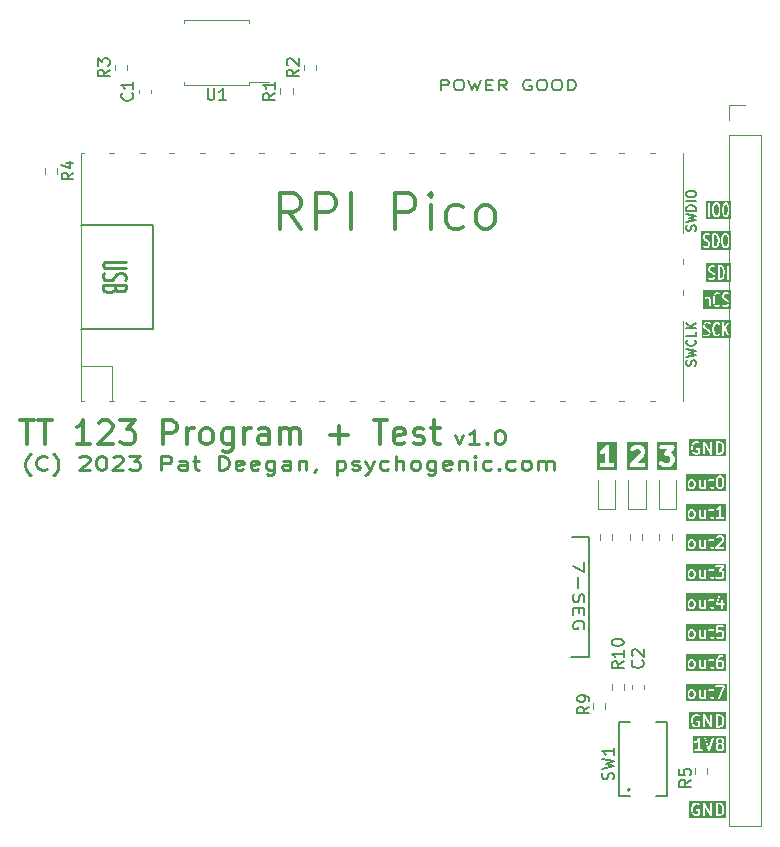
<source format=gbr>
G04 #@! TF.GenerationSoftware,KiCad,Pcbnew,7.0.9-7.0.9~ubuntu22.04.1*
G04 #@! TF.CreationDate,2023-12-12T21:19:08-05:00*
G04 #@! TF.ProjectId,tt03-tester,74743033-2d74-4657-9374-65722e6b6963,rev?*
G04 #@! TF.SameCoordinates,PX41cdb40PY623a7c0*
G04 #@! TF.FileFunction,Legend,Top*
G04 #@! TF.FilePolarity,Positive*
%FSLAX46Y46*%
G04 Gerber Fmt 4.6, Leading zero omitted, Abs format (unit mm)*
G04 Created by KiCad (PCBNEW 7.0.9-7.0.9~ubuntu22.04.1) date 2023-12-12 21:19:08*
%MOMM*%
%LPD*%
G01*
G04 APERTURE LIST*
%ADD10C,0.250000*%
%ADD11C,0.300000*%
%ADD12C,0.150000*%
%ADD13C,0.375000*%
%ADD14C,0.200000*%
%ADD15C,0.120000*%
G04 APERTURE END LIST*
D10*
X41178758Y42659858D02*
X41535901Y41859858D01*
X41535901Y41859858D02*
X41893044Y42659858D01*
X43250187Y41859858D02*
X42393044Y41859858D01*
X42821615Y41859858D02*
X42821615Y43059858D01*
X42821615Y43059858D02*
X42678758Y42888429D01*
X42678758Y42888429D02*
X42535901Y42774143D01*
X42535901Y42774143D02*
X42393044Y42717000D01*
X43893043Y41974143D02*
X43964472Y41917000D01*
X43964472Y41917000D02*
X43893043Y41859858D01*
X43893043Y41859858D02*
X43821615Y41917000D01*
X43821615Y41917000D02*
X43893043Y41974143D01*
X43893043Y41974143D02*
X43893043Y41859858D01*
X44893044Y43059858D02*
X45035901Y43059858D01*
X45035901Y43059858D02*
X45178758Y43002715D01*
X45178758Y43002715D02*
X45250187Y42945572D01*
X45250187Y42945572D02*
X45321615Y42831286D01*
X45321615Y42831286D02*
X45393044Y42602715D01*
X45393044Y42602715D02*
X45393044Y42317000D01*
X45393044Y42317000D02*
X45321615Y42088429D01*
X45321615Y42088429D02*
X45250187Y41974143D01*
X45250187Y41974143D02*
X45178758Y41917000D01*
X45178758Y41917000D02*
X45035901Y41859858D01*
X45035901Y41859858D02*
X44893044Y41859858D01*
X44893044Y41859858D02*
X44750187Y41917000D01*
X44750187Y41917000D02*
X44678758Y41974143D01*
X44678758Y41974143D02*
X44607329Y42088429D01*
X44607329Y42088429D02*
X44535901Y42317000D01*
X44535901Y42317000D02*
X44535901Y42602715D01*
X44535901Y42602715D02*
X44607329Y42831286D01*
X44607329Y42831286D02*
X44678758Y42945572D01*
X44678758Y42945572D02*
X44750187Y43002715D01*
X44750187Y43002715D02*
X44893044Y43059858D01*
X5250187Y39202715D02*
X5178758Y39259858D01*
X5178758Y39259858D02*
X5035901Y39431286D01*
X5035901Y39431286D02*
X4964473Y39545572D01*
X4964473Y39545572D02*
X4893044Y39717000D01*
X4893044Y39717000D02*
X4821615Y40002715D01*
X4821615Y40002715D02*
X4821615Y40231286D01*
X4821615Y40231286D02*
X4893044Y40517000D01*
X4893044Y40517000D02*
X4964473Y40688429D01*
X4964473Y40688429D02*
X5035901Y40802715D01*
X5035901Y40802715D02*
X5178758Y40974143D01*
X5178758Y40974143D02*
X5250187Y41031286D01*
X6678758Y39774143D02*
X6607330Y39717000D01*
X6607330Y39717000D02*
X6393044Y39659858D01*
X6393044Y39659858D02*
X6250187Y39659858D01*
X6250187Y39659858D02*
X6035901Y39717000D01*
X6035901Y39717000D02*
X5893044Y39831286D01*
X5893044Y39831286D02*
X5821615Y39945572D01*
X5821615Y39945572D02*
X5750187Y40174143D01*
X5750187Y40174143D02*
X5750187Y40345572D01*
X5750187Y40345572D02*
X5821615Y40574143D01*
X5821615Y40574143D02*
X5893044Y40688429D01*
X5893044Y40688429D02*
X6035901Y40802715D01*
X6035901Y40802715D02*
X6250187Y40859858D01*
X6250187Y40859858D02*
X6393044Y40859858D01*
X6393044Y40859858D02*
X6607330Y40802715D01*
X6607330Y40802715D02*
X6678758Y40745572D01*
X7178758Y39202715D02*
X7250187Y39259858D01*
X7250187Y39259858D02*
X7393044Y39431286D01*
X7393044Y39431286D02*
X7464473Y39545572D01*
X7464473Y39545572D02*
X7535901Y39717000D01*
X7535901Y39717000D02*
X7607330Y40002715D01*
X7607330Y40002715D02*
X7607330Y40231286D01*
X7607330Y40231286D02*
X7535901Y40517000D01*
X7535901Y40517000D02*
X7464473Y40688429D01*
X7464473Y40688429D02*
X7393044Y40802715D01*
X7393044Y40802715D02*
X7250187Y40974143D01*
X7250187Y40974143D02*
X7178758Y41031286D01*
X9393044Y40745572D02*
X9464472Y40802715D01*
X9464472Y40802715D02*
X9607330Y40859858D01*
X9607330Y40859858D02*
X9964472Y40859858D01*
X9964472Y40859858D02*
X10107330Y40802715D01*
X10107330Y40802715D02*
X10178758Y40745572D01*
X10178758Y40745572D02*
X10250187Y40631286D01*
X10250187Y40631286D02*
X10250187Y40517000D01*
X10250187Y40517000D02*
X10178758Y40345572D01*
X10178758Y40345572D02*
X9321615Y39659858D01*
X9321615Y39659858D02*
X10250187Y39659858D01*
X11178758Y40859858D02*
X11321615Y40859858D01*
X11321615Y40859858D02*
X11464472Y40802715D01*
X11464472Y40802715D02*
X11535901Y40745572D01*
X11535901Y40745572D02*
X11607329Y40631286D01*
X11607329Y40631286D02*
X11678758Y40402715D01*
X11678758Y40402715D02*
X11678758Y40117000D01*
X11678758Y40117000D02*
X11607329Y39888429D01*
X11607329Y39888429D02*
X11535901Y39774143D01*
X11535901Y39774143D02*
X11464472Y39717000D01*
X11464472Y39717000D02*
X11321615Y39659858D01*
X11321615Y39659858D02*
X11178758Y39659858D01*
X11178758Y39659858D02*
X11035901Y39717000D01*
X11035901Y39717000D02*
X10964472Y39774143D01*
X10964472Y39774143D02*
X10893043Y39888429D01*
X10893043Y39888429D02*
X10821615Y40117000D01*
X10821615Y40117000D02*
X10821615Y40402715D01*
X10821615Y40402715D02*
X10893043Y40631286D01*
X10893043Y40631286D02*
X10964472Y40745572D01*
X10964472Y40745572D02*
X11035901Y40802715D01*
X11035901Y40802715D02*
X11178758Y40859858D01*
X12250186Y40745572D02*
X12321614Y40802715D01*
X12321614Y40802715D02*
X12464472Y40859858D01*
X12464472Y40859858D02*
X12821614Y40859858D01*
X12821614Y40859858D02*
X12964472Y40802715D01*
X12964472Y40802715D02*
X13035900Y40745572D01*
X13035900Y40745572D02*
X13107329Y40631286D01*
X13107329Y40631286D02*
X13107329Y40517000D01*
X13107329Y40517000D02*
X13035900Y40345572D01*
X13035900Y40345572D02*
X12178757Y39659858D01*
X12178757Y39659858D02*
X13107329Y39659858D01*
X13607328Y40859858D02*
X14535900Y40859858D01*
X14535900Y40859858D02*
X14035900Y40402715D01*
X14035900Y40402715D02*
X14250185Y40402715D01*
X14250185Y40402715D02*
X14393043Y40345572D01*
X14393043Y40345572D02*
X14464471Y40288429D01*
X14464471Y40288429D02*
X14535900Y40174143D01*
X14535900Y40174143D02*
X14535900Y39888429D01*
X14535900Y39888429D02*
X14464471Y39774143D01*
X14464471Y39774143D02*
X14393043Y39717000D01*
X14393043Y39717000D02*
X14250185Y39659858D01*
X14250185Y39659858D02*
X13821614Y39659858D01*
X13821614Y39659858D02*
X13678757Y39717000D01*
X13678757Y39717000D02*
X13607328Y39774143D01*
X16321613Y39659858D02*
X16321613Y40859858D01*
X16321613Y40859858D02*
X16893042Y40859858D01*
X16893042Y40859858D02*
X17035899Y40802715D01*
X17035899Y40802715D02*
X17107328Y40745572D01*
X17107328Y40745572D02*
X17178756Y40631286D01*
X17178756Y40631286D02*
X17178756Y40459858D01*
X17178756Y40459858D02*
X17107328Y40345572D01*
X17107328Y40345572D02*
X17035899Y40288429D01*
X17035899Y40288429D02*
X16893042Y40231286D01*
X16893042Y40231286D02*
X16321613Y40231286D01*
X18464471Y39659858D02*
X18464471Y40288429D01*
X18464471Y40288429D02*
X18393042Y40402715D01*
X18393042Y40402715D02*
X18250185Y40459858D01*
X18250185Y40459858D02*
X17964471Y40459858D01*
X17964471Y40459858D02*
X17821613Y40402715D01*
X18464471Y39717000D02*
X18321613Y39659858D01*
X18321613Y39659858D02*
X17964471Y39659858D01*
X17964471Y39659858D02*
X17821613Y39717000D01*
X17821613Y39717000D02*
X17750185Y39831286D01*
X17750185Y39831286D02*
X17750185Y39945572D01*
X17750185Y39945572D02*
X17821613Y40059858D01*
X17821613Y40059858D02*
X17964471Y40117000D01*
X17964471Y40117000D02*
X18321613Y40117000D01*
X18321613Y40117000D02*
X18464471Y40174143D01*
X18964471Y40459858D02*
X19535899Y40459858D01*
X19178756Y40859858D02*
X19178756Y39831286D01*
X19178756Y39831286D02*
X19250185Y39717000D01*
X19250185Y39717000D02*
X19393042Y39659858D01*
X19393042Y39659858D02*
X19535899Y39659858D01*
X21178756Y39659858D02*
X21178756Y40859858D01*
X21178756Y40859858D02*
X21535899Y40859858D01*
X21535899Y40859858D02*
X21750185Y40802715D01*
X21750185Y40802715D02*
X21893042Y40688429D01*
X21893042Y40688429D02*
X21964471Y40574143D01*
X21964471Y40574143D02*
X22035899Y40345572D01*
X22035899Y40345572D02*
X22035899Y40174143D01*
X22035899Y40174143D02*
X21964471Y39945572D01*
X21964471Y39945572D02*
X21893042Y39831286D01*
X21893042Y39831286D02*
X21750185Y39717000D01*
X21750185Y39717000D02*
X21535899Y39659858D01*
X21535899Y39659858D02*
X21178756Y39659858D01*
X23250185Y39717000D02*
X23107328Y39659858D01*
X23107328Y39659858D02*
X22821614Y39659858D01*
X22821614Y39659858D02*
X22678756Y39717000D01*
X22678756Y39717000D02*
X22607328Y39831286D01*
X22607328Y39831286D02*
X22607328Y40288429D01*
X22607328Y40288429D02*
X22678756Y40402715D01*
X22678756Y40402715D02*
X22821614Y40459858D01*
X22821614Y40459858D02*
X23107328Y40459858D01*
X23107328Y40459858D02*
X23250185Y40402715D01*
X23250185Y40402715D02*
X23321614Y40288429D01*
X23321614Y40288429D02*
X23321614Y40174143D01*
X23321614Y40174143D02*
X22607328Y40059858D01*
X24535899Y39717000D02*
X24393042Y39659858D01*
X24393042Y39659858D02*
X24107328Y39659858D01*
X24107328Y39659858D02*
X23964470Y39717000D01*
X23964470Y39717000D02*
X23893042Y39831286D01*
X23893042Y39831286D02*
X23893042Y40288429D01*
X23893042Y40288429D02*
X23964470Y40402715D01*
X23964470Y40402715D02*
X24107328Y40459858D01*
X24107328Y40459858D02*
X24393042Y40459858D01*
X24393042Y40459858D02*
X24535899Y40402715D01*
X24535899Y40402715D02*
X24607328Y40288429D01*
X24607328Y40288429D02*
X24607328Y40174143D01*
X24607328Y40174143D02*
X23893042Y40059858D01*
X25893042Y40459858D02*
X25893042Y39488429D01*
X25893042Y39488429D02*
X25821613Y39374143D01*
X25821613Y39374143D02*
X25750184Y39317000D01*
X25750184Y39317000D02*
X25607327Y39259858D01*
X25607327Y39259858D02*
X25393042Y39259858D01*
X25393042Y39259858D02*
X25250184Y39317000D01*
X25893042Y39717000D02*
X25750184Y39659858D01*
X25750184Y39659858D02*
X25464470Y39659858D01*
X25464470Y39659858D02*
X25321613Y39717000D01*
X25321613Y39717000D02*
X25250184Y39774143D01*
X25250184Y39774143D02*
X25178756Y39888429D01*
X25178756Y39888429D02*
X25178756Y40231286D01*
X25178756Y40231286D02*
X25250184Y40345572D01*
X25250184Y40345572D02*
X25321613Y40402715D01*
X25321613Y40402715D02*
X25464470Y40459858D01*
X25464470Y40459858D02*
X25750184Y40459858D01*
X25750184Y40459858D02*
X25893042Y40402715D01*
X27250185Y39659858D02*
X27250185Y40288429D01*
X27250185Y40288429D02*
X27178756Y40402715D01*
X27178756Y40402715D02*
X27035899Y40459858D01*
X27035899Y40459858D02*
X26750185Y40459858D01*
X26750185Y40459858D02*
X26607327Y40402715D01*
X27250185Y39717000D02*
X27107327Y39659858D01*
X27107327Y39659858D02*
X26750185Y39659858D01*
X26750185Y39659858D02*
X26607327Y39717000D01*
X26607327Y39717000D02*
X26535899Y39831286D01*
X26535899Y39831286D02*
X26535899Y39945572D01*
X26535899Y39945572D02*
X26607327Y40059858D01*
X26607327Y40059858D02*
X26750185Y40117000D01*
X26750185Y40117000D02*
X27107327Y40117000D01*
X27107327Y40117000D02*
X27250185Y40174143D01*
X27964470Y40459858D02*
X27964470Y39659858D01*
X27964470Y40345572D02*
X28035899Y40402715D01*
X28035899Y40402715D02*
X28178756Y40459858D01*
X28178756Y40459858D02*
X28393042Y40459858D01*
X28393042Y40459858D02*
X28535899Y40402715D01*
X28535899Y40402715D02*
X28607328Y40288429D01*
X28607328Y40288429D02*
X28607328Y39659858D01*
X29393042Y39717000D02*
X29393042Y39659858D01*
X29393042Y39659858D02*
X29321613Y39545572D01*
X29321613Y39545572D02*
X29250185Y39488429D01*
X31178756Y40459858D02*
X31178756Y39259858D01*
X31178756Y40402715D02*
X31321614Y40459858D01*
X31321614Y40459858D02*
X31607328Y40459858D01*
X31607328Y40459858D02*
X31750185Y40402715D01*
X31750185Y40402715D02*
X31821614Y40345572D01*
X31821614Y40345572D02*
X31893042Y40231286D01*
X31893042Y40231286D02*
X31893042Y39888429D01*
X31893042Y39888429D02*
X31821614Y39774143D01*
X31821614Y39774143D02*
X31750185Y39717000D01*
X31750185Y39717000D02*
X31607328Y39659858D01*
X31607328Y39659858D02*
X31321614Y39659858D01*
X31321614Y39659858D02*
X31178756Y39717000D01*
X32464471Y39717000D02*
X32607328Y39659858D01*
X32607328Y39659858D02*
X32893042Y39659858D01*
X32893042Y39659858D02*
X33035899Y39717000D01*
X33035899Y39717000D02*
X33107328Y39831286D01*
X33107328Y39831286D02*
X33107328Y39888429D01*
X33107328Y39888429D02*
X33035899Y40002715D01*
X33035899Y40002715D02*
X32893042Y40059858D01*
X32893042Y40059858D02*
X32678757Y40059858D01*
X32678757Y40059858D02*
X32535899Y40117000D01*
X32535899Y40117000D02*
X32464471Y40231286D01*
X32464471Y40231286D02*
X32464471Y40288429D01*
X32464471Y40288429D02*
X32535899Y40402715D01*
X32535899Y40402715D02*
X32678757Y40459858D01*
X32678757Y40459858D02*
X32893042Y40459858D01*
X32893042Y40459858D02*
X33035899Y40402715D01*
X33607328Y40459858D02*
X33964471Y39659858D01*
X34321614Y40459858D02*
X33964471Y39659858D01*
X33964471Y39659858D02*
X33821614Y39374143D01*
X33821614Y39374143D02*
X33750185Y39317000D01*
X33750185Y39317000D02*
X33607328Y39259858D01*
X35535900Y39717000D02*
X35393042Y39659858D01*
X35393042Y39659858D02*
X35107328Y39659858D01*
X35107328Y39659858D02*
X34964471Y39717000D01*
X34964471Y39717000D02*
X34893042Y39774143D01*
X34893042Y39774143D02*
X34821614Y39888429D01*
X34821614Y39888429D02*
X34821614Y40231286D01*
X34821614Y40231286D02*
X34893042Y40345572D01*
X34893042Y40345572D02*
X34964471Y40402715D01*
X34964471Y40402715D02*
X35107328Y40459858D01*
X35107328Y40459858D02*
X35393042Y40459858D01*
X35393042Y40459858D02*
X35535900Y40402715D01*
X36178756Y39659858D02*
X36178756Y40859858D01*
X36821614Y39659858D02*
X36821614Y40288429D01*
X36821614Y40288429D02*
X36750185Y40402715D01*
X36750185Y40402715D02*
X36607328Y40459858D01*
X36607328Y40459858D02*
X36393042Y40459858D01*
X36393042Y40459858D02*
X36250185Y40402715D01*
X36250185Y40402715D02*
X36178756Y40345572D01*
X37750185Y39659858D02*
X37607328Y39717000D01*
X37607328Y39717000D02*
X37535899Y39774143D01*
X37535899Y39774143D02*
X37464471Y39888429D01*
X37464471Y39888429D02*
X37464471Y40231286D01*
X37464471Y40231286D02*
X37535899Y40345572D01*
X37535899Y40345572D02*
X37607328Y40402715D01*
X37607328Y40402715D02*
X37750185Y40459858D01*
X37750185Y40459858D02*
X37964471Y40459858D01*
X37964471Y40459858D02*
X38107328Y40402715D01*
X38107328Y40402715D02*
X38178757Y40345572D01*
X38178757Y40345572D02*
X38250185Y40231286D01*
X38250185Y40231286D02*
X38250185Y39888429D01*
X38250185Y39888429D02*
X38178757Y39774143D01*
X38178757Y39774143D02*
X38107328Y39717000D01*
X38107328Y39717000D02*
X37964471Y39659858D01*
X37964471Y39659858D02*
X37750185Y39659858D01*
X39535900Y40459858D02*
X39535900Y39488429D01*
X39535900Y39488429D02*
X39464471Y39374143D01*
X39464471Y39374143D02*
X39393042Y39317000D01*
X39393042Y39317000D02*
X39250185Y39259858D01*
X39250185Y39259858D02*
X39035900Y39259858D01*
X39035900Y39259858D02*
X38893042Y39317000D01*
X39535900Y39717000D02*
X39393042Y39659858D01*
X39393042Y39659858D02*
X39107328Y39659858D01*
X39107328Y39659858D02*
X38964471Y39717000D01*
X38964471Y39717000D02*
X38893042Y39774143D01*
X38893042Y39774143D02*
X38821614Y39888429D01*
X38821614Y39888429D02*
X38821614Y40231286D01*
X38821614Y40231286D02*
X38893042Y40345572D01*
X38893042Y40345572D02*
X38964471Y40402715D01*
X38964471Y40402715D02*
X39107328Y40459858D01*
X39107328Y40459858D02*
X39393042Y40459858D01*
X39393042Y40459858D02*
X39535900Y40402715D01*
X40821614Y39717000D02*
X40678757Y39659858D01*
X40678757Y39659858D02*
X40393043Y39659858D01*
X40393043Y39659858D02*
X40250185Y39717000D01*
X40250185Y39717000D02*
X40178757Y39831286D01*
X40178757Y39831286D02*
X40178757Y40288429D01*
X40178757Y40288429D02*
X40250185Y40402715D01*
X40250185Y40402715D02*
X40393043Y40459858D01*
X40393043Y40459858D02*
X40678757Y40459858D01*
X40678757Y40459858D02*
X40821614Y40402715D01*
X40821614Y40402715D02*
X40893043Y40288429D01*
X40893043Y40288429D02*
X40893043Y40174143D01*
X40893043Y40174143D02*
X40178757Y40059858D01*
X41535899Y40459858D02*
X41535899Y39659858D01*
X41535899Y40345572D02*
X41607328Y40402715D01*
X41607328Y40402715D02*
X41750185Y40459858D01*
X41750185Y40459858D02*
X41964471Y40459858D01*
X41964471Y40459858D02*
X42107328Y40402715D01*
X42107328Y40402715D02*
X42178757Y40288429D01*
X42178757Y40288429D02*
X42178757Y39659858D01*
X42893042Y39659858D02*
X42893042Y40459858D01*
X42893042Y40859858D02*
X42821614Y40802715D01*
X42821614Y40802715D02*
X42893042Y40745572D01*
X42893042Y40745572D02*
X42964471Y40802715D01*
X42964471Y40802715D02*
X42893042Y40859858D01*
X42893042Y40859858D02*
X42893042Y40745572D01*
X44250186Y39717000D02*
X44107328Y39659858D01*
X44107328Y39659858D02*
X43821614Y39659858D01*
X43821614Y39659858D02*
X43678757Y39717000D01*
X43678757Y39717000D02*
X43607328Y39774143D01*
X43607328Y39774143D02*
X43535900Y39888429D01*
X43535900Y39888429D02*
X43535900Y40231286D01*
X43535900Y40231286D02*
X43607328Y40345572D01*
X43607328Y40345572D02*
X43678757Y40402715D01*
X43678757Y40402715D02*
X43821614Y40459858D01*
X43821614Y40459858D02*
X44107328Y40459858D01*
X44107328Y40459858D02*
X44250186Y40402715D01*
X44893042Y39774143D02*
X44964471Y39717000D01*
X44964471Y39717000D02*
X44893042Y39659858D01*
X44893042Y39659858D02*
X44821614Y39717000D01*
X44821614Y39717000D02*
X44893042Y39774143D01*
X44893042Y39774143D02*
X44893042Y39659858D01*
X46250186Y39717000D02*
X46107328Y39659858D01*
X46107328Y39659858D02*
X45821614Y39659858D01*
X45821614Y39659858D02*
X45678757Y39717000D01*
X45678757Y39717000D02*
X45607328Y39774143D01*
X45607328Y39774143D02*
X45535900Y39888429D01*
X45535900Y39888429D02*
X45535900Y40231286D01*
X45535900Y40231286D02*
X45607328Y40345572D01*
X45607328Y40345572D02*
X45678757Y40402715D01*
X45678757Y40402715D02*
X45821614Y40459858D01*
X45821614Y40459858D02*
X46107328Y40459858D01*
X46107328Y40459858D02*
X46250186Y40402715D01*
X47107328Y39659858D02*
X46964471Y39717000D01*
X46964471Y39717000D02*
X46893042Y39774143D01*
X46893042Y39774143D02*
X46821614Y39888429D01*
X46821614Y39888429D02*
X46821614Y40231286D01*
X46821614Y40231286D02*
X46893042Y40345572D01*
X46893042Y40345572D02*
X46964471Y40402715D01*
X46964471Y40402715D02*
X47107328Y40459858D01*
X47107328Y40459858D02*
X47321614Y40459858D01*
X47321614Y40459858D02*
X47464471Y40402715D01*
X47464471Y40402715D02*
X47535900Y40345572D01*
X47535900Y40345572D02*
X47607328Y40231286D01*
X47607328Y40231286D02*
X47607328Y39888429D01*
X47607328Y39888429D02*
X47535900Y39774143D01*
X47535900Y39774143D02*
X47464471Y39717000D01*
X47464471Y39717000D02*
X47321614Y39659858D01*
X47321614Y39659858D02*
X47107328Y39659858D01*
X48250185Y39659858D02*
X48250185Y40459858D01*
X48250185Y40345572D02*
X48321614Y40402715D01*
X48321614Y40402715D02*
X48464471Y40459858D01*
X48464471Y40459858D02*
X48678757Y40459858D01*
X48678757Y40459858D02*
X48821614Y40402715D01*
X48821614Y40402715D02*
X48893043Y40288429D01*
X48893043Y40288429D02*
X48893043Y39659858D01*
X48893043Y40288429D02*
X48964471Y40402715D01*
X48964471Y40402715D02*
X49107328Y40459858D01*
X49107328Y40459858D02*
X49321614Y40459858D01*
X49321614Y40459858D02*
X49464471Y40402715D01*
X49464471Y40402715D02*
X49535900Y40288429D01*
X49535900Y40288429D02*
X49535900Y39659858D01*
D11*
X4387844Y43860362D02*
X5530701Y43860362D01*
X4959272Y41860362D02*
X4959272Y43860362D01*
X5911654Y43860362D02*
X7054511Y43860362D01*
X6483082Y41860362D02*
X6483082Y43860362D01*
X10292607Y41860362D02*
X9149750Y41860362D01*
X9721178Y41860362D02*
X9721178Y43860362D01*
X9721178Y43860362D02*
X9530702Y43574648D01*
X9530702Y43574648D02*
X9340226Y43384172D01*
X9340226Y43384172D02*
X9149750Y43288934D01*
X11054512Y43669886D02*
X11149750Y43765124D01*
X11149750Y43765124D02*
X11340226Y43860362D01*
X11340226Y43860362D02*
X11816417Y43860362D01*
X11816417Y43860362D02*
X12006893Y43765124D01*
X12006893Y43765124D02*
X12102131Y43669886D01*
X12102131Y43669886D02*
X12197369Y43479410D01*
X12197369Y43479410D02*
X12197369Y43288934D01*
X12197369Y43288934D02*
X12102131Y43003220D01*
X12102131Y43003220D02*
X10959274Y41860362D01*
X10959274Y41860362D02*
X12197369Y41860362D01*
X12864036Y43860362D02*
X14102131Y43860362D01*
X14102131Y43860362D02*
X13435464Y43098458D01*
X13435464Y43098458D02*
X13721179Y43098458D01*
X13721179Y43098458D02*
X13911655Y43003220D01*
X13911655Y43003220D02*
X14006893Y42907981D01*
X14006893Y42907981D02*
X14102131Y42717505D01*
X14102131Y42717505D02*
X14102131Y42241315D01*
X14102131Y42241315D02*
X14006893Y42050839D01*
X14006893Y42050839D02*
X13911655Y41955600D01*
X13911655Y41955600D02*
X13721179Y41860362D01*
X13721179Y41860362D02*
X13149750Y41860362D01*
X13149750Y41860362D02*
X12959274Y41955600D01*
X12959274Y41955600D02*
X12864036Y42050839D01*
X16483084Y41860362D02*
X16483084Y43860362D01*
X16483084Y43860362D02*
X17244989Y43860362D01*
X17244989Y43860362D02*
X17435465Y43765124D01*
X17435465Y43765124D02*
X17530703Y43669886D01*
X17530703Y43669886D02*
X17625941Y43479410D01*
X17625941Y43479410D02*
X17625941Y43193696D01*
X17625941Y43193696D02*
X17530703Y43003220D01*
X17530703Y43003220D02*
X17435465Y42907981D01*
X17435465Y42907981D02*
X17244989Y42812743D01*
X17244989Y42812743D02*
X16483084Y42812743D01*
X18483084Y41860362D02*
X18483084Y43193696D01*
X18483084Y42812743D02*
X18578322Y43003220D01*
X18578322Y43003220D02*
X18673560Y43098458D01*
X18673560Y43098458D02*
X18864036Y43193696D01*
X18864036Y43193696D02*
X19054513Y43193696D01*
X20006893Y41860362D02*
X19816417Y41955600D01*
X19816417Y41955600D02*
X19721179Y42050839D01*
X19721179Y42050839D02*
X19625941Y42241315D01*
X19625941Y42241315D02*
X19625941Y42812743D01*
X19625941Y42812743D02*
X19721179Y43003220D01*
X19721179Y43003220D02*
X19816417Y43098458D01*
X19816417Y43098458D02*
X20006893Y43193696D01*
X20006893Y43193696D02*
X20292608Y43193696D01*
X20292608Y43193696D02*
X20483084Y43098458D01*
X20483084Y43098458D02*
X20578322Y43003220D01*
X20578322Y43003220D02*
X20673560Y42812743D01*
X20673560Y42812743D02*
X20673560Y42241315D01*
X20673560Y42241315D02*
X20578322Y42050839D01*
X20578322Y42050839D02*
X20483084Y41955600D01*
X20483084Y41955600D02*
X20292608Y41860362D01*
X20292608Y41860362D02*
X20006893Y41860362D01*
X22387846Y43193696D02*
X22387846Y41574648D01*
X22387846Y41574648D02*
X22292608Y41384172D01*
X22292608Y41384172D02*
X22197370Y41288934D01*
X22197370Y41288934D02*
X22006893Y41193696D01*
X22006893Y41193696D02*
X21721179Y41193696D01*
X21721179Y41193696D02*
X21530703Y41288934D01*
X22387846Y41955600D02*
X22197370Y41860362D01*
X22197370Y41860362D02*
X21816417Y41860362D01*
X21816417Y41860362D02*
X21625941Y41955600D01*
X21625941Y41955600D02*
X21530703Y42050839D01*
X21530703Y42050839D02*
X21435465Y42241315D01*
X21435465Y42241315D02*
X21435465Y42812743D01*
X21435465Y42812743D02*
X21530703Y43003220D01*
X21530703Y43003220D02*
X21625941Y43098458D01*
X21625941Y43098458D02*
X21816417Y43193696D01*
X21816417Y43193696D02*
X22197370Y43193696D01*
X22197370Y43193696D02*
X22387846Y43098458D01*
X23340227Y41860362D02*
X23340227Y43193696D01*
X23340227Y42812743D02*
X23435465Y43003220D01*
X23435465Y43003220D02*
X23530703Y43098458D01*
X23530703Y43098458D02*
X23721179Y43193696D01*
X23721179Y43193696D02*
X23911656Y43193696D01*
X25435465Y41860362D02*
X25435465Y42907981D01*
X25435465Y42907981D02*
X25340227Y43098458D01*
X25340227Y43098458D02*
X25149751Y43193696D01*
X25149751Y43193696D02*
X24768798Y43193696D01*
X24768798Y43193696D02*
X24578322Y43098458D01*
X25435465Y41955600D02*
X25244989Y41860362D01*
X25244989Y41860362D02*
X24768798Y41860362D01*
X24768798Y41860362D02*
X24578322Y41955600D01*
X24578322Y41955600D02*
X24483084Y42146077D01*
X24483084Y42146077D02*
X24483084Y42336553D01*
X24483084Y42336553D02*
X24578322Y42527029D01*
X24578322Y42527029D02*
X24768798Y42622267D01*
X24768798Y42622267D02*
X25244989Y42622267D01*
X25244989Y42622267D02*
X25435465Y42717505D01*
X26387846Y41860362D02*
X26387846Y43193696D01*
X26387846Y43003220D02*
X26483084Y43098458D01*
X26483084Y43098458D02*
X26673560Y43193696D01*
X26673560Y43193696D02*
X26959275Y43193696D01*
X26959275Y43193696D02*
X27149751Y43098458D01*
X27149751Y43098458D02*
X27244989Y42907981D01*
X27244989Y42907981D02*
X27244989Y41860362D01*
X27244989Y42907981D02*
X27340227Y43098458D01*
X27340227Y43098458D02*
X27530703Y43193696D01*
X27530703Y43193696D02*
X27816417Y43193696D01*
X27816417Y43193696D02*
X28006894Y43098458D01*
X28006894Y43098458D02*
X28102132Y42907981D01*
X28102132Y42907981D02*
X28102132Y41860362D01*
X30578323Y42622267D02*
X32102133Y42622267D01*
X31340228Y41860362D02*
X31340228Y43384172D01*
X34292609Y43860362D02*
X35435466Y43860362D01*
X34864037Y41860362D02*
X34864037Y43860362D01*
X36864038Y41955600D02*
X36673562Y41860362D01*
X36673562Y41860362D02*
X36292609Y41860362D01*
X36292609Y41860362D02*
X36102133Y41955600D01*
X36102133Y41955600D02*
X36006895Y42146077D01*
X36006895Y42146077D02*
X36006895Y42907981D01*
X36006895Y42907981D02*
X36102133Y43098458D01*
X36102133Y43098458D02*
X36292609Y43193696D01*
X36292609Y43193696D02*
X36673562Y43193696D01*
X36673562Y43193696D02*
X36864038Y43098458D01*
X36864038Y43098458D02*
X36959276Y42907981D01*
X36959276Y42907981D02*
X36959276Y42717505D01*
X36959276Y42717505D02*
X36006895Y42527029D01*
X37721181Y41955600D02*
X37911657Y41860362D01*
X37911657Y41860362D02*
X38292609Y41860362D01*
X38292609Y41860362D02*
X38483086Y41955600D01*
X38483086Y41955600D02*
X38578324Y42146077D01*
X38578324Y42146077D02*
X38578324Y42241315D01*
X38578324Y42241315D02*
X38483086Y42431791D01*
X38483086Y42431791D02*
X38292609Y42527029D01*
X38292609Y42527029D02*
X38006895Y42527029D01*
X38006895Y42527029D02*
X37816419Y42622267D01*
X37816419Y42622267D02*
X37721181Y42812743D01*
X37721181Y42812743D02*
X37721181Y42907981D01*
X37721181Y42907981D02*
X37816419Y43098458D01*
X37816419Y43098458D02*
X38006895Y43193696D01*
X38006895Y43193696D02*
X38292609Y43193696D01*
X38292609Y43193696D02*
X38483086Y43098458D01*
X39149753Y43193696D02*
X39911657Y43193696D01*
X39435467Y43860362D02*
X39435467Y42146077D01*
X39435467Y42146077D02*
X39530705Y41955600D01*
X39530705Y41955600D02*
X39721181Y41860362D01*
X39721181Y41860362D02*
X39911657Y41860362D01*
D12*
X39984398Y71817943D02*
X39984398Y72717943D01*
X39984398Y72717943D02*
X40441541Y72717943D01*
X40441541Y72717943D02*
X40555826Y72675086D01*
X40555826Y72675086D02*
X40612969Y72632229D01*
X40612969Y72632229D02*
X40670112Y72546515D01*
X40670112Y72546515D02*
X40670112Y72417943D01*
X40670112Y72417943D02*
X40612969Y72332229D01*
X40612969Y72332229D02*
X40555826Y72289372D01*
X40555826Y72289372D02*
X40441541Y72246515D01*
X40441541Y72246515D02*
X39984398Y72246515D01*
X41412969Y72717943D02*
X41641541Y72717943D01*
X41641541Y72717943D02*
X41755826Y72675086D01*
X41755826Y72675086D02*
X41870112Y72589372D01*
X41870112Y72589372D02*
X41927255Y72417943D01*
X41927255Y72417943D02*
X41927255Y72117943D01*
X41927255Y72117943D02*
X41870112Y71946515D01*
X41870112Y71946515D02*
X41755826Y71860800D01*
X41755826Y71860800D02*
X41641541Y71817943D01*
X41641541Y71817943D02*
X41412969Y71817943D01*
X41412969Y71817943D02*
X41298684Y71860800D01*
X41298684Y71860800D02*
X41184398Y71946515D01*
X41184398Y71946515D02*
X41127255Y72117943D01*
X41127255Y72117943D02*
X41127255Y72417943D01*
X41127255Y72417943D02*
X41184398Y72589372D01*
X41184398Y72589372D02*
X41298684Y72675086D01*
X41298684Y72675086D02*
X41412969Y72717943D01*
X42327255Y72717943D02*
X42612969Y71817943D01*
X42612969Y71817943D02*
X42841541Y72460800D01*
X42841541Y72460800D02*
X43070112Y71817943D01*
X43070112Y71817943D02*
X43355827Y72717943D01*
X43812970Y72289372D02*
X44212970Y72289372D01*
X44384398Y71817943D02*
X43812970Y71817943D01*
X43812970Y71817943D02*
X43812970Y72717943D01*
X43812970Y72717943D02*
X44384398Y72717943D01*
X45584398Y71817943D02*
X45184398Y72246515D01*
X44898684Y71817943D02*
X44898684Y72717943D01*
X44898684Y72717943D02*
X45355827Y72717943D01*
X45355827Y72717943D02*
X45470112Y72675086D01*
X45470112Y72675086D02*
X45527255Y72632229D01*
X45527255Y72632229D02*
X45584398Y72546515D01*
X45584398Y72546515D02*
X45584398Y72417943D01*
X45584398Y72417943D02*
X45527255Y72332229D01*
X45527255Y72332229D02*
X45470112Y72289372D01*
X45470112Y72289372D02*
X45355827Y72246515D01*
X45355827Y72246515D02*
X44898684Y72246515D01*
X47641541Y72675086D02*
X47527256Y72717943D01*
X47527256Y72717943D02*
X47355827Y72717943D01*
X47355827Y72717943D02*
X47184398Y72675086D01*
X47184398Y72675086D02*
X47070113Y72589372D01*
X47070113Y72589372D02*
X47012970Y72503658D01*
X47012970Y72503658D02*
X46955827Y72332229D01*
X46955827Y72332229D02*
X46955827Y72203658D01*
X46955827Y72203658D02*
X47012970Y72032229D01*
X47012970Y72032229D02*
X47070113Y71946515D01*
X47070113Y71946515D02*
X47184398Y71860800D01*
X47184398Y71860800D02*
X47355827Y71817943D01*
X47355827Y71817943D02*
X47470113Y71817943D01*
X47470113Y71817943D02*
X47641541Y71860800D01*
X47641541Y71860800D02*
X47698684Y71903658D01*
X47698684Y71903658D02*
X47698684Y72203658D01*
X47698684Y72203658D02*
X47470113Y72203658D01*
X48441541Y72717943D02*
X48670113Y72717943D01*
X48670113Y72717943D02*
X48784398Y72675086D01*
X48784398Y72675086D02*
X48898684Y72589372D01*
X48898684Y72589372D02*
X48955827Y72417943D01*
X48955827Y72417943D02*
X48955827Y72117943D01*
X48955827Y72117943D02*
X48898684Y71946515D01*
X48898684Y71946515D02*
X48784398Y71860800D01*
X48784398Y71860800D02*
X48670113Y71817943D01*
X48670113Y71817943D02*
X48441541Y71817943D01*
X48441541Y71817943D02*
X48327256Y71860800D01*
X48327256Y71860800D02*
X48212970Y71946515D01*
X48212970Y71946515D02*
X48155827Y72117943D01*
X48155827Y72117943D02*
X48155827Y72417943D01*
X48155827Y72417943D02*
X48212970Y72589372D01*
X48212970Y72589372D02*
X48327256Y72675086D01*
X48327256Y72675086D02*
X48441541Y72717943D01*
X49698684Y72717943D02*
X49927256Y72717943D01*
X49927256Y72717943D02*
X50041541Y72675086D01*
X50041541Y72675086D02*
X50155827Y72589372D01*
X50155827Y72589372D02*
X50212970Y72417943D01*
X50212970Y72417943D02*
X50212970Y72117943D01*
X50212970Y72117943D02*
X50155827Y71946515D01*
X50155827Y71946515D02*
X50041541Y71860800D01*
X50041541Y71860800D02*
X49927256Y71817943D01*
X49927256Y71817943D02*
X49698684Y71817943D01*
X49698684Y71817943D02*
X49584399Y71860800D01*
X49584399Y71860800D02*
X49470113Y71946515D01*
X49470113Y71946515D02*
X49412970Y72117943D01*
X49412970Y72117943D02*
X49412970Y72417943D01*
X49412970Y72417943D02*
X49470113Y72589372D01*
X49470113Y72589372D02*
X49584399Y72675086D01*
X49584399Y72675086D02*
X49698684Y72717943D01*
X50727256Y71817943D02*
X50727256Y72717943D01*
X50727256Y72717943D02*
X51012970Y72717943D01*
X51012970Y72717943D02*
X51184399Y72675086D01*
X51184399Y72675086D02*
X51298684Y72589372D01*
X51298684Y72589372D02*
X51355827Y72503658D01*
X51355827Y72503658D02*
X51412970Y72332229D01*
X51412970Y72332229D02*
X51412970Y72203658D01*
X51412970Y72203658D02*
X51355827Y72032229D01*
X51355827Y72032229D02*
X51298684Y71946515D01*
X51298684Y71946515D02*
X51184399Y71860800D01*
X51184399Y71860800D02*
X51012970Y71817943D01*
X51012970Y71817943D02*
X50727256Y71817943D01*
X52500000Y34000000D02*
X52500000Y23800000D01*
X15600000Y60400000D02*
X15600000Y51600000D01*
X51100000Y34000000D02*
X52500000Y34000000D01*
X15600000Y51600000D02*
X9500000Y51600000D01*
X9500000Y60400000D02*
X15600000Y60400000D01*
X52500000Y23800000D02*
X51000000Y23800000D01*
D13*
G36*
X57491353Y39701286D02*
G01*
X55760388Y39701286D01*
X55760388Y40082079D01*
X55974674Y40082079D01*
X55978196Y40072014D01*
X55978196Y40061349D01*
X55991844Y40033009D01*
X56002234Y40003316D01*
X56009775Y39995775D01*
X56014402Y39986168D01*
X56038992Y39966558D01*
X56061239Y39944311D01*
X56071304Y39940789D01*
X56079642Y39934140D01*
X56110311Y39927140D01*
X56140002Y39916751D01*
X56150598Y39917945D01*
X56160995Y39915572D01*
X57089567Y39915572D01*
X57170920Y39934140D01*
X57236160Y39986168D01*
X57272366Y40061349D01*
X57272366Y40144795D01*
X57236160Y40219976D01*
X57170920Y40272004D01*
X57089567Y40290572D01*
X56613661Y40290572D01*
X57150720Y40827632D01*
X57151477Y40828838D01*
X57152675Y40829615D01*
X57173654Y40864132D01*
X57195116Y40898287D01*
X57195275Y40899704D01*
X57196016Y40900922D01*
X57267445Y41115206D01*
X57270370Y41145160D01*
X57277067Y41174500D01*
X57277067Y41317358D01*
X57276749Y41318749D01*
X57277046Y41320143D01*
X57267483Y41359346D01*
X57258499Y41398711D01*
X57257609Y41399826D01*
X57257272Y41401211D01*
X57185843Y41544068D01*
X57166731Y41567317D01*
X57150720Y41592798D01*
X57079293Y41664226D01*
X57053805Y41680241D01*
X57030562Y41699348D01*
X56887705Y41770777D01*
X56886319Y41771115D01*
X56885205Y41772004D01*
X56845864Y41780984D01*
X56806636Y41790552D01*
X56805240Y41790256D01*
X56803852Y41790572D01*
X56446710Y41790572D01*
X56445319Y41790255D01*
X56443926Y41790551D01*
X56404730Y41780991D01*
X56365357Y41772004D01*
X56364242Y41771115D01*
X56362857Y41770777D01*
X56219999Y41699348D01*
X56196750Y41680237D01*
X56171269Y41664225D01*
X56099841Y41592798D01*
X56055446Y41522143D01*
X56046103Y41439222D01*
X56073663Y41360459D01*
X56132668Y41301454D01*
X56211431Y41273894D01*
X56294352Y41283237D01*
X56365007Y41327632D01*
X56414919Y41377546D01*
X56490972Y41415572D01*
X56759589Y41415572D01*
X56835641Y41377546D01*
X56864040Y41349148D01*
X56902067Y41273095D01*
X56902067Y41204928D01*
X56854257Y41061500D01*
X56028412Y40235655D01*
X56022736Y40226623D01*
X56014402Y40219976D01*
X56000755Y40191640D01*
X55984017Y40165000D01*
X55982822Y40154403D01*
X55978196Y40144795D01*
X55978196Y40113338D01*
X55974674Y40082079D01*
X55760388Y40082079D01*
X55760388Y42004858D01*
X57491353Y42004858D01*
X57491353Y39701286D01*
G37*
D12*
G36*
X63419654Y62135523D02*
G01*
X63478208Y62055013D01*
X63512030Y61868993D01*
X63512030Y61515847D01*
X63478208Y61329827D01*
X63419655Y61249317D01*
X63373260Y61217420D01*
X63267467Y61217420D01*
X63221070Y61249317D01*
X63162518Y61329827D01*
X63128696Y61515849D01*
X63128696Y61868991D01*
X63162518Y62055013D01*
X63221072Y62135525D01*
X63267467Y62167420D01*
X63373259Y62167420D01*
X63419654Y62135523D01*
G37*
G36*
X64181558Y62135525D02*
G01*
X64205870Y62102096D01*
X64238185Y62013230D01*
X64273934Y61816612D01*
X64273934Y61568228D01*
X64238185Y61371610D01*
X64205870Y61282744D01*
X64181559Y61249316D01*
X64135164Y61217420D01*
X64105562Y61217420D01*
X64059165Y61249318D01*
X64034853Y61282746D01*
X64002540Y61371611D01*
X63966791Y61568230D01*
X63966791Y61816610D01*
X64002540Y62013229D01*
X64034853Y62102094D01*
X64059166Y62135525D01*
X64105562Y62167420D01*
X64135165Y62167420D01*
X64181558Y62135525D01*
G37*
G36*
X64581077Y60910277D02*
G01*
X62478697Y60910277D01*
X62478697Y61142420D01*
X62635840Y61142420D01*
X62653387Y61094211D01*
X62697816Y61068559D01*
X62748340Y61077468D01*
X62781317Y61116768D01*
X62785840Y61142420D01*
X62785840Y61509086D01*
X62978696Y61509086D01*
X62979851Y61505912D01*
X62979906Y61495669D01*
X63018002Y61286146D01*
X63019978Y61282765D01*
X63019707Y61278855D01*
X63031137Y61255449D01*
X63107327Y61150687D01*
X63107863Y61150326D01*
X63125493Y61132996D01*
X63201684Y61080617D01*
X63211081Y61078186D01*
X63218521Y61071943D01*
X63244173Y61067420D01*
X63396554Y61067420D01*
X63405676Y61070741D01*
X63415343Y61069811D01*
X63439043Y61080617D01*
X63515234Y61132997D01*
X63515612Y61133528D01*
X63533399Y61150687D01*
X63609590Y61255449D01*
X63610671Y61259215D01*
X63613686Y61261717D01*
X63622725Y61286146D01*
X63660820Y61495670D01*
X63660251Y61498999D01*
X63662030Y61509086D01*
X63662030Y61561467D01*
X63816791Y61561467D01*
X63817946Y61558293D01*
X63818001Y61548050D01*
X63856097Y61338527D01*
X63857749Y61335699D01*
X63859402Y61326312D01*
X63897497Y61221551D01*
X63899422Y61219256D01*
X63907327Y61203068D01*
X63945422Y61150687D01*
X63945958Y61150326D01*
X63963588Y61132996D01*
X64039779Y61080617D01*
X64049176Y61078186D01*
X64056616Y61071943D01*
X64082268Y61067420D01*
X64158458Y61067420D01*
X64167580Y61070741D01*
X64177246Y61069811D01*
X64200947Y61080616D01*
X64277138Y61132996D01*
X64277514Y61133524D01*
X64295304Y61150687D01*
X64333399Y61203068D01*
X64334225Y61205946D01*
X64343229Y61221550D01*
X64381323Y61326312D01*
X64381322Y61329590D01*
X64384629Y61338527D01*
X64422724Y61548051D01*
X64422155Y61551380D01*
X64423934Y61561467D01*
X64423934Y61823372D01*
X64422778Y61826547D01*
X64422724Y61836788D01*
X64384629Y62046312D01*
X64382975Y62049142D01*
X64381323Y62058527D01*
X64343229Y62163289D01*
X64341301Y62165587D01*
X64333399Y62181771D01*
X64295304Y62234152D01*
X64294770Y62234512D01*
X64277139Y62251842D01*
X64200947Y62304223D01*
X64191549Y62306655D01*
X64184110Y62312897D01*
X64158458Y62317420D01*
X64082268Y62317420D01*
X64073145Y62314100D01*
X64063479Y62315029D01*
X64039779Y62304223D01*
X63963588Y62251842D01*
X63963214Y62251318D01*
X63945422Y62234152D01*
X63907327Y62181771D01*
X63906500Y62178894D01*
X63897497Y62163288D01*
X63859402Y62058527D01*
X63859403Y62055248D01*
X63856097Y62046312D01*
X63818001Y61836789D01*
X63818569Y61833461D01*
X63816791Y61823372D01*
X63816791Y61561467D01*
X63662030Y61561467D01*
X63662030Y61875753D01*
X63660874Y61878928D01*
X63660820Y61889169D01*
X63622725Y62098693D01*
X63620748Y62102075D01*
X63621020Y62105984D01*
X63609590Y62129390D01*
X63533399Y62234152D01*
X63532862Y62234514D01*
X63515234Y62251842D01*
X63439044Y62304223D01*
X63429644Y62306656D01*
X63422206Y62312897D01*
X63396554Y62317420D01*
X63244173Y62317420D01*
X63235050Y62314100D01*
X63225384Y62315029D01*
X63201684Y62304223D01*
X63125493Y62251842D01*
X63125117Y62251315D01*
X63107327Y62234152D01*
X63031137Y62129390D01*
X63030055Y62125626D01*
X63027041Y62123123D01*
X63018002Y62098693D01*
X62979906Y61889170D01*
X62980474Y61885842D01*
X62978696Y61875753D01*
X62978696Y61509086D01*
X62785840Y61509086D01*
X62785840Y62242420D01*
X62768293Y62290629D01*
X62723864Y62316281D01*
X62673340Y62307372D01*
X62640363Y62268072D01*
X62635840Y62242420D01*
X62635840Y61142420D01*
X62478697Y61142420D01*
X62478697Y62474563D01*
X64581077Y62474563D01*
X64581077Y60910277D01*
G37*
G36*
X63309355Y59530043D02*
G01*
X63367775Y59449715D01*
X63400090Y59360850D01*
X63435840Y59164230D01*
X63435840Y59020610D01*
X63400090Y58823990D01*
X63367775Y58735125D01*
X63309355Y58654797D01*
X63227804Y58617420D01*
X63128697Y58617420D01*
X63128697Y59567420D01*
X63227804Y59567420D01*
X63309355Y59530043D01*
G37*
G36*
X64181559Y59535523D02*
G01*
X64240113Y59455013D01*
X64273935Y59268993D01*
X64273935Y58915847D01*
X64240113Y58729827D01*
X64181560Y58649317D01*
X64135165Y58617420D01*
X64029372Y58617420D01*
X63982975Y58649317D01*
X63924423Y58729827D01*
X63890601Y58915849D01*
X63890601Y59268991D01*
X63924423Y59455013D01*
X63982977Y59535525D01*
X64029372Y59567420D01*
X64135164Y59567420D01*
X64181559Y59535523D01*
G37*
G36*
X64581078Y58310277D02*
G01*
X62021553Y58310277D01*
X62021553Y59328134D01*
X62178696Y59328134D01*
X62178703Y59328114D01*
X62183212Y59302503D01*
X62221308Y59197741D01*
X62223231Y59195447D01*
X62231137Y59179259D01*
X62269232Y59126878D01*
X62269768Y59126517D01*
X62287397Y59109188D01*
X62363587Y59056807D01*
X62366648Y59056015D01*
X62381696Y59047684D01*
X62524403Y58998628D01*
X62581558Y58959334D01*
X62605870Y58925905D01*
X62635839Y58843492D01*
X62635839Y58765157D01*
X62605870Y58682744D01*
X62581559Y58649316D01*
X62535164Y58617420D01*
X62384351Y58617420D01*
X62284945Y58662980D01*
X62233808Y58667115D01*
X62191978Y58637414D01*
X62179026Y58587772D01*
X62201013Y58541419D01*
X62222447Y58526620D01*
X62336734Y58474240D01*
X62339897Y58473985D01*
X62342330Y58471943D01*
X62367982Y58467420D01*
X62558458Y58467420D01*
X62567580Y58470741D01*
X62577246Y58469811D01*
X62600947Y58480616D01*
X62677138Y58532996D01*
X62677514Y58533524D01*
X62686735Y58542420D01*
X62978697Y58542420D01*
X62985360Y58524112D01*
X62988745Y58504920D01*
X62993929Y58500570D01*
X62996244Y58494211D01*
X63013117Y58484469D01*
X63028045Y58471943D01*
X63037787Y58470226D01*
X63040673Y58468559D01*
X63043955Y58469138D01*
X63053697Y58467420D01*
X63244173Y58467420D01*
X63247156Y58468506D01*
X63250218Y58467664D01*
X63275422Y58474240D01*
X63389708Y58526620D01*
X63394218Y58531072D01*
X63400369Y58532602D01*
X63419114Y58550687D01*
X63495305Y58655450D01*
X63496131Y58658329D01*
X63505134Y58673931D01*
X63543228Y58778693D01*
X63543227Y58781970D01*
X63546534Y58790907D01*
X63568022Y58909086D01*
X63740601Y58909086D01*
X63741756Y58905912D01*
X63741811Y58895669D01*
X63779907Y58686146D01*
X63781883Y58682765D01*
X63781612Y58678855D01*
X63793042Y58655449D01*
X63869232Y58550687D01*
X63869768Y58550326D01*
X63887398Y58532996D01*
X63963589Y58480617D01*
X63972986Y58478186D01*
X63980426Y58471943D01*
X64006078Y58467420D01*
X64158459Y58467420D01*
X64167581Y58470741D01*
X64177248Y58469811D01*
X64200948Y58480617D01*
X64277139Y58532997D01*
X64277517Y58533528D01*
X64295304Y58550687D01*
X64371495Y58655449D01*
X64372576Y58659215D01*
X64375591Y58661717D01*
X64384630Y58686146D01*
X64422725Y58895670D01*
X64422156Y58898999D01*
X64423935Y58909086D01*
X64423935Y59275753D01*
X64422779Y59278928D01*
X64422725Y59289169D01*
X64384630Y59498693D01*
X64382653Y59502075D01*
X64382925Y59505984D01*
X64371495Y59529390D01*
X64295304Y59634152D01*
X64294767Y59634514D01*
X64277139Y59651842D01*
X64200949Y59704223D01*
X64191549Y59706656D01*
X64184111Y59712897D01*
X64158459Y59717420D01*
X64006078Y59717420D01*
X63996955Y59714100D01*
X63987289Y59715029D01*
X63963589Y59704223D01*
X63887398Y59651842D01*
X63887022Y59651315D01*
X63869232Y59634152D01*
X63793042Y59529390D01*
X63791960Y59525626D01*
X63788946Y59523123D01*
X63779907Y59498693D01*
X63741811Y59289170D01*
X63742379Y59285842D01*
X63740601Y59275753D01*
X63740601Y58909086D01*
X63568022Y58909086D01*
X63584630Y59000431D01*
X63584061Y59003760D01*
X63585840Y59013848D01*
X63585840Y59170991D01*
X63584684Y59174166D01*
X63584630Y59184408D01*
X63546534Y59393932D01*
X63544880Y59396762D01*
X63543228Y59406146D01*
X63505134Y59510908D01*
X63503207Y59513206D01*
X63495305Y59529389D01*
X63419114Y59634152D01*
X63413858Y59637693D01*
X63411143Y59643419D01*
X63389708Y59658219D01*
X63275422Y59710600D01*
X63272257Y59710856D01*
X63269825Y59712897D01*
X63244173Y59717420D01*
X63053697Y59717420D01*
X63035388Y59710757D01*
X63016197Y59707372D01*
X63011846Y59702188D01*
X63005488Y59699873D01*
X62995745Y59683000D01*
X62983220Y59668072D01*
X62981502Y59658330D01*
X62979836Y59655444D01*
X62980414Y59652162D01*
X62978697Y59642420D01*
X62978697Y58542420D01*
X62686735Y58542420D01*
X62695304Y58550687D01*
X62733399Y58603068D01*
X62734225Y58605946D01*
X62743229Y58621550D01*
X62781314Y58726290D01*
X62781316Y58726291D01*
X62781316Y58726295D01*
X62781323Y58726312D01*
X62781322Y58726331D01*
X62785839Y58751943D01*
X62785839Y58856705D01*
X62785831Y58856726D01*
X62781323Y58882336D01*
X62743229Y58987098D01*
X62741301Y58989396D01*
X62733399Y59005580D01*
X62695304Y59057961D01*
X62694770Y59058321D01*
X62677139Y59075651D01*
X62600947Y59128032D01*
X62597889Y59128824D01*
X62582839Y59137155D01*
X62440136Y59186210D01*
X62382976Y59225507D01*
X62358663Y59258938D01*
X62328696Y59341347D01*
X62328696Y59419684D01*
X62358663Y59502093D01*
X62382976Y59535524D01*
X62429372Y59567420D01*
X62580185Y59567420D01*
X62679589Y59521859D01*
X62730726Y59517724D01*
X62772557Y59547425D01*
X62785509Y59597066D01*
X62763523Y59643419D01*
X62742088Y59658219D01*
X62627803Y59710600D01*
X62624638Y59710856D01*
X62622206Y59712897D01*
X62596554Y59717420D01*
X62406077Y59717420D01*
X62396952Y59714099D01*
X62387288Y59715028D01*
X62363587Y59704223D01*
X62287397Y59651842D01*
X62287020Y59651315D01*
X62269232Y59634152D01*
X62231137Y59581771D01*
X62230309Y59578892D01*
X62221308Y59563289D01*
X62183220Y59458550D01*
X62183219Y59458548D01*
X62183218Y59458545D01*
X62183212Y59458527D01*
X62183212Y59458509D01*
X62178696Y59432896D01*
X62178696Y59328134D01*
X62021553Y59328134D01*
X62021553Y59874563D01*
X64581078Y59874563D01*
X64581078Y58310277D01*
G37*
G36*
X61342602Y20907590D02*
G01*
X61373009Y20877183D01*
X61407267Y20808667D01*
X61407267Y20558363D01*
X61373008Y20489847D01*
X61342601Y20459439D01*
X61274086Y20425181D01*
X61166639Y20425181D01*
X61098123Y20459439D01*
X61067716Y20489847D01*
X61033458Y20558363D01*
X61033458Y20808667D01*
X61067716Y20877183D01*
X61098123Y20907590D01*
X61166639Y20941848D01*
X61274086Y20941848D01*
X61342602Y20907590D01*
G37*
G36*
X64175176Y20132324D02*
G01*
X60740601Y20132324D01*
X60740601Y20540658D01*
X60883458Y20540658D01*
X60884991Y20536445D01*
X60883950Y20532084D01*
X60891376Y20507117D01*
X60938995Y20411879D01*
X60940183Y20410754D01*
X60953043Y20392388D01*
X61000662Y20344768D01*
X61002143Y20344078D01*
X61020155Y20330718D01*
X61115393Y20283099D01*
X61119846Y20282587D01*
X61123282Y20279704D01*
X61148934Y20275181D01*
X61291791Y20275181D01*
X61296004Y20276715D01*
X61300365Y20275673D01*
X61325332Y20283099D01*
X61420570Y20330718D01*
X61421694Y20331906D01*
X61440063Y20344768D01*
X61487681Y20392387D01*
X61488371Y20393869D01*
X61501730Y20411879D01*
X61542310Y20493039D01*
X61835839Y20493039D01*
X61837372Y20488827D01*
X61836330Y20484465D01*
X61843757Y20459498D01*
X61891376Y20364259D01*
X61899529Y20356540D01*
X61903996Y20346235D01*
X61924917Y20330718D01*
X62020155Y20283099D01*
X62024608Y20282587D01*
X62028044Y20279704D01*
X62053696Y20275181D01*
X62196553Y20275181D01*
X62200766Y20276715D01*
X62205127Y20275673D01*
X62230094Y20283099D01*
X62279783Y20307944D01*
X62281957Y20301972D01*
X62326386Y20276320D01*
X62376910Y20285229D01*
X62409887Y20324529D01*
X62414410Y20350181D01*
X62414410Y21016848D01*
X62409670Y21029872D01*
X62598883Y21029872D01*
X62607792Y20979348D01*
X62647092Y20946371D01*
X62672744Y20941848D01*
X62740601Y20941848D01*
X62740601Y20493039D01*
X62742134Y20488827D01*
X62741092Y20484465D01*
X62748519Y20459498D01*
X62796138Y20364259D01*
X62804291Y20356540D01*
X62808758Y20346235D01*
X62829679Y20330718D01*
X62924917Y20283099D01*
X62929370Y20282587D01*
X62932806Y20279704D01*
X62958458Y20275181D01*
X63053696Y20275181D01*
X63101905Y20292728D01*
X63127557Y20337157D01*
X63118648Y20387681D01*
X63079348Y20420658D01*
X63053696Y20425181D01*
X62976163Y20425181D01*
X62919121Y20453702D01*
X62890601Y20510744D01*
X62890601Y20941848D01*
X63053696Y20941848D01*
X63101905Y20959395D01*
X63127557Y21003824D01*
X63118648Y21054348D01*
X63079348Y21087325D01*
X63053696Y21091848D01*
X62890601Y21091848D01*
X62890601Y21350181D01*
X62885861Y21363205D01*
X63217931Y21363205D01*
X63226840Y21312681D01*
X63266140Y21279704D01*
X63291792Y21275181D01*
X63844717Y21275181D01*
X63460951Y20379725D01*
X63458089Y20328502D01*
X63488821Y20287422D01*
X63538769Y20275709D01*
X63584561Y20298841D01*
X63598823Y20320637D01*
X64027394Y21320637D01*
X64027888Y21329483D01*
X64032319Y21337157D01*
X64029279Y21354392D01*
X64030256Y21371860D01*
X64024948Y21378954D01*
X64023410Y21387681D01*
X64010004Y21398930D01*
X63999524Y21412939D01*
X63990898Y21414962D01*
X63984110Y21420658D01*
X63958458Y21425181D01*
X63291792Y21425181D01*
X63243583Y21407634D01*
X63217931Y21363205D01*
X62885861Y21363205D01*
X62873054Y21398390D01*
X62828625Y21424042D01*
X62778101Y21415133D01*
X62745124Y21375833D01*
X62740601Y21350181D01*
X62740601Y21091848D01*
X62672744Y21091848D01*
X62624535Y21074301D01*
X62598883Y21029872D01*
X62409670Y21029872D01*
X62396863Y21065057D01*
X62352434Y21090709D01*
X62301910Y21081800D01*
X62268933Y21042500D01*
X62264410Y21016848D01*
X62264410Y20476486D01*
X62247363Y20459439D01*
X62178848Y20425181D01*
X62071401Y20425181D01*
X62014359Y20453702D01*
X61985839Y20510744D01*
X61985839Y21016848D01*
X61968292Y21065057D01*
X61923863Y21090709D01*
X61873339Y21081800D01*
X61840362Y21042500D01*
X61835839Y21016848D01*
X61835839Y20493039D01*
X61542310Y20493039D01*
X61549349Y20507117D01*
X61549861Y20511571D01*
X61552744Y20515006D01*
X61557267Y20540658D01*
X61557267Y20826372D01*
X61555733Y20830586D01*
X61556775Y20834947D01*
X61549349Y20859913D01*
X61501730Y20955151D01*
X61500540Y20956277D01*
X61487681Y20974643D01*
X61440062Y21022262D01*
X61438580Y21022953D01*
X61420570Y21036311D01*
X61325332Y21083930D01*
X61320878Y21084443D01*
X61317443Y21087325D01*
X61291791Y21091848D01*
X61148934Y21091848D01*
X61144720Y21090315D01*
X61140359Y21091356D01*
X61115393Y21083930D01*
X61020155Y21036311D01*
X61019029Y21035122D01*
X61000663Y21022262D01*
X60953044Y20974643D01*
X60952353Y20973162D01*
X60938995Y20955151D01*
X60891376Y20859913D01*
X60890863Y20855460D01*
X60887981Y20852024D01*
X60883458Y20826372D01*
X60883458Y20540658D01*
X60740601Y20540658D01*
X60740601Y21568038D01*
X64175176Y21568038D01*
X64175176Y20132324D01*
G37*
G36*
X61342602Y36147590D02*
G01*
X61373009Y36117183D01*
X61407267Y36048667D01*
X61407267Y35798363D01*
X61373008Y35729847D01*
X61342601Y35699439D01*
X61274086Y35665181D01*
X61166639Y35665181D01*
X61098123Y35699439D01*
X61067716Y35729847D01*
X61033458Y35798363D01*
X61033458Y36048667D01*
X61067716Y36117183D01*
X61098123Y36147590D01*
X61166639Y36181848D01*
X61274086Y36181848D01*
X61342602Y36147590D01*
G37*
G36*
X64127557Y35372324D02*
G01*
X60740601Y35372324D01*
X60740601Y35780658D01*
X60883458Y35780658D01*
X60884991Y35776445D01*
X60883950Y35772084D01*
X60891376Y35747117D01*
X60938995Y35651879D01*
X60940183Y35650754D01*
X60953043Y35632388D01*
X61000662Y35584768D01*
X61002143Y35584078D01*
X61020155Y35570718D01*
X61115393Y35523099D01*
X61119846Y35522587D01*
X61123282Y35519704D01*
X61148934Y35515181D01*
X61291791Y35515181D01*
X61296004Y35516715D01*
X61300365Y35515673D01*
X61325332Y35523099D01*
X61420570Y35570718D01*
X61421694Y35571906D01*
X61440063Y35584768D01*
X61487681Y35632387D01*
X61488371Y35633869D01*
X61501730Y35651879D01*
X61542310Y35733039D01*
X61835839Y35733039D01*
X61837372Y35728827D01*
X61836330Y35724465D01*
X61843757Y35699498D01*
X61891376Y35604259D01*
X61899529Y35596540D01*
X61903996Y35586235D01*
X61924917Y35570718D01*
X62020155Y35523099D01*
X62024608Y35522587D01*
X62028044Y35519704D01*
X62053696Y35515181D01*
X62196553Y35515181D01*
X62200766Y35516715D01*
X62205127Y35515673D01*
X62230094Y35523099D01*
X62279783Y35547944D01*
X62281957Y35541972D01*
X62326386Y35516320D01*
X62376910Y35525229D01*
X62409887Y35564529D01*
X62414410Y35590181D01*
X62414410Y36256848D01*
X62409670Y36269872D01*
X62598883Y36269872D01*
X62607792Y36219348D01*
X62647092Y36186371D01*
X62672744Y36181848D01*
X62740601Y36181848D01*
X62740601Y35733039D01*
X62742134Y35728827D01*
X62741092Y35724465D01*
X62748519Y35699498D01*
X62796138Y35604259D01*
X62804291Y35596540D01*
X62808758Y35586235D01*
X62829679Y35570718D01*
X62924917Y35523099D01*
X62929370Y35522587D01*
X62932806Y35519704D01*
X62958458Y35515181D01*
X63053696Y35515181D01*
X63101905Y35532728D01*
X63127557Y35577157D01*
X63122964Y35603205D01*
X63265550Y35603205D01*
X63274459Y35552681D01*
X63313759Y35519704D01*
X63339411Y35515181D01*
X63910839Y35515181D01*
X63959048Y35532728D01*
X63984700Y35577157D01*
X63975791Y35627681D01*
X63936491Y35660658D01*
X63910839Y35665181D01*
X63700125Y35665181D01*
X63700125Y36590181D01*
X63698649Y36594235D01*
X63699670Y36598424D01*
X63690022Y36617937D01*
X63682578Y36638390D01*
X63678843Y36640546D01*
X63676932Y36644413D01*
X63656997Y36653160D01*
X63638149Y36664042D01*
X63633901Y36663294D01*
X63629952Y36665026D01*
X63609057Y36658913D01*
X63587625Y36655133D01*
X63584853Y36651831D01*
X63580714Y36650619D01*
X63562721Y36631784D01*
X63471601Y36495104D01*
X63390222Y36413725D01*
X63305870Y36371549D01*
X63270598Y36334295D01*
X63267523Y36283084D01*
X63298087Y36241879D01*
X63347985Y36229959D01*
X63372952Y36237385D01*
X63468190Y36285004D01*
X63469315Y36286194D01*
X63487682Y36299053D01*
X63550125Y36361496D01*
X63550125Y35665181D01*
X63339411Y35665181D01*
X63291202Y35647634D01*
X63265550Y35603205D01*
X63122964Y35603205D01*
X63118648Y35627681D01*
X63079348Y35660658D01*
X63053696Y35665181D01*
X62976163Y35665181D01*
X62919121Y35693702D01*
X62890601Y35750744D01*
X62890601Y36181848D01*
X63053696Y36181848D01*
X63101905Y36199395D01*
X63127557Y36243824D01*
X63118648Y36294348D01*
X63079348Y36327325D01*
X63053696Y36331848D01*
X62890601Y36331848D01*
X62890601Y36590181D01*
X62873054Y36638390D01*
X62828625Y36664042D01*
X62778101Y36655133D01*
X62745124Y36615833D01*
X62740601Y36590181D01*
X62740601Y36331848D01*
X62672744Y36331848D01*
X62624535Y36314301D01*
X62598883Y36269872D01*
X62409670Y36269872D01*
X62396863Y36305057D01*
X62352434Y36330709D01*
X62301910Y36321800D01*
X62268933Y36282500D01*
X62264410Y36256848D01*
X62264410Y35716486D01*
X62247363Y35699439D01*
X62178848Y35665181D01*
X62071401Y35665181D01*
X62014359Y35693702D01*
X61985839Y35750744D01*
X61985839Y36256848D01*
X61968292Y36305057D01*
X61923863Y36330709D01*
X61873339Y36321800D01*
X61840362Y36282500D01*
X61835839Y36256848D01*
X61835839Y35733039D01*
X61542310Y35733039D01*
X61549349Y35747117D01*
X61549861Y35751571D01*
X61552744Y35755006D01*
X61557267Y35780658D01*
X61557267Y36066372D01*
X61555733Y36070586D01*
X61556775Y36074947D01*
X61549349Y36099913D01*
X61501730Y36195151D01*
X61500540Y36196277D01*
X61487681Y36214643D01*
X61440062Y36262262D01*
X61438580Y36262953D01*
X61420570Y36276311D01*
X61325332Y36323930D01*
X61320878Y36324443D01*
X61317443Y36327325D01*
X61291791Y36331848D01*
X61148934Y36331848D01*
X61144720Y36330315D01*
X61140359Y36331356D01*
X61115393Y36323930D01*
X61020155Y36276311D01*
X61019029Y36275122D01*
X61000663Y36262262D01*
X60953044Y36214643D01*
X60952353Y36213162D01*
X60938995Y36195151D01*
X60891376Y36099913D01*
X60890863Y36095460D01*
X60887981Y36092024D01*
X60883458Y36066372D01*
X60883458Y35780658D01*
X60740601Y35780658D01*
X60740601Y36807883D01*
X64127557Y36807883D01*
X64127557Y35372324D01*
G37*
D13*
G36*
X54886652Y39701286D02*
G01*
X53234740Y39701286D01*
X53234740Y41213503D01*
X53449026Y41213503D01*
X53450265Y41130067D01*
X53487583Y41055431D01*
X53553589Y41004379D01*
X53635209Y40987020D01*
X53716277Y41006795D01*
X53859134Y41078224D01*
X53873495Y41090030D01*
X53873495Y40290572D01*
X53632424Y40290572D01*
X53551071Y40272004D01*
X53485831Y40219976D01*
X53449625Y40144795D01*
X53449625Y40061349D01*
X53485831Y39986168D01*
X53551071Y39934140D01*
X53632424Y39915572D01*
X54489567Y39915572D01*
X54570920Y39934140D01*
X54636160Y39986168D01*
X54672366Y40061349D01*
X54672366Y40144795D01*
X54636160Y40219976D01*
X54570920Y40272004D01*
X54489567Y40290572D01*
X54248495Y40290572D01*
X54248495Y41603072D01*
X54242046Y41631327D01*
X54239580Y41660199D01*
X54232863Y41671558D01*
X54229927Y41684425D01*
X54211859Y41707081D01*
X54197109Y41732027D01*
X54186125Y41739350D01*
X54177899Y41749665D01*
X54151794Y41762237D01*
X54127678Y41778314D01*
X54114607Y41780146D01*
X54102718Y41785871D01*
X54073740Y41785871D01*
X54045040Y41789892D01*
X54032469Y41785871D01*
X54019272Y41785871D01*
X53993166Y41773299D01*
X53965562Y41764469D01*
X53955979Y41755391D01*
X53944091Y41749665D01*
X53926025Y41727012D01*
X53904986Y41707079D01*
X53772426Y41508240D01*
X53664212Y41400026D01*
X53548571Y41342205D01*
X53484111Y41289215D01*
X53449026Y41213503D01*
X53234740Y41213503D01*
X53234740Y42004178D01*
X54886652Y42004178D01*
X54886652Y39701286D01*
G37*
D12*
G36*
X61342602Y25987590D02*
G01*
X61373009Y25957183D01*
X61407267Y25888667D01*
X61407267Y25638363D01*
X61373008Y25569847D01*
X61342601Y25539439D01*
X61274086Y25505181D01*
X61166639Y25505181D01*
X61098123Y25539439D01*
X61067716Y25569847D01*
X61033458Y25638363D01*
X61033458Y25888667D01*
X61067716Y25957183D01*
X61098123Y25987590D01*
X61166639Y26021848D01*
X61274086Y26021848D01*
X61342602Y25987590D01*
G37*
G36*
X64128696Y25212324D02*
G01*
X60740601Y25212324D01*
X60740601Y25620658D01*
X60883458Y25620658D01*
X60884991Y25616445D01*
X60883950Y25612084D01*
X60891376Y25587117D01*
X60938995Y25491879D01*
X60940183Y25490754D01*
X60953043Y25472388D01*
X61000662Y25424768D01*
X61002143Y25424078D01*
X61020155Y25410718D01*
X61115393Y25363099D01*
X61119846Y25362587D01*
X61123282Y25359704D01*
X61148934Y25355181D01*
X61291791Y25355181D01*
X61296004Y25356715D01*
X61300365Y25355673D01*
X61325332Y25363099D01*
X61420570Y25410718D01*
X61421694Y25411906D01*
X61440063Y25424768D01*
X61487681Y25472387D01*
X61488371Y25473869D01*
X61501730Y25491879D01*
X61542310Y25573039D01*
X61835839Y25573039D01*
X61837372Y25568827D01*
X61836330Y25564465D01*
X61843757Y25539498D01*
X61891376Y25444259D01*
X61899529Y25436540D01*
X61903996Y25426235D01*
X61924917Y25410718D01*
X62020155Y25363099D01*
X62024608Y25362587D01*
X62028044Y25359704D01*
X62053696Y25355181D01*
X62196553Y25355181D01*
X62200766Y25356715D01*
X62205127Y25355673D01*
X62230094Y25363099D01*
X62279783Y25387944D01*
X62281957Y25381972D01*
X62326386Y25356320D01*
X62376910Y25365229D01*
X62409887Y25404529D01*
X62414410Y25430181D01*
X62414410Y26096848D01*
X62409670Y26109872D01*
X62598883Y26109872D01*
X62607792Y26059348D01*
X62647092Y26026371D01*
X62672744Y26021848D01*
X62740601Y26021848D01*
X62740601Y25573039D01*
X62742134Y25568827D01*
X62741092Y25564465D01*
X62748519Y25539498D01*
X62796138Y25444259D01*
X62804291Y25436540D01*
X62808758Y25426235D01*
X62829679Y25410718D01*
X62924917Y25363099D01*
X62929370Y25362587D01*
X62932806Y25359704D01*
X62958458Y25355181D01*
X63053696Y25355181D01*
X63101905Y25372728D01*
X63127557Y25417157D01*
X63118648Y25467681D01*
X63079348Y25500658D01*
X63053696Y25505181D01*
X62976163Y25505181D01*
X62919121Y25533702D01*
X62890601Y25590744D01*
X62890601Y25960527D01*
X63264697Y25960527D01*
X63271223Y25936168D01*
X63277446Y25911738D01*
X63277846Y25911451D01*
X63277974Y25910973D01*
X63298608Y25896525D01*
X63319102Y25881792D01*
X63319595Y25881830D01*
X63320000Y25881546D01*
X63345103Y25883743D01*
X63370262Y25885630D01*
X63370615Y25885976D01*
X63371107Y25886018D01*
X63392444Y25900958D01*
X63431457Y25939971D01*
X63499973Y25974229D01*
X63702658Y25974229D01*
X63771174Y25939971D01*
X63801581Y25909564D01*
X63835839Y25841048D01*
X63835839Y25638363D01*
X63801580Y25569847D01*
X63771173Y25539439D01*
X63702658Y25505181D01*
X63499973Y25505181D01*
X63431457Y25539439D01*
X63392445Y25578452D01*
X63345948Y25600134D01*
X63296393Y25586857D01*
X63266967Y25544832D01*
X63271437Y25493725D01*
X63286377Y25472388D01*
X63333996Y25424768D01*
X63335477Y25424078D01*
X63353489Y25410718D01*
X63448727Y25363099D01*
X63453180Y25362587D01*
X63456616Y25359704D01*
X63482268Y25355181D01*
X63720363Y25355181D01*
X63724576Y25356715D01*
X63728937Y25355673D01*
X63753904Y25363099D01*
X63849142Y25410718D01*
X63850266Y25411906D01*
X63868635Y25424768D01*
X63916253Y25472387D01*
X63916943Y25473869D01*
X63930302Y25491879D01*
X63977921Y25587117D01*
X63978433Y25591571D01*
X63981316Y25595006D01*
X63985839Y25620658D01*
X63985839Y25858753D01*
X63984305Y25862967D01*
X63985347Y25867328D01*
X63977921Y25892294D01*
X63930302Y25987532D01*
X63929112Y25988658D01*
X63916253Y26007024D01*
X63868634Y26054643D01*
X63867152Y26055334D01*
X63849142Y26068692D01*
X63753904Y26116311D01*
X63749450Y26116824D01*
X63746015Y26119706D01*
X63720363Y26124229D01*
X63482268Y26124229D01*
X63478054Y26122696D01*
X63473693Y26123737D01*
X63448727Y26116311D01*
X63430085Y26106991D01*
X63454904Y26355181D01*
X63863220Y26355181D01*
X63911429Y26372728D01*
X63937081Y26417157D01*
X63928172Y26467681D01*
X63888872Y26500658D01*
X63863220Y26505181D01*
X63387030Y26505181D01*
X63372062Y26499734D01*
X63356179Y26498542D01*
X63348672Y26491220D01*
X63338821Y26487634D01*
X63330857Y26473841D01*
X63319455Y26462718D01*
X63314723Y26445898D01*
X63313169Y26443205D01*
X63313476Y26441463D01*
X63312402Y26437644D01*
X63264783Y25961454D01*
X63264905Y25960974D01*
X63264697Y25960527D01*
X62890601Y25960527D01*
X62890601Y26021848D01*
X63053696Y26021848D01*
X63101905Y26039395D01*
X63127557Y26083824D01*
X63118648Y26134348D01*
X63079348Y26167325D01*
X63053696Y26171848D01*
X62890601Y26171848D01*
X62890601Y26430181D01*
X62873054Y26478390D01*
X62828625Y26504042D01*
X62778101Y26495133D01*
X62745124Y26455833D01*
X62740601Y26430181D01*
X62740601Y26171848D01*
X62672744Y26171848D01*
X62624535Y26154301D01*
X62598883Y26109872D01*
X62409670Y26109872D01*
X62396863Y26145057D01*
X62352434Y26170709D01*
X62301910Y26161800D01*
X62268933Y26122500D01*
X62264410Y26096848D01*
X62264410Y25556486D01*
X62247363Y25539439D01*
X62178848Y25505181D01*
X62071401Y25505181D01*
X62014359Y25533702D01*
X61985839Y25590744D01*
X61985839Y26096848D01*
X61968292Y26145057D01*
X61923863Y26170709D01*
X61873339Y26161800D01*
X61840362Y26122500D01*
X61835839Y26096848D01*
X61835839Y25573039D01*
X61542310Y25573039D01*
X61549349Y25587117D01*
X61549861Y25591571D01*
X61552744Y25595006D01*
X61557267Y25620658D01*
X61557267Y25906372D01*
X61555733Y25910586D01*
X61556775Y25914947D01*
X61549349Y25939913D01*
X61501730Y26035151D01*
X61500540Y26036277D01*
X61487681Y26054643D01*
X61440062Y26102262D01*
X61438580Y26102953D01*
X61420570Y26116311D01*
X61325332Y26163930D01*
X61320878Y26164443D01*
X61317443Y26167325D01*
X61291791Y26171848D01*
X61148934Y26171848D01*
X61144720Y26170315D01*
X61140359Y26171356D01*
X61115393Y26163930D01*
X61020155Y26116311D01*
X61019029Y26115122D01*
X61000663Y26102262D01*
X60953044Y26054643D01*
X60952353Y26053162D01*
X60938995Y26035151D01*
X60891376Y25939913D01*
X60890863Y25935460D01*
X60887981Y25932024D01*
X60883458Y25906372D01*
X60883458Y25620658D01*
X60740601Y25620658D01*
X60740601Y26648038D01*
X64128696Y26648038D01*
X64128696Y25212324D01*
G37*
G36*
X61342602Y31067590D02*
G01*
X61373009Y31037183D01*
X61407267Y30968667D01*
X61407267Y30718363D01*
X61373008Y30649847D01*
X61342601Y30619439D01*
X61274086Y30585181D01*
X61166639Y30585181D01*
X61098123Y30619439D01*
X61067716Y30649847D01*
X61033458Y30718363D01*
X61033458Y30968667D01*
X61067716Y31037183D01*
X61098123Y31067590D01*
X61166639Y31101848D01*
X61274086Y31101848D01*
X61342602Y31067590D01*
G37*
G36*
X64128696Y30292324D02*
G01*
X60740601Y30292324D01*
X60740601Y30700658D01*
X60883458Y30700658D01*
X60884991Y30696445D01*
X60883950Y30692084D01*
X60891376Y30667117D01*
X60938995Y30571879D01*
X60940183Y30570754D01*
X60953043Y30552388D01*
X61000662Y30504768D01*
X61002143Y30504078D01*
X61020155Y30490718D01*
X61115393Y30443099D01*
X61119846Y30442587D01*
X61123282Y30439704D01*
X61148934Y30435181D01*
X61291791Y30435181D01*
X61296004Y30436715D01*
X61300365Y30435673D01*
X61325332Y30443099D01*
X61420570Y30490718D01*
X61421694Y30491906D01*
X61440063Y30504768D01*
X61487681Y30552387D01*
X61488371Y30553869D01*
X61501730Y30571879D01*
X61542310Y30653039D01*
X61835839Y30653039D01*
X61837372Y30648827D01*
X61836330Y30644465D01*
X61843757Y30619498D01*
X61891376Y30524259D01*
X61899529Y30516540D01*
X61903996Y30506235D01*
X61924917Y30490718D01*
X62020155Y30443099D01*
X62024608Y30442587D01*
X62028044Y30439704D01*
X62053696Y30435181D01*
X62196553Y30435181D01*
X62200766Y30436715D01*
X62205127Y30435673D01*
X62230094Y30443099D01*
X62279783Y30467944D01*
X62281957Y30461972D01*
X62326386Y30436320D01*
X62376910Y30445229D01*
X62409887Y30484529D01*
X62414410Y30510181D01*
X62414410Y31176848D01*
X62409670Y31189872D01*
X62598883Y31189872D01*
X62607792Y31139348D01*
X62647092Y31106371D01*
X62672744Y31101848D01*
X62740601Y31101848D01*
X62740601Y30653039D01*
X62742134Y30648827D01*
X62741092Y30644465D01*
X62748519Y30619498D01*
X62796138Y30524259D01*
X62804291Y30516540D01*
X62808758Y30506235D01*
X62829679Y30490718D01*
X62924917Y30443099D01*
X62929370Y30442587D01*
X62932806Y30439704D01*
X62958458Y30435181D01*
X63053696Y30435181D01*
X63101905Y30452728D01*
X63127557Y30497157D01*
X63118648Y30547681D01*
X63079348Y30580658D01*
X63053696Y30585181D01*
X62976163Y30585181D01*
X62919121Y30613702D01*
X62890601Y30670744D01*
X62890601Y31101848D01*
X63053696Y31101848D01*
X63101905Y31119395D01*
X63127557Y31163824D01*
X63118648Y31214348D01*
X63079348Y31247325D01*
X63053696Y31251848D01*
X62890601Y31251848D01*
X62890601Y31510181D01*
X62885861Y31523205D01*
X63217931Y31523205D01*
X63226840Y31472681D01*
X63266140Y31439704D01*
X63291792Y31435181D01*
X63745557Y31435181D01*
X63521063Y31178617D01*
X63513756Y31159766D01*
X63503645Y31142253D01*
X63504684Y31136360D01*
X63502522Y31130781D01*
X63509042Y31111642D01*
X63512554Y31091729D01*
X63517137Y31087884D01*
X63519067Y31082219D01*
X63536365Y31071749D01*
X63551854Y31058752D01*
X63560297Y31057264D01*
X63562956Y31055654D01*
X63566397Y31056188D01*
X63577506Y31054229D01*
X63702658Y31054229D01*
X63771174Y31019971D01*
X63801581Y30989564D01*
X63835839Y30921048D01*
X63835839Y30718363D01*
X63801580Y30649847D01*
X63771173Y30619439D01*
X63702658Y30585181D01*
X63452354Y30585181D01*
X63383838Y30619439D01*
X63344826Y30658452D01*
X63298329Y30680134D01*
X63248774Y30666857D01*
X63219348Y30624832D01*
X63223818Y30573725D01*
X63238758Y30552388D01*
X63286377Y30504768D01*
X63287858Y30504078D01*
X63305870Y30490718D01*
X63401108Y30443099D01*
X63405561Y30442587D01*
X63408997Y30439704D01*
X63434649Y30435181D01*
X63720363Y30435181D01*
X63724576Y30436715D01*
X63728937Y30435673D01*
X63753904Y30443099D01*
X63849142Y30490718D01*
X63850266Y30491906D01*
X63868635Y30504768D01*
X63916253Y30552387D01*
X63916943Y30553869D01*
X63930302Y30571879D01*
X63977921Y30667117D01*
X63978433Y30671571D01*
X63981316Y30675006D01*
X63985839Y30700658D01*
X63985839Y30938753D01*
X63984305Y30942967D01*
X63985347Y30947328D01*
X63977921Y30972294D01*
X63930302Y31067532D01*
X63929112Y31068658D01*
X63916253Y31087024D01*
X63868634Y31134643D01*
X63867152Y31135334D01*
X63849142Y31148692D01*
X63753904Y31196311D01*
X63749450Y31196824D01*
X63746015Y31199706D01*
X63739791Y31200804D01*
X63967282Y31460793D01*
X63974588Y31479645D01*
X63984700Y31497157D01*
X63983660Y31503051D01*
X63985823Y31508629D01*
X63979302Y31527769D01*
X63975791Y31547681D01*
X63971207Y31551527D01*
X63969278Y31557191D01*
X63951979Y31567662D01*
X63936491Y31580658D01*
X63928047Y31582147D01*
X63925389Y31583756D01*
X63921947Y31583223D01*
X63910839Y31585181D01*
X63291792Y31585181D01*
X63243583Y31567634D01*
X63217931Y31523205D01*
X62885861Y31523205D01*
X62873054Y31558390D01*
X62828625Y31584042D01*
X62778101Y31575133D01*
X62745124Y31535833D01*
X62740601Y31510181D01*
X62740601Y31251848D01*
X62672744Y31251848D01*
X62624535Y31234301D01*
X62598883Y31189872D01*
X62409670Y31189872D01*
X62396863Y31225057D01*
X62352434Y31250709D01*
X62301910Y31241800D01*
X62268933Y31202500D01*
X62264410Y31176848D01*
X62264410Y30636486D01*
X62247363Y30619439D01*
X62178848Y30585181D01*
X62071401Y30585181D01*
X62014359Y30613702D01*
X61985839Y30670744D01*
X61985839Y31176848D01*
X61968292Y31225057D01*
X61923863Y31250709D01*
X61873339Y31241800D01*
X61840362Y31202500D01*
X61835839Y31176848D01*
X61835839Y30653039D01*
X61542310Y30653039D01*
X61549349Y30667117D01*
X61549861Y30671571D01*
X61552744Y30675006D01*
X61557267Y30700658D01*
X61557267Y30986372D01*
X61555733Y30990586D01*
X61556775Y30994947D01*
X61549349Y31019913D01*
X61501730Y31115151D01*
X61500540Y31116277D01*
X61487681Y31134643D01*
X61440062Y31182262D01*
X61438580Y31182953D01*
X61420570Y31196311D01*
X61325332Y31243930D01*
X61320878Y31244443D01*
X61317443Y31247325D01*
X61291791Y31251848D01*
X61148934Y31251848D01*
X61144720Y31250315D01*
X61140359Y31251356D01*
X61115393Y31243930D01*
X61020155Y31196311D01*
X61019029Y31195122D01*
X61000663Y31182262D01*
X60953044Y31134643D01*
X60952353Y31133162D01*
X60938995Y31115151D01*
X60891376Y31019913D01*
X60890863Y31015460D01*
X60887981Y31012024D01*
X60883458Y30986372D01*
X60883458Y30700658D01*
X60740601Y30700658D01*
X60740601Y31728038D01*
X64128696Y31728038D01*
X64128696Y30292324D01*
G37*
G36*
X61342602Y28527590D02*
G01*
X61373009Y28497183D01*
X61407267Y28428667D01*
X61407267Y28178363D01*
X61373008Y28109847D01*
X61342601Y28079439D01*
X61274086Y28045181D01*
X61166639Y28045181D01*
X61098123Y28079439D01*
X61067716Y28109847D01*
X61033458Y28178363D01*
X61033458Y28428667D01*
X61067716Y28497183D01*
X61098123Y28527590D01*
X61166639Y28561848D01*
X61274086Y28561848D01*
X61342602Y28527590D01*
G37*
G36*
X64175176Y27752324D02*
G01*
X60740601Y27752324D01*
X60740601Y28160658D01*
X60883458Y28160658D01*
X60884991Y28156445D01*
X60883950Y28152084D01*
X60891376Y28127117D01*
X60938995Y28031879D01*
X60940183Y28030754D01*
X60953043Y28012388D01*
X61000662Y27964768D01*
X61002143Y27964078D01*
X61020155Y27950718D01*
X61115393Y27903099D01*
X61119846Y27902587D01*
X61123282Y27899704D01*
X61148934Y27895181D01*
X61291791Y27895181D01*
X61296004Y27896715D01*
X61300365Y27895673D01*
X61325332Y27903099D01*
X61420570Y27950718D01*
X61421694Y27951906D01*
X61440063Y27964768D01*
X61487681Y28012387D01*
X61488371Y28013869D01*
X61501730Y28031879D01*
X61542310Y28113039D01*
X61835839Y28113039D01*
X61837372Y28108827D01*
X61836330Y28104465D01*
X61843757Y28079498D01*
X61891376Y27984259D01*
X61899529Y27976540D01*
X61903996Y27966235D01*
X61924917Y27950718D01*
X62020155Y27903099D01*
X62024608Y27902587D01*
X62028044Y27899704D01*
X62053696Y27895181D01*
X62196553Y27895181D01*
X62200766Y27896715D01*
X62205127Y27895673D01*
X62230094Y27903099D01*
X62279783Y27927944D01*
X62281957Y27921972D01*
X62326386Y27896320D01*
X62376910Y27905229D01*
X62409887Y27944529D01*
X62414410Y27970181D01*
X62414410Y28636848D01*
X62409670Y28649872D01*
X62598883Y28649872D01*
X62607792Y28599348D01*
X62647092Y28566371D01*
X62672744Y28561848D01*
X62740601Y28561848D01*
X62740601Y28113039D01*
X62742134Y28108827D01*
X62741092Y28104465D01*
X62748519Y28079498D01*
X62796138Y27984259D01*
X62804291Y27976540D01*
X62808758Y27966235D01*
X62829679Y27950718D01*
X62924917Y27903099D01*
X62929370Y27902587D01*
X62932806Y27899704D01*
X62958458Y27895181D01*
X63053696Y27895181D01*
X63101905Y27912728D01*
X63127557Y27957157D01*
X63118648Y28007681D01*
X63079348Y28040658D01*
X63053696Y28045181D01*
X62976163Y28045181D01*
X62919121Y28073702D01*
X62890601Y28130744D01*
X62890601Y28316539D01*
X63265550Y28316539D01*
X63269102Y28296393D01*
X63269661Y28275948D01*
X63273463Y28271660D01*
X63274459Y28266015D01*
X63290126Y28252869D01*
X63303698Y28237563D01*
X63309368Y28236723D01*
X63313759Y28233038D01*
X63339411Y28228515D01*
X63740601Y28228515D01*
X63740601Y27970181D01*
X63758148Y27921972D01*
X63802577Y27896320D01*
X63853101Y27905229D01*
X63886078Y27944529D01*
X63890601Y27970181D01*
X63890601Y28228515D01*
X63958458Y28228515D01*
X64006667Y28246062D01*
X64032319Y28290491D01*
X64023410Y28341015D01*
X63984110Y28373992D01*
X63958458Y28378515D01*
X63890601Y28378515D01*
X63890601Y28636848D01*
X63873054Y28685057D01*
X63828625Y28710709D01*
X63778101Y28701800D01*
X63745124Y28662500D01*
X63740601Y28636848D01*
X63740601Y28378515D01*
X63443468Y28378515D01*
X63648657Y28994082D01*
X63647256Y29045366D01*
X63613218Y29083752D01*
X63562470Y29091277D01*
X63518757Y29064422D01*
X63506355Y29041517D01*
X63268260Y28327232D01*
X63268416Y28321504D01*
X63265550Y28316539D01*
X62890601Y28316539D01*
X62890601Y28561848D01*
X63053696Y28561848D01*
X63101905Y28579395D01*
X63127557Y28623824D01*
X63118648Y28674348D01*
X63079348Y28707325D01*
X63053696Y28711848D01*
X62890601Y28711848D01*
X62890601Y28970181D01*
X62873054Y29018390D01*
X62828625Y29044042D01*
X62778101Y29035133D01*
X62745124Y28995833D01*
X62740601Y28970181D01*
X62740601Y28711848D01*
X62672744Y28711848D01*
X62624535Y28694301D01*
X62598883Y28649872D01*
X62409670Y28649872D01*
X62396863Y28685057D01*
X62352434Y28710709D01*
X62301910Y28701800D01*
X62268933Y28662500D01*
X62264410Y28636848D01*
X62264410Y28096486D01*
X62247363Y28079439D01*
X62178848Y28045181D01*
X62071401Y28045181D01*
X62014359Y28073702D01*
X61985839Y28130744D01*
X61985839Y28636848D01*
X61968292Y28685057D01*
X61923863Y28710709D01*
X61873339Y28701800D01*
X61840362Y28662500D01*
X61835839Y28636848D01*
X61835839Y28113039D01*
X61542310Y28113039D01*
X61549349Y28127117D01*
X61549861Y28131571D01*
X61552744Y28135006D01*
X61557267Y28160658D01*
X61557267Y28446372D01*
X61555733Y28450586D01*
X61556775Y28454947D01*
X61549349Y28479913D01*
X61501730Y28575151D01*
X61500540Y28576277D01*
X61487681Y28594643D01*
X61440062Y28642262D01*
X61438580Y28642953D01*
X61420570Y28656311D01*
X61325332Y28703930D01*
X61320878Y28704443D01*
X61317443Y28707325D01*
X61291791Y28711848D01*
X61148934Y28711848D01*
X61144720Y28710315D01*
X61140359Y28711356D01*
X61115393Y28703930D01*
X61020155Y28656311D01*
X61019029Y28655122D01*
X61000663Y28642262D01*
X60953044Y28594643D01*
X60952353Y28593162D01*
X60938995Y28575151D01*
X60891376Y28479913D01*
X60890863Y28475460D01*
X60887981Y28472024D01*
X60883458Y28446372D01*
X60883458Y28160658D01*
X60740601Y28160658D01*
X60740601Y29234134D01*
X64175176Y29234134D01*
X64175176Y27752324D01*
G37*
D10*
X13357761Y57297432D02*
X11738714Y57297432D01*
X11738714Y57297432D02*
X11548238Y57249813D01*
X11548238Y57249813D02*
X11453000Y57202194D01*
X11453000Y57202194D02*
X11357761Y57106956D01*
X11357761Y57106956D02*
X11357761Y56916480D01*
X11357761Y56916480D02*
X11453000Y56821242D01*
X11453000Y56821242D02*
X11548238Y56773623D01*
X11548238Y56773623D02*
X11738714Y56726004D01*
X11738714Y56726004D02*
X13357761Y56726004D01*
X11453000Y56297432D02*
X11357761Y56154575D01*
X11357761Y56154575D02*
X11357761Y55916480D01*
X11357761Y55916480D02*
X11453000Y55821242D01*
X11453000Y55821242D02*
X11548238Y55773623D01*
X11548238Y55773623D02*
X11738714Y55726004D01*
X11738714Y55726004D02*
X11929190Y55726004D01*
X11929190Y55726004D02*
X12119666Y55773623D01*
X12119666Y55773623D02*
X12214904Y55821242D01*
X12214904Y55821242D02*
X12310142Y55916480D01*
X12310142Y55916480D02*
X12405380Y56106956D01*
X12405380Y56106956D02*
X12500619Y56202194D01*
X12500619Y56202194D02*
X12595857Y56249813D01*
X12595857Y56249813D02*
X12786333Y56297432D01*
X12786333Y56297432D02*
X12976809Y56297432D01*
X12976809Y56297432D02*
X13167285Y56249813D01*
X13167285Y56249813D02*
X13262523Y56202194D01*
X13262523Y56202194D02*
X13357761Y56106956D01*
X13357761Y56106956D02*
X13357761Y55868861D01*
X13357761Y55868861D02*
X13262523Y55726004D01*
X12405380Y54964099D02*
X12310142Y54821242D01*
X12310142Y54821242D02*
X12214904Y54773623D01*
X12214904Y54773623D02*
X12024428Y54726004D01*
X12024428Y54726004D02*
X11738714Y54726004D01*
X11738714Y54726004D02*
X11548238Y54773623D01*
X11548238Y54773623D02*
X11453000Y54821242D01*
X11453000Y54821242D02*
X11357761Y54916480D01*
X11357761Y54916480D02*
X11357761Y55297432D01*
X11357761Y55297432D02*
X13357761Y55297432D01*
X13357761Y55297432D02*
X13357761Y54964099D01*
X13357761Y54964099D02*
X13262523Y54868861D01*
X13262523Y54868861D02*
X13167285Y54821242D01*
X13167285Y54821242D02*
X12976809Y54773623D01*
X12976809Y54773623D02*
X12786333Y54773623D01*
X12786333Y54773623D02*
X12595857Y54821242D01*
X12595857Y54821242D02*
X12500619Y54868861D01*
X12500619Y54868861D02*
X12405380Y54964099D01*
X12405380Y54964099D02*
X12405380Y55297432D01*
D12*
X52117942Y31829888D02*
X52117942Y31029888D01*
X52117942Y31029888D02*
X51217942Y31544174D01*
X51560800Y30572745D02*
X51560800Y29658459D01*
X51260800Y29144174D02*
X51217942Y28972745D01*
X51217942Y28972745D02*
X51217942Y28687031D01*
X51217942Y28687031D02*
X51260800Y28572745D01*
X51260800Y28572745D02*
X51303657Y28515603D01*
X51303657Y28515603D02*
X51389371Y28458460D01*
X51389371Y28458460D02*
X51475085Y28458460D01*
X51475085Y28458460D02*
X51560800Y28515603D01*
X51560800Y28515603D02*
X51603657Y28572745D01*
X51603657Y28572745D02*
X51646514Y28687031D01*
X51646514Y28687031D02*
X51689371Y28915603D01*
X51689371Y28915603D02*
X51732228Y29029888D01*
X51732228Y29029888D02*
X51775085Y29087031D01*
X51775085Y29087031D02*
X51860800Y29144174D01*
X51860800Y29144174D02*
X51946514Y29144174D01*
X51946514Y29144174D02*
X52032228Y29087031D01*
X52032228Y29087031D02*
X52075085Y29029888D01*
X52075085Y29029888D02*
X52117942Y28915603D01*
X52117942Y28915603D02*
X52117942Y28629888D01*
X52117942Y28629888D02*
X52075085Y28458460D01*
X51689371Y27944174D02*
X51689371Y27544174D01*
X51217942Y27372746D02*
X51217942Y27944174D01*
X51217942Y27944174D02*
X52117942Y27944174D01*
X52117942Y27944174D02*
X52117942Y27372746D01*
X52075085Y26229889D02*
X52117942Y26344174D01*
X52117942Y26344174D02*
X52117942Y26515603D01*
X52117942Y26515603D02*
X52075085Y26687032D01*
X52075085Y26687032D02*
X51989371Y26801317D01*
X51989371Y26801317D02*
X51903657Y26858460D01*
X51903657Y26858460D02*
X51732228Y26915603D01*
X51732228Y26915603D02*
X51603657Y26915603D01*
X51603657Y26915603D02*
X51432228Y26858460D01*
X51432228Y26858460D02*
X51346514Y26801317D01*
X51346514Y26801317D02*
X51260800Y26687032D01*
X51260800Y26687032D02*
X51217942Y26515603D01*
X51217942Y26515603D02*
X51217942Y26401317D01*
X51217942Y26401317D02*
X51260800Y26229889D01*
X51260800Y26229889D02*
X51303657Y26172746D01*
X51303657Y26172746D02*
X51603657Y26172746D01*
X51603657Y26172746D02*
X51603657Y26401317D01*
D11*
X28125939Y60082743D02*
X27125939Y61511315D01*
X26411653Y60082743D02*
X26411653Y63082743D01*
X26411653Y63082743D02*
X27554510Y63082743D01*
X27554510Y63082743D02*
X27840225Y62939886D01*
X27840225Y62939886D02*
X27983082Y62797029D01*
X27983082Y62797029D02*
X28125939Y62511315D01*
X28125939Y62511315D02*
X28125939Y62082743D01*
X28125939Y62082743D02*
X27983082Y61797029D01*
X27983082Y61797029D02*
X27840225Y61654172D01*
X27840225Y61654172D02*
X27554510Y61511315D01*
X27554510Y61511315D02*
X26411653Y61511315D01*
X29411653Y60082743D02*
X29411653Y63082743D01*
X29411653Y63082743D02*
X30554510Y63082743D01*
X30554510Y63082743D02*
X30840225Y62939886D01*
X30840225Y62939886D02*
X30983082Y62797029D01*
X30983082Y62797029D02*
X31125939Y62511315D01*
X31125939Y62511315D02*
X31125939Y62082743D01*
X31125939Y62082743D02*
X30983082Y61797029D01*
X30983082Y61797029D02*
X30840225Y61654172D01*
X30840225Y61654172D02*
X30554510Y61511315D01*
X30554510Y61511315D02*
X29411653Y61511315D01*
X32411653Y60082743D02*
X32411653Y63082743D01*
X36125938Y60082743D02*
X36125938Y63082743D01*
X36125938Y63082743D02*
X37268795Y63082743D01*
X37268795Y63082743D02*
X37554510Y62939886D01*
X37554510Y62939886D02*
X37697367Y62797029D01*
X37697367Y62797029D02*
X37840224Y62511315D01*
X37840224Y62511315D02*
X37840224Y62082743D01*
X37840224Y62082743D02*
X37697367Y61797029D01*
X37697367Y61797029D02*
X37554510Y61654172D01*
X37554510Y61654172D02*
X37268795Y61511315D01*
X37268795Y61511315D02*
X36125938Y61511315D01*
X39125938Y60082743D02*
X39125938Y62082743D01*
X39125938Y63082743D02*
X38983081Y62939886D01*
X38983081Y62939886D02*
X39125938Y62797029D01*
X39125938Y62797029D02*
X39268795Y62939886D01*
X39268795Y62939886D02*
X39125938Y63082743D01*
X39125938Y63082743D02*
X39125938Y62797029D01*
X41840224Y60225600D02*
X41554509Y60082743D01*
X41554509Y60082743D02*
X40983081Y60082743D01*
X40983081Y60082743D02*
X40697366Y60225600D01*
X40697366Y60225600D02*
X40554509Y60368458D01*
X40554509Y60368458D02*
X40411652Y60654172D01*
X40411652Y60654172D02*
X40411652Y61511315D01*
X40411652Y61511315D02*
X40554509Y61797029D01*
X40554509Y61797029D02*
X40697366Y61939886D01*
X40697366Y61939886D02*
X40983081Y62082743D01*
X40983081Y62082743D02*
X41554509Y62082743D01*
X41554509Y62082743D02*
X41840224Y61939886D01*
X43554510Y60082743D02*
X43268795Y60225600D01*
X43268795Y60225600D02*
X43125938Y60368458D01*
X43125938Y60368458D02*
X42983081Y60654172D01*
X42983081Y60654172D02*
X42983081Y61511315D01*
X42983081Y61511315D02*
X43125938Y61797029D01*
X43125938Y61797029D02*
X43268795Y61939886D01*
X43268795Y61939886D02*
X43554510Y62082743D01*
X43554510Y62082743D02*
X43983081Y62082743D01*
X43983081Y62082743D02*
X44268795Y61939886D01*
X44268795Y61939886D02*
X44411653Y61797029D01*
X44411653Y61797029D02*
X44554510Y61511315D01*
X44554510Y61511315D02*
X44554510Y60654172D01*
X44554510Y60654172D02*
X44411653Y60368458D01*
X44411653Y60368458D02*
X44268795Y60225600D01*
X44268795Y60225600D02*
X43983081Y60082743D01*
X43983081Y60082743D02*
X43554510Y60082743D01*
D12*
G36*
X63679849Y11317010D02*
G01*
X63753962Y11242897D01*
X63792455Y11165910D01*
X63835839Y10992376D01*
X63835839Y10867987D01*
X63792455Y10694453D01*
X63753961Y10617466D01*
X63679849Y10543353D01*
X63565336Y10505181D01*
X63414411Y10505181D01*
X63414411Y11355181D01*
X63565336Y11355181D01*
X63679849Y11317010D01*
G37*
G36*
X64128696Y10212324D02*
G01*
X61026316Y10212324D01*
X61026316Y10858753D01*
X61169173Y10858753D01*
X61170358Y10855496D01*
X61171412Y10840563D01*
X61219031Y10650087D01*
X61221019Y10647143D01*
X61224710Y10634736D01*
X61272329Y10539498D01*
X61273515Y10538375D01*
X61286378Y10520006D01*
X61381616Y10424767D01*
X61385680Y10422872D01*
X61388027Y10419052D01*
X61410932Y10406649D01*
X61553788Y10359030D01*
X61555423Y10359075D01*
X61577506Y10355181D01*
X61672744Y10355181D01*
X61674282Y10355742D01*
X61696461Y10359030D01*
X61839318Y10406649D01*
X61842829Y10409437D01*
X61847298Y10409827D01*
X61868635Y10424768D01*
X61874048Y10430181D01*
X62216792Y10430181D01*
X62234339Y10381972D01*
X62278768Y10356320D01*
X62329292Y10365229D01*
X62362269Y10404529D01*
X62366792Y10430181D01*
X62366792Y11147765D01*
X62798102Y10392970D01*
X62803395Y10388489D01*
X62805767Y10381972D01*
X62822504Y10372309D01*
X62837255Y10359819D01*
X62844189Y10359789D01*
X62850196Y10356320D01*
X62869229Y10359677D01*
X62888557Y10359590D01*
X62893890Y10364025D01*
X62900720Y10365229D01*
X62913144Y10380036D01*
X62928004Y10392392D01*
X62929238Y10399216D01*
X62933697Y10404529D01*
X62938220Y10430181D01*
X63264411Y10430181D01*
X63271074Y10411873D01*
X63274459Y10392681D01*
X63279643Y10388331D01*
X63281958Y10381972D01*
X63298831Y10372230D01*
X63313759Y10359704D01*
X63323501Y10357987D01*
X63326387Y10356320D01*
X63329669Y10356899D01*
X63339411Y10355181D01*
X63577506Y10355181D01*
X63579044Y10355742D01*
X63601223Y10359030D01*
X63744080Y10406649D01*
X63747592Y10409437D01*
X63752059Y10409827D01*
X63773396Y10424767D01*
X63868635Y10520007D01*
X63869326Y10521490D01*
X63882683Y10539498D01*
X63930302Y10634736D01*
X63930708Y10638265D01*
X63935981Y10650087D01*
X63983600Y10840563D01*
X63983239Y10844012D01*
X63985839Y10858753D01*
X63985839Y11001610D01*
X63984653Y11004868D01*
X63983600Y11019800D01*
X63935981Y11210276D01*
X63933992Y11213221D01*
X63930302Y11225627D01*
X63882683Y11320865D01*
X63881496Y11321989D01*
X63868634Y11340357D01*
X63773396Y11435595D01*
X63769332Y11437490D01*
X63766985Y11441311D01*
X63744080Y11453713D01*
X63601223Y11501332D01*
X63599588Y11501288D01*
X63577506Y11505181D01*
X63339411Y11505181D01*
X63321102Y11498518D01*
X63301911Y11495133D01*
X63297560Y11489949D01*
X63291202Y11487634D01*
X63281459Y11470761D01*
X63268934Y11455833D01*
X63267216Y11446091D01*
X63265550Y11443205D01*
X63266128Y11439923D01*
X63264411Y11430181D01*
X63264411Y10430181D01*
X62938220Y10430181D01*
X62938220Y11430181D01*
X62920673Y11478390D01*
X62876244Y11504042D01*
X62825720Y11495133D01*
X62792743Y11455833D01*
X62788220Y11430181D01*
X62788220Y10712598D01*
X62356910Y11467391D01*
X62351617Y11471873D01*
X62349245Y11478390D01*
X62332505Y11488055D01*
X62317757Y11500543D01*
X62310822Y11500574D01*
X62304816Y11504042D01*
X62285782Y11500686D01*
X62266455Y11500772D01*
X62261121Y11496338D01*
X62254292Y11495133D01*
X62241867Y11480327D01*
X62227008Y11467970D01*
X62225773Y11461147D01*
X62221315Y11455833D01*
X62216792Y11430181D01*
X62216792Y10430181D01*
X61874048Y10430181D01*
X61916253Y10472387D01*
X61923171Y10487225D01*
X61933697Y10499768D01*
X61936540Y10515896D01*
X61937934Y10518884D01*
X61937411Y10520835D01*
X61938220Y10525420D01*
X61938220Y10858753D01*
X61931556Y10877062D01*
X61928172Y10896253D01*
X61922987Y10900604D01*
X61920673Y10906962D01*
X61903799Y10916705D01*
X61888872Y10929230D01*
X61879129Y10930948D01*
X61876244Y10932614D01*
X61872961Y10932036D01*
X61863220Y10933753D01*
X61672744Y10933753D01*
X61624535Y10916206D01*
X61598883Y10871777D01*
X61607792Y10821253D01*
X61647092Y10788276D01*
X61672744Y10783753D01*
X61788220Y10783753D01*
X61788220Y10556486D01*
X61775087Y10543353D01*
X61660574Y10505181D01*
X61589676Y10505181D01*
X61475163Y10543352D01*
X61401050Y10617466D01*
X61362556Y10694453D01*
X61319173Y10867987D01*
X61319173Y10992376D01*
X61362556Y11165910D01*
X61401050Y11242897D01*
X61475163Y11317010D01*
X61589676Y11355181D01*
X61702658Y11355181D01*
X61782060Y11315480D01*
X61833026Y11309615D01*
X61875839Y11337881D01*
X61890466Y11387056D01*
X61870063Y11434127D01*
X61849142Y11449644D01*
X61753904Y11497263D01*
X61749450Y11497776D01*
X61746015Y11500658D01*
X61720363Y11505181D01*
X61577506Y11505181D01*
X61575968Y11504622D01*
X61553788Y11501332D01*
X61410932Y11453713D01*
X61407421Y11450927D01*
X61402953Y11450536D01*
X61381616Y11435595D01*
X61286378Y11340357D01*
X61285687Y11338876D01*
X61272329Y11320865D01*
X61224710Y11225627D01*
X61224303Y11222099D01*
X61219031Y11210276D01*
X61171412Y11019800D01*
X61171772Y11016352D01*
X61169173Y11001610D01*
X61169173Y10858753D01*
X61026316Y10858753D01*
X61026316Y11648038D01*
X64128696Y11648038D01*
X64128696Y10212324D01*
G37*
G36*
X63771174Y16392352D02*
G01*
X63801581Y16361945D01*
X63835839Y16293429D01*
X63835839Y16138363D01*
X63801580Y16069847D01*
X63771173Y16039439D01*
X63702658Y16005181D01*
X63547592Y16005181D01*
X63479076Y16039439D01*
X63448669Y16069847D01*
X63414411Y16138363D01*
X63414411Y16293429D01*
X63448669Y16361945D01*
X63479076Y16392352D01*
X63547592Y16426610D01*
X63702658Y16426610D01*
X63771174Y16392352D01*
G37*
G36*
X63771174Y16820923D02*
G01*
X63801581Y16790516D01*
X63835839Y16722000D01*
X63835839Y16709791D01*
X63801581Y16641275D01*
X63771174Y16610868D01*
X63702658Y16576610D01*
X63547592Y16576610D01*
X63479076Y16610868D01*
X63448669Y16641275D01*
X63414411Y16709791D01*
X63414411Y16722000D01*
X63448669Y16790516D01*
X63479076Y16820923D01*
X63547592Y16855181D01*
X63702658Y16855181D01*
X63771174Y16820923D01*
G37*
G36*
X64128696Y15712324D02*
G01*
X61313169Y15712324D01*
X61313169Y15943205D01*
X61456026Y15943205D01*
X61464935Y15892681D01*
X61504235Y15859704D01*
X61529887Y15855181D01*
X62101315Y15855181D01*
X62149524Y15872728D01*
X62175176Y15917157D01*
X62166267Y15967681D01*
X62126967Y16000658D01*
X62101315Y16005181D01*
X61890601Y16005181D01*
X61890601Y16930181D01*
X61889855Y16932230D01*
X62312058Y16932230D01*
X62315879Y16906464D01*
X62649212Y15906464D01*
X62650554Y15904773D01*
X62650613Y15902614D01*
X62666362Y15884853D01*
X62681103Y15866278D01*
X62683216Y15865846D01*
X62684650Y15864229D01*
X62708120Y15860749D01*
X62731364Y15855992D01*
X62733263Y15857021D01*
X62735399Y15856704D01*
X62755612Y15869123D01*
X62776478Y15880421D01*
X62777271Y15882429D01*
X62779111Y15883559D01*
X62791514Y15906464D01*
X62862912Y16120658D01*
X63264411Y16120658D01*
X63265944Y16116445D01*
X63264903Y16112084D01*
X63272329Y16087117D01*
X63319948Y15991879D01*
X63321136Y15990754D01*
X63333996Y15972388D01*
X63381615Y15924768D01*
X63383096Y15924078D01*
X63401108Y15910718D01*
X63496346Y15863099D01*
X63500799Y15862587D01*
X63504235Y15859704D01*
X63529887Y15855181D01*
X63720363Y15855181D01*
X63724576Y15856715D01*
X63728937Y15855673D01*
X63753904Y15863099D01*
X63849142Y15910718D01*
X63850266Y15911906D01*
X63868635Y15924768D01*
X63916253Y15972387D01*
X63916943Y15973869D01*
X63930302Y15991879D01*
X63977921Y16087117D01*
X63978433Y16091571D01*
X63981316Y16095006D01*
X63985839Y16120658D01*
X63985839Y16311134D01*
X63984305Y16315348D01*
X63985347Y16319709D01*
X63977921Y16344675D01*
X63930302Y16439913D01*
X63929112Y16441039D01*
X63916253Y16459405D01*
X63874048Y16501610D01*
X63916253Y16543815D01*
X63916944Y16545297D01*
X63930302Y16563307D01*
X63977921Y16658545D01*
X63978433Y16662999D01*
X63981316Y16666434D01*
X63985839Y16692086D01*
X63985839Y16739705D01*
X63984305Y16743919D01*
X63985347Y16748280D01*
X63977921Y16773246D01*
X63930302Y16868484D01*
X63929112Y16869610D01*
X63916253Y16887976D01*
X63868634Y16935595D01*
X63867152Y16936286D01*
X63849142Y16949644D01*
X63753904Y16997263D01*
X63749450Y16997776D01*
X63746015Y17000658D01*
X63720363Y17005181D01*
X63529887Y17005181D01*
X63525673Y17003648D01*
X63521312Y17004689D01*
X63496346Y16997263D01*
X63401108Y16949644D01*
X63399982Y16948455D01*
X63381616Y16935595D01*
X63333997Y16887976D01*
X63333306Y16886495D01*
X63319948Y16868484D01*
X63272329Y16773246D01*
X63271816Y16768793D01*
X63268934Y16765357D01*
X63264411Y16739705D01*
X63264411Y16692086D01*
X63265944Y16687873D01*
X63264903Y16683512D01*
X63272329Y16658545D01*
X63319948Y16563307D01*
X63321137Y16562182D01*
X63333997Y16543815D01*
X63376202Y16501610D01*
X63333997Y16459405D01*
X63333306Y16457924D01*
X63319948Y16439913D01*
X63272329Y16344675D01*
X63271816Y16340222D01*
X63268934Y16336786D01*
X63264411Y16311134D01*
X63264411Y16120658D01*
X62862912Y16120658D01*
X63124847Y16906464D01*
X63123446Y16957747D01*
X63089408Y16996133D01*
X63038660Y17003658D01*
X62994947Y16976803D01*
X62982545Y16953898D01*
X62720363Y16167352D01*
X62458181Y16953898D01*
X62426290Y16994084D01*
X62376029Y17004370D01*
X62330915Y16979941D01*
X62312058Y16932230D01*
X61889855Y16932230D01*
X61889125Y16934235D01*
X61890146Y16938424D01*
X61880498Y16957937D01*
X61873054Y16978390D01*
X61869319Y16980546D01*
X61867408Y16984413D01*
X61847473Y16993160D01*
X61828625Y17004042D01*
X61824377Y17003294D01*
X61820428Y17005026D01*
X61799533Y16998913D01*
X61778101Y16995133D01*
X61775329Y16991831D01*
X61771190Y16990619D01*
X61753197Y16971784D01*
X61662077Y16835104D01*
X61580698Y16753725D01*
X61496346Y16711549D01*
X61461074Y16674295D01*
X61457999Y16623084D01*
X61488563Y16581879D01*
X61538461Y16569959D01*
X61563428Y16577385D01*
X61658666Y16625004D01*
X61659791Y16626194D01*
X61678158Y16639053D01*
X61740601Y16701496D01*
X61740601Y16005181D01*
X61529887Y16005181D01*
X61481678Y15987634D01*
X61456026Y15943205D01*
X61313169Y15943205D01*
X61313169Y17148038D01*
X64128696Y17148038D01*
X64128696Y15712324D01*
G37*
G36*
X63766498Y56830043D02*
G01*
X63824918Y56749715D01*
X63857233Y56660850D01*
X63892983Y56464230D01*
X63892983Y56320610D01*
X63857233Y56123990D01*
X63824918Y56035125D01*
X63766498Y55954797D01*
X63684947Y55917420D01*
X63585840Y55917420D01*
X63585840Y56867420D01*
X63684947Y56867420D01*
X63766498Y56830043D01*
G37*
G36*
X64542983Y55610277D02*
G01*
X62478696Y55610277D01*
X62478696Y56628134D01*
X62635839Y56628134D01*
X62635846Y56628114D01*
X62640355Y56602503D01*
X62678451Y56497741D01*
X62680374Y56495447D01*
X62688280Y56479259D01*
X62726375Y56426878D01*
X62726911Y56426517D01*
X62744540Y56409188D01*
X62820730Y56356807D01*
X62823791Y56356015D01*
X62838839Y56347684D01*
X62981546Y56298628D01*
X63038701Y56259334D01*
X63063013Y56225905D01*
X63092982Y56143492D01*
X63092982Y56065157D01*
X63063013Y55982744D01*
X63038702Y55949316D01*
X62992307Y55917420D01*
X62841494Y55917420D01*
X62742088Y55962980D01*
X62690951Y55967115D01*
X62649121Y55937414D01*
X62636169Y55887772D01*
X62658156Y55841419D01*
X62679590Y55826620D01*
X62793877Y55774240D01*
X62797040Y55773985D01*
X62799473Y55771943D01*
X62825125Y55767420D01*
X63015601Y55767420D01*
X63024723Y55770741D01*
X63034389Y55769811D01*
X63058090Y55780616D01*
X63134281Y55832996D01*
X63134657Y55833524D01*
X63143878Y55842420D01*
X63435840Y55842420D01*
X63442503Y55824112D01*
X63445888Y55804920D01*
X63451072Y55800570D01*
X63453387Y55794211D01*
X63470260Y55784469D01*
X63485188Y55771943D01*
X63494930Y55770226D01*
X63497816Y55768559D01*
X63501098Y55769138D01*
X63510840Y55767420D01*
X63701316Y55767420D01*
X63704299Y55768506D01*
X63707361Y55767664D01*
X63732565Y55774240D01*
X63846851Y55826620D01*
X63851361Y55831072D01*
X63857512Y55832602D01*
X63867688Y55842420D01*
X64235840Y55842420D01*
X64253387Y55794211D01*
X64297816Y55768559D01*
X64348340Y55777468D01*
X64381317Y55816768D01*
X64385840Y55842420D01*
X64385840Y56942420D01*
X64368293Y56990629D01*
X64323864Y57016281D01*
X64273340Y57007372D01*
X64240363Y56968072D01*
X64235840Y56942420D01*
X64235840Y55842420D01*
X63867688Y55842420D01*
X63876257Y55850687D01*
X63952448Y55955450D01*
X63953274Y55958329D01*
X63962277Y55973931D01*
X64000371Y56078693D01*
X64000370Y56081970D01*
X64003677Y56090907D01*
X64041773Y56300431D01*
X64041204Y56303760D01*
X64042983Y56313848D01*
X64042983Y56470991D01*
X64041827Y56474166D01*
X64041773Y56484408D01*
X64003677Y56693932D01*
X64002023Y56696762D01*
X64000371Y56706146D01*
X63962277Y56810908D01*
X63960350Y56813206D01*
X63952448Y56829389D01*
X63876257Y56934152D01*
X63871001Y56937693D01*
X63868286Y56943419D01*
X63846851Y56958219D01*
X63732565Y57010600D01*
X63729400Y57010856D01*
X63726968Y57012897D01*
X63701316Y57017420D01*
X63510840Y57017420D01*
X63492531Y57010757D01*
X63473340Y57007372D01*
X63468989Y57002188D01*
X63462631Y56999873D01*
X63452888Y56983000D01*
X63440363Y56968072D01*
X63438645Y56958330D01*
X63436979Y56955444D01*
X63437557Y56952162D01*
X63435840Y56942420D01*
X63435840Y55842420D01*
X63143878Y55842420D01*
X63152447Y55850687D01*
X63190542Y55903068D01*
X63191368Y55905946D01*
X63200372Y55921550D01*
X63238457Y56026290D01*
X63238459Y56026291D01*
X63238459Y56026295D01*
X63238466Y56026312D01*
X63238465Y56026331D01*
X63242982Y56051943D01*
X63242982Y56156705D01*
X63242974Y56156726D01*
X63238466Y56182336D01*
X63200372Y56287098D01*
X63198444Y56289396D01*
X63190542Y56305580D01*
X63152447Y56357961D01*
X63151913Y56358321D01*
X63134282Y56375651D01*
X63058090Y56428032D01*
X63055032Y56428824D01*
X63039982Y56437155D01*
X62897279Y56486210D01*
X62840119Y56525507D01*
X62815806Y56558938D01*
X62785839Y56641347D01*
X62785839Y56719684D01*
X62815806Y56802093D01*
X62840119Y56835524D01*
X62886515Y56867420D01*
X63037328Y56867420D01*
X63136732Y56821859D01*
X63187869Y56817724D01*
X63229700Y56847425D01*
X63242652Y56897066D01*
X63220666Y56943419D01*
X63199231Y56958219D01*
X63084946Y57010600D01*
X63081781Y57010856D01*
X63079349Y57012897D01*
X63053697Y57017420D01*
X62863220Y57017420D01*
X62854095Y57014099D01*
X62844431Y57015028D01*
X62820730Y57004223D01*
X62744540Y56951842D01*
X62744163Y56951315D01*
X62726375Y56934152D01*
X62688280Y56881771D01*
X62687452Y56878892D01*
X62678451Y56863289D01*
X62640363Y56758550D01*
X62640362Y56758548D01*
X62640361Y56758545D01*
X62640355Y56758527D01*
X62640355Y56758509D01*
X62635839Y56732896D01*
X62635839Y56628134D01*
X62478696Y56628134D01*
X62478696Y57174563D01*
X64542983Y57174563D01*
X64542983Y55610277D01*
G37*
G36*
X64581077Y53310277D02*
G01*
X62173934Y53310277D01*
X62173934Y53542420D01*
X62331077Y53542420D01*
X62348624Y53494211D01*
X62393053Y53468559D01*
X62443577Y53477468D01*
X62476554Y53516768D01*
X62481077Y53542420D01*
X62481077Y54146603D01*
X62497261Y54168857D01*
X62543657Y54200753D01*
X62611355Y54200753D01*
X62648560Y54175175D01*
X62673934Y54105397D01*
X62673934Y53542420D01*
X62691481Y53494211D01*
X62735910Y53468559D01*
X62786434Y53477468D01*
X62819411Y53516768D01*
X62823934Y53542420D01*
X62823934Y54013848D01*
X63016791Y54013848D01*
X63017946Y54010674D01*
X63018001Y54000431D01*
X63056097Y53790908D01*
X63057749Y53788080D01*
X63059402Y53778693D01*
X63097497Y53673932D01*
X63099422Y53671637D01*
X63107327Y53655449D01*
X63183517Y53550687D01*
X63188772Y53547146D01*
X63191489Y53541419D01*
X63212923Y53526620D01*
X63327210Y53474240D01*
X63330373Y53473985D01*
X63332806Y53471943D01*
X63358458Y53467420D01*
X63434649Y53467420D01*
X63437632Y53468506D01*
X63440694Y53467664D01*
X63465898Y53474240D01*
X63580183Y53526620D01*
X63584692Y53531071D01*
X63590843Y53532601D01*
X63609589Y53550687D01*
X63647685Y53603067D01*
X63661849Y53652376D01*
X63641006Y53699254D01*
X63594906Y53721766D01*
X63545121Y53709379D01*
X63526375Y53691294D01*
X63499831Y53654798D01*
X63418280Y53617420D01*
X63374827Y53617420D01*
X63293275Y53654797D01*
X63234853Y53735127D01*
X63202540Y53823992D01*
X63166791Y54020611D01*
X63166791Y54164229D01*
X63196592Y54328134D01*
X63816791Y54328134D01*
X63816798Y54328114D01*
X63821307Y54302503D01*
X63859403Y54197741D01*
X63861326Y54195447D01*
X63869232Y54179259D01*
X63907327Y54126878D01*
X63907863Y54126517D01*
X63925492Y54109188D01*
X64001682Y54056807D01*
X64004743Y54056015D01*
X64019791Y54047684D01*
X64162498Y53998628D01*
X64219653Y53959334D01*
X64243965Y53925905D01*
X64273934Y53843492D01*
X64273934Y53765157D01*
X64243965Y53682744D01*
X64219654Y53649316D01*
X64173259Y53617420D01*
X64022446Y53617420D01*
X63923040Y53662980D01*
X63871903Y53667115D01*
X63830073Y53637414D01*
X63817121Y53587772D01*
X63839108Y53541419D01*
X63860542Y53526620D01*
X63974829Y53474240D01*
X63977992Y53473985D01*
X63980425Y53471943D01*
X64006077Y53467420D01*
X64196553Y53467420D01*
X64205675Y53470741D01*
X64215341Y53469811D01*
X64239042Y53480616D01*
X64315233Y53532996D01*
X64315609Y53533524D01*
X64333399Y53550687D01*
X64371494Y53603068D01*
X64372320Y53605946D01*
X64381324Y53621550D01*
X64419409Y53726290D01*
X64419411Y53726291D01*
X64419411Y53726295D01*
X64419418Y53726312D01*
X64419417Y53726331D01*
X64423934Y53751943D01*
X64423934Y53856705D01*
X64423926Y53856726D01*
X64419418Y53882336D01*
X64381324Y53987098D01*
X64379396Y53989396D01*
X64371494Y54005580D01*
X64333399Y54057961D01*
X64332865Y54058321D01*
X64315234Y54075651D01*
X64239042Y54128032D01*
X64235984Y54128824D01*
X64220934Y54137155D01*
X64078231Y54186210D01*
X64021071Y54225507D01*
X63996758Y54258938D01*
X63966791Y54341347D01*
X63966791Y54419684D01*
X63996758Y54502093D01*
X64021071Y54535524D01*
X64067467Y54567420D01*
X64218280Y54567420D01*
X64317684Y54521859D01*
X64368821Y54517724D01*
X64410652Y54547425D01*
X64423604Y54597066D01*
X64401618Y54643419D01*
X64380183Y54658219D01*
X64265898Y54710600D01*
X64262733Y54710856D01*
X64260301Y54712897D01*
X64234649Y54717420D01*
X64044172Y54717420D01*
X64035047Y54714099D01*
X64025383Y54715028D01*
X64001682Y54704223D01*
X63925492Y54651842D01*
X63925115Y54651315D01*
X63907327Y54634152D01*
X63869232Y54581771D01*
X63868404Y54578892D01*
X63859403Y54563289D01*
X63821315Y54458550D01*
X63821314Y54458548D01*
X63821313Y54458545D01*
X63821307Y54458527D01*
X63821307Y54458509D01*
X63816791Y54432896D01*
X63816791Y54328134D01*
X63196592Y54328134D01*
X63202540Y54360848D01*
X63234853Y54449713D01*
X63293275Y54530043D01*
X63374827Y54567420D01*
X63418280Y54567420D01*
X63499831Y54530042D01*
X63526375Y54493545D01*
X63568921Y54464878D01*
X63619940Y54470264D01*
X63655561Y54507186D01*
X63659115Y54558366D01*
X63647685Y54581772D01*
X63609589Y54634152D01*
X63604334Y54637693D01*
X63601618Y54643419D01*
X63580183Y54658219D01*
X63465898Y54710600D01*
X63462733Y54710856D01*
X63460301Y54712897D01*
X63434649Y54717420D01*
X63358458Y54717420D01*
X63355474Y54716335D01*
X63352413Y54717176D01*
X63327209Y54710600D01*
X63212923Y54658219D01*
X63208412Y54653768D01*
X63202263Y54652237D01*
X63183517Y54634152D01*
X63107327Y54529390D01*
X63106500Y54526513D01*
X63097497Y54510907D01*
X63059402Y54406146D01*
X63059403Y54402867D01*
X63056097Y54393931D01*
X63018001Y54184408D01*
X63018569Y54181080D01*
X63016791Y54170991D01*
X63016791Y54013848D01*
X62823934Y54013848D01*
X62823934Y54118610D01*
X62823926Y54118631D01*
X62819418Y54144241D01*
X62781324Y54249003D01*
X62774670Y54256937D01*
X62771905Y54266916D01*
X62753329Y54285175D01*
X62677137Y54337556D01*
X62667739Y54339988D01*
X62660300Y54346230D01*
X62634648Y54350753D01*
X62520362Y54350753D01*
X62511237Y54347432D01*
X62501573Y54348361D01*
X62477872Y54337556D01*
X62460578Y54325667D01*
X62419101Y54349614D01*
X62368577Y54340705D01*
X62335600Y54301405D01*
X62331077Y54275753D01*
X62331077Y53542420D01*
X62173934Y53542420D01*
X62173934Y54874563D01*
X64581077Y54874563D01*
X64581077Y53310277D01*
G37*
G36*
X61342602Y38687590D02*
G01*
X61373009Y38657183D01*
X61407267Y38588667D01*
X61407267Y38338363D01*
X61373008Y38269847D01*
X61342601Y38239439D01*
X61274086Y38205181D01*
X61166639Y38205181D01*
X61098123Y38239439D01*
X61067716Y38269847D01*
X61033458Y38338363D01*
X61033458Y38588667D01*
X61067716Y38657183D01*
X61098123Y38687590D01*
X61166639Y38721848D01*
X61274086Y38721848D01*
X61342602Y38687590D01*
G37*
G36*
X63723555Y39020923D02*
G01*
X63753962Y38990516D01*
X63792455Y38913529D01*
X63835839Y38739995D01*
X63835839Y38520368D01*
X63792455Y38346834D01*
X63753961Y38269847D01*
X63723554Y38239439D01*
X63655039Y38205181D01*
X63595211Y38205181D01*
X63526695Y38239439D01*
X63496288Y38269847D01*
X63457794Y38346834D01*
X63414411Y38520368D01*
X63414411Y38739995D01*
X63457794Y38913529D01*
X63496288Y38990516D01*
X63526695Y39020923D01*
X63595211Y39055181D01*
X63655039Y39055181D01*
X63723555Y39020923D01*
G37*
G36*
X64128696Y37912324D02*
G01*
X60740601Y37912324D01*
X60740601Y38320658D01*
X60883458Y38320658D01*
X60884991Y38316445D01*
X60883950Y38312084D01*
X60891376Y38287117D01*
X60938995Y38191879D01*
X60940183Y38190754D01*
X60953043Y38172388D01*
X61000662Y38124768D01*
X61002143Y38124078D01*
X61020155Y38110718D01*
X61115393Y38063099D01*
X61119846Y38062587D01*
X61123282Y38059704D01*
X61148934Y38055181D01*
X61291791Y38055181D01*
X61296004Y38056715D01*
X61300365Y38055673D01*
X61325332Y38063099D01*
X61420570Y38110718D01*
X61421694Y38111906D01*
X61440063Y38124768D01*
X61487681Y38172387D01*
X61488371Y38173869D01*
X61501730Y38191879D01*
X61542310Y38273039D01*
X61835839Y38273039D01*
X61837372Y38268827D01*
X61836330Y38264465D01*
X61843757Y38239498D01*
X61891376Y38144259D01*
X61899529Y38136540D01*
X61903996Y38126235D01*
X61924917Y38110718D01*
X62020155Y38063099D01*
X62024608Y38062587D01*
X62028044Y38059704D01*
X62053696Y38055181D01*
X62196553Y38055181D01*
X62200766Y38056715D01*
X62205127Y38055673D01*
X62230094Y38063099D01*
X62279783Y38087944D01*
X62281957Y38081972D01*
X62326386Y38056320D01*
X62376910Y38065229D01*
X62409887Y38104529D01*
X62414410Y38130181D01*
X62414410Y38796848D01*
X62409670Y38809872D01*
X62598883Y38809872D01*
X62607792Y38759348D01*
X62647092Y38726371D01*
X62672744Y38721848D01*
X62740601Y38721848D01*
X62740601Y38273039D01*
X62742134Y38268827D01*
X62741092Y38264465D01*
X62748519Y38239498D01*
X62796138Y38144259D01*
X62804291Y38136540D01*
X62808758Y38126235D01*
X62829679Y38110718D01*
X62924917Y38063099D01*
X62929370Y38062587D01*
X62932806Y38059704D01*
X62958458Y38055181D01*
X63053696Y38055181D01*
X63101905Y38072728D01*
X63127557Y38117157D01*
X63118648Y38167681D01*
X63079348Y38200658D01*
X63053696Y38205181D01*
X62976163Y38205181D01*
X62919121Y38233702D01*
X62890601Y38290744D01*
X62890601Y38511134D01*
X63264411Y38511134D01*
X63265596Y38507877D01*
X63266650Y38492944D01*
X63314269Y38302468D01*
X63316257Y38299524D01*
X63319948Y38287117D01*
X63367567Y38191879D01*
X63368755Y38190754D01*
X63381615Y38172388D01*
X63429234Y38124768D01*
X63430715Y38124078D01*
X63448727Y38110718D01*
X63543965Y38063099D01*
X63548418Y38062587D01*
X63551854Y38059704D01*
X63577506Y38055181D01*
X63672744Y38055181D01*
X63676957Y38056715D01*
X63681318Y38055673D01*
X63706285Y38063099D01*
X63801523Y38110718D01*
X63802647Y38111906D01*
X63821016Y38124768D01*
X63868634Y38172387D01*
X63869324Y38173869D01*
X63882683Y38191879D01*
X63930302Y38287117D01*
X63930708Y38290646D01*
X63935981Y38302468D01*
X63983600Y38492944D01*
X63983239Y38496393D01*
X63985839Y38511134D01*
X63985839Y38749229D01*
X63984653Y38752487D01*
X63983600Y38767419D01*
X63935981Y38957895D01*
X63933992Y38960840D01*
X63930302Y38973246D01*
X63882683Y39068484D01*
X63881493Y39069610D01*
X63868634Y39087976D01*
X63821015Y39135595D01*
X63819533Y39136286D01*
X63801523Y39149644D01*
X63706285Y39197263D01*
X63701831Y39197776D01*
X63698396Y39200658D01*
X63672744Y39205181D01*
X63577506Y39205181D01*
X63573292Y39203648D01*
X63568931Y39204689D01*
X63543965Y39197263D01*
X63448727Y39149644D01*
X63447601Y39148455D01*
X63429235Y39135595D01*
X63381616Y39087976D01*
X63380925Y39086495D01*
X63367567Y39068484D01*
X63319948Y38973246D01*
X63319541Y38969718D01*
X63314269Y38957895D01*
X63266650Y38767419D01*
X63267010Y38763971D01*
X63264411Y38749229D01*
X63264411Y38511134D01*
X62890601Y38511134D01*
X62890601Y38721848D01*
X63053696Y38721848D01*
X63101905Y38739395D01*
X63127557Y38783824D01*
X63118648Y38834348D01*
X63079348Y38867325D01*
X63053696Y38871848D01*
X62890601Y38871848D01*
X62890601Y39130181D01*
X62873054Y39178390D01*
X62828625Y39204042D01*
X62778101Y39195133D01*
X62745124Y39155833D01*
X62740601Y39130181D01*
X62740601Y38871848D01*
X62672744Y38871848D01*
X62624535Y38854301D01*
X62598883Y38809872D01*
X62409670Y38809872D01*
X62396863Y38845057D01*
X62352434Y38870709D01*
X62301910Y38861800D01*
X62268933Y38822500D01*
X62264410Y38796848D01*
X62264410Y38256486D01*
X62247363Y38239439D01*
X62178848Y38205181D01*
X62071401Y38205181D01*
X62014359Y38233702D01*
X61985839Y38290744D01*
X61985839Y38796848D01*
X61968292Y38845057D01*
X61923863Y38870709D01*
X61873339Y38861800D01*
X61840362Y38822500D01*
X61835839Y38796848D01*
X61835839Y38273039D01*
X61542310Y38273039D01*
X61549349Y38287117D01*
X61549861Y38291571D01*
X61552744Y38295006D01*
X61557267Y38320658D01*
X61557267Y38606372D01*
X61555733Y38610586D01*
X61556775Y38614947D01*
X61549349Y38639913D01*
X61501730Y38735151D01*
X61500540Y38736277D01*
X61487681Y38754643D01*
X61440062Y38802262D01*
X61438580Y38802953D01*
X61420570Y38816311D01*
X61325332Y38863930D01*
X61320878Y38864443D01*
X61317443Y38867325D01*
X61291791Y38871848D01*
X61148934Y38871848D01*
X61144720Y38870315D01*
X61140359Y38871356D01*
X61115393Y38863930D01*
X61020155Y38816311D01*
X61019029Y38815122D01*
X61000663Y38802262D01*
X60953044Y38754643D01*
X60952353Y38753162D01*
X60938995Y38735151D01*
X60891376Y38639913D01*
X60890863Y38635460D01*
X60887981Y38632024D01*
X60883458Y38606372D01*
X60883458Y38320658D01*
X60740601Y38320658D01*
X60740601Y39348038D01*
X64128696Y39348038D01*
X64128696Y37912324D01*
G37*
G36*
X61342602Y33607590D02*
G01*
X61373009Y33577183D01*
X61407267Y33508667D01*
X61407267Y33258363D01*
X61373008Y33189847D01*
X61342601Y33159439D01*
X61274086Y33125181D01*
X61166639Y33125181D01*
X61098123Y33159439D01*
X61067716Y33189847D01*
X61033458Y33258363D01*
X61033458Y33508667D01*
X61067716Y33577183D01*
X61098123Y33607590D01*
X61166639Y33641848D01*
X61274086Y33641848D01*
X61342602Y33607590D01*
G37*
G36*
X64128696Y32832324D02*
G01*
X60740601Y32832324D01*
X60740601Y33240658D01*
X60883458Y33240658D01*
X60884991Y33236445D01*
X60883950Y33232084D01*
X60891376Y33207117D01*
X60938995Y33111879D01*
X60940183Y33110754D01*
X60953043Y33092388D01*
X61000662Y33044768D01*
X61002143Y33044078D01*
X61020155Y33030718D01*
X61115393Y32983099D01*
X61119846Y32982587D01*
X61123282Y32979704D01*
X61148934Y32975181D01*
X61291791Y32975181D01*
X61296004Y32976715D01*
X61300365Y32975673D01*
X61325332Y32983099D01*
X61420570Y33030718D01*
X61421694Y33031906D01*
X61440063Y33044768D01*
X61487681Y33092387D01*
X61488371Y33093869D01*
X61501730Y33111879D01*
X61542310Y33193039D01*
X61835839Y33193039D01*
X61837372Y33188827D01*
X61836330Y33184465D01*
X61843757Y33159498D01*
X61891376Y33064259D01*
X61899529Y33056540D01*
X61903996Y33046235D01*
X61924917Y33030718D01*
X62020155Y32983099D01*
X62024608Y32982587D01*
X62028044Y32979704D01*
X62053696Y32975181D01*
X62196553Y32975181D01*
X62200766Y32976715D01*
X62205127Y32975673D01*
X62230094Y32983099D01*
X62279783Y33007944D01*
X62281957Y33001972D01*
X62326386Y32976320D01*
X62376910Y32985229D01*
X62409887Y33024529D01*
X62414410Y33050181D01*
X62414410Y33716848D01*
X62409670Y33729872D01*
X62598883Y33729872D01*
X62607792Y33679348D01*
X62647092Y33646371D01*
X62672744Y33641848D01*
X62740601Y33641848D01*
X62740601Y33193039D01*
X62742134Y33188827D01*
X62741092Y33184465D01*
X62748519Y33159498D01*
X62796138Y33064259D01*
X62804291Y33056540D01*
X62808758Y33046235D01*
X62829679Y33030718D01*
X62924917Y32983099D01*
X62929370Y32982587D01*
X62932806Y32979704D01*
X62958458Y32975181D01*
X63053696Y32975181D01*
X63101905Y32992728D01*
X63127557Y33037157D01*
X63124108Y33056717D01*
X63217078Y33056717D01*
X63222919Y33034915D01*
X63226840Y33012681D01*
X63229467Y33010477D01*
X63230355Y33007163D01*
X63248846Y32994215D01*
X63266140Y32979704D01*
X63270724Y32978896D01*
X63272381Y32977736D01*
X63275669Y32978024D01*
X63291792Y32975181D01*
X63910839Y32975181D01*
X63959048Y32992728D01*
X63984700Y33037157D01*
X63975791Y33087681D01*
X63936491Y33120658D01*
X63910839Y33125181D01*
X63472858Y33125181D01*
X63916253Y33568577D01*
X63918148Y33572642D01*
X63921968Y33574988D01*
X63934371Y33597893D01*
X63981990Y33740749D01*
X63981945Y33742385D01*
X63985839Y33764467D01*
X63985839Y33859705D01*
X63984305Y33863919D01*
X63985347Y33868280D01*
X63977921Y33893246D01*
X63930302Y33988484D01*
X63929112Y33989610D01*
X63916253Y34007976D01*
X63868634Y34055595D01*
X63867152Y34056286D01*
X63849142Y34069644D01*
X63753904Y34117263D01*
X63749450Y34117776D01*
X63746015Y34120658D01*
X63720363Y34125181D01*
X63482268Y34125181D01*
X63478054Y34123648D01*
X63473693Y34124689D01*
X63448727Y34117263D01*
X63353489Y34069644D01*
X63352363Y34068455D01*
X63333997Y34055595D01*
X63286378Y34007976D01*
X63264697Y33961479D01*
X63277974Y33911925D01*
X63320000Y33882498D01*
X63371107Y33886970D01*
X63392444Y33901910D01*
X63431457Y33940923D01*
X63499973Y33975181D01*
X63702658Y33975181D01*
X63771174Y33940923D01*
X63801581Y33910516D01*
X63835839Y33842000D01*
X63835839Y33776637D01*
X63797667Y33662124D01*
X63238759Y33103214D01*
X63229221Y33082761D01*
X63217931Y33063205D01*
X63218527Y33059825D01*
X63217078Y33056717D01*
X63124108Y33056717D01*
X63118648Y33087681D01*
X63079348Y33120658D01*
X63053696Y33125181D01*
X62976163Y33125181D01*
X62919121Y33153702D01*
X62890601Y33210744D01*
X62890601Y33641848D01*
X63053696Y33641848D01*
X63101905Y33659395D01*
X63127557Y33703824D01*
X63118648Y33754348D01*
X63079348Y33787325D01*
X63053696Y33791848D01*
X62890601Y33791848D01*
X62890601Y34050181D01*
X62873054Y34098390D01*
X62828625Y34124042D01*
X62778101Y34115133D01*
X62745124Y34075833D01*
X62740601Y34050181D01*
X62740601Y33791848D01*
X62672744Y33791848D01*
X62624535Y33774301D01*
X62598883Y33729872D01*
X62409670Y33729872D01*
X62396863Y33765057D01*
X62352434Y33790709D01*
X62301910Y33781800D01*
X62268933Y33742500D01*
X62264410Y33716848D01*
X62264410Y33176486D01*
X62247363Y33159439D01*
X62178848Y33125181D01*
X62071401Y33125181D01*
X62014359Y33153702D01*
X61985839Y33210744D01*
X61985839Y33716848D01*
X61968292Y33765057D01*
X61923863Y33790709D01*
X61873339Y33781800D01*
X61840362Y33742500D01*
X61835839Y33716848D01*
X61835839Y33193039D01*
X61542310Y33193039D01*
X61549349Y33207117D01*
X61549861Y33211571D01*
X61552744Y33215006D01*
X61557267Y33240658D01*
X61557267Y33526372D01*
X61555733Y33530586D01*
X61556775Y33534947D01*
X61549349Y33559913D01*
X61501730Y33655151D01*
X61500540Y33656277D01*
X61487681Y33674643D01*
X61440062Y33722262D01*
X61438580Y33722953D01*
X61420570Y33736311D01*
X61325332Y33783930D01*
X61320878Y33784443D01*
X61317443Y33787325D01*
X61291791Y33791848D01*
X61148934Y33791848D01*
X61144720Y33790315D01*
X61140359Y33791356D01*
X61115393Y33783930D01*
X61020155Y33736311D01*
X61019029Y33735122D01*
X61000663Y33722262D01*
X60953044Y33674643D01*
X60952353Y33673162D01*
X60938995Y33655151D01*
X60891376Y33559913D01*
X60890863Y33555460D01*
X60887981Y33552024D01*
X60883458Y33526372D01*
X60883458Y33240658D01*
X60740601Y33240658D01*
X60740601Y34268038D01*
X64128696Y34268038D01*
X64128696Y32832324D01*
G37*
G36*
X63679849Y18817010D02*
G01*
X63753962Y18742897D01*
X63792455Y18665910D01*
X63835839Y18492376D01*
X63835839Y18367987D01*
X63792455Y18194453D01*
X63753961Y18117466D01*
X63679849Y18043353D01*
X63565336Y18005181D01*
X63414411Y18005181D01*
X63414411Y18855181D01*
X63565336Y18855181D01*
X63679849Y18817010D01*
G37*
G36*
X64128696Y17712324D02*
G01*
X61026316Y17712324D01*
X61026316Y18358753D01*
X61169173Y18358753D01*
X61170358Y18355496D01*
X61171412Y18340563D01*
X61219031Y18150087D01*
X61221019Y18147143D01*
X61224710Y18134736D01*
X61272329Y18039498D01*
X61273515Y18038375D01*
X61286378Y18020006D01*
X61381616Y17924767D01*
X61385680Y17922872D01*
X61388027Y17919052D01*
X61410932Y17906649D01*
X61553788Y17859030D01*
X61555423Y17859075D01*
X61577506Y17855181D01*
X61672744Y17855181D01*
X61674282Y17855742D01*
X61696461Y17859030D01*
X61839318Y17906649D01*
X61842829Y17909437D01*
X61847298Y17909827D01*
X61868635Y17924768D01*
X61874048Y17930181D01*
X62216792Y17930181D01*
X62234339Y17881972D01*
X62278768Y17856320D01*
X62329292Y17865229D01*
X62362269Y17904529D01*
X62366792Y17930181D01*
X62366792Y18647765D01*
X62798102Y17892970D01*
X62803395Y17888489D01*
X62805767Y17881972D01*
X62822504Y17872309D01*
X62837255Y17859819D01*
X62844189Y17859789D01*
X62850196Y17856320D01*
X62869229Y17859677D01*
X62888557Y17859590D01*
X62893890Y17864025D01*
X62900720Y17865229D01*
X62913144Y17880036D01*
X62928004Y17892392D01*
X62929238Y17899216D01*
X62933697Y17904529D01*
X62938220Y17930181D01*
X63264411Y17930181D01*
X63271074Y17911873D01*
X63274459Y17892681D01*
X63279643Y17888331D01*
X63281958Y17881972D01*
X63298831Y17872230D01*
X63313759Y17859704D01*
X63323501Y17857987D01*
X63326387Y17856320D01*
X63329669Y17856899D01*
X63339411Y17855181D01*
X63577506Y17855181D01*
X63579044Y17855742D01*
X63601223Y17859030D01*
X63744080Y17906649D01*
X63747592Y17909437D01*
X63752059Y17909827D01*
X63773396Y17924767D01*
X63868635Y18020007D01*
X63869326Y18021490D01*
X63882683Y18039498D01*
X63930302Y18134736D01*
X63930708Y18138265D01*
X63935981Y18150087D01*
X63983600Y18340563D01*
X63983239Y18344012D01*
X63985839Y18358753D01*
X63985839Y18501610D01*
X63984653Y18504868D01*
X63983600Y18519800D01*
X63935981Y18710276D01*
X63933992Y18713221D01*
X63930302Y18725627D01*
X63882683Y18820865D01*
X63881496Y18821989D01*
X63868634Y18840357D01*
X63773396Y18935595D01*
X63769332Y18937490D01*
X63766985Y18941311D01*
X63744080Y18953713D01*
X63601223Y19001332D01*
X63599588Y19001288D01*
X63577506Y19005181D01*
X63339411Y19005181D01*
X63321102Y18998518D01*
X63301911Y18995133D01*
X63297560Y18989949D01*
X63291202Y18987634D01*
X63281459Y18970761D01*
X63268934Y18955833D01*
X63267216Y18946091D01*
X63265550Y18943205D01*
X63266128Y18939923D01*
X63264411Y18930181D01*
X63264411Y17930181D01*
X62938220Y17930181D01*
X62938220Y18930181D01*
X62920673Y18978390D01*
X62876244Y19004042D01*
X62825720Y18995133D01*
X62792743Y18955833D01*
X62788220Y18930181D01*
X62788220Y18212598D01*
X62356910Y18967391D01*
X62351617Y18971873D01*
X62349245Y18978390D01*
X62332505Y18988055D01*
X62317757Y19000543D01*
X62310822Y19000574D01*
X62304816Y19004042D01*
X62285782Y19000686D01*
X62266455Y19000772D01*
X62261121Y18996338D01*
X62254292Y18995133D01*
X62241867Y18980327D01*
X62227008Y18967970D01*
X62225773Y18961147D01*
X62221315Y18955833D01*
X62216792Y18930181D01*
X62216792Y17930181D01*
X61874048Y17930181D01*
X61916253Y17972387D01*
X61923171Y17987225D01*
X61933697Y17999768D01*
X61936540Y18015896D01*
X61937934Y18018884D01*
X61937411Y18020835D01*
X61938220Y18025420D01*
X61938220Y18358753D01*
X61931556Y18377062D01*
X61928172Y18396253D01*
X61922987Y18400604D01*
X61920673Y18406962D01*
X61903799Y18416705D01*
X61888872Y18429230D01*
X61879129Y18430948D01*
X61876244Y18432614D01*
X61872961Y18432036D01*
X61863220Y18433753D01*
X61672744Y18433753D01*
X61624535Y18416206D01*
X61598883Y18371777D01*
X61607792Y18321253D01*
X61647092Y18288276D01*
X61672744Y18283753D01*
X61788220Y18283753D01*
X61788220Y18056486D01*
X61775087Y18043353D01*
X61660574Y18005181D01*
X61589676Y18005181D01*
X61475163Y18043352D01*
X61401050Y18117466D01*
X61362556Y18194453D01*
X61319173Y18367987D01*
X61319173Y18492376D01*
X61362556Y18665910D01*
X61401050Y18742897D01*
X61475163Y18817010D01*
X61589676Y18855181D01*
X61702658Y18855181D01*
X61782060Y18815480D01*
X61833026Y18809615D01*
X61875839Y18837881D01*
X61890466Y18887056D01*
X61870063Y18934127D01*
X61849142Y18949644D01*
X61753904Y18997263D01*
X61749450Y18997776D01*
X61746015Y19000658D01*
X61720363Y19005181D01*
X61577506Y19005181D01*
X61575968Y19004622D01*
X61553788Y19001332D01*
X61410932Y18953713D01*
X61407421Y18950927D01*
X61402953Y18950536D01*
X61381616Y18935595D01*
X61286378Y18840357D01*
X61285687Y18838876D01*
X61272329Y18820865D01*
X61224710Y18725627D01*
X61224303Y18722099D01*
X61219031Y18710276D01*
X61171412Y18519800D01*
X61171772Y18516352D01*
X61169173Y18501610D01*
X61169173Y18358753D01*
X61026316Y18358753D01*
X61026316Y19148038D01*
X64128696Y19148038D01*
X64128696Y17712324D01*
G37*
G36*
X63679849Y41917010D02*
G01*
X63753962Y41842897D01*
X63792455Y41765910D01*
X63835839Y41592376D01*
X63835839Y41467987D01*
X63792455Y41294453D01*
X63753961Y41217466D01*
X63679849Y41143353D01*
X63565336Y41105181D01*
X63414411Y41105181D01*
X63414411Y41955181D01*
X63565336Y41955181D01*
X63679849Y41917010D01*
G37*
G36*
X64128696Y40812324D02*
G01*
X61026316Y40812324D01*
X61026316Y41458753D01*
X61169173Y41458753D01*
X61170358Y41455496D01*
X61171412Y41440563D01*
X61219031Y41250087D01*
X61221019Y41247143D01*
X61224710Y41234736D01*
X61272329Y41139498D01*
X61273515Y41138375D01*
X61286378Y41120006D01*
X61381616Y41024767D01*
X61385680Y41022872D01*
X61388027Y41019052D01*
X61410932Y41006649D01*
X61553788Y40959030D01*
X61555423Y40959075D01*
X61577506Y40955181D01*
X61672744Y40955181D01*
X61674282Y40955742D01*
X61696461Y40959030D01*
X61839318Y41006649D01*
X61842829Y41009437D01*
X61847298Y41009827D01*
X61868635Y41024768D01*
X61874048Y41030181D01*
X62216792Y41030181D01*
X62234339Y40981972D01*
X62278768Y40956320D01*
X62329292Y40965229D01*
X62362269Y41004529D01*
X62366792Y41030181D01*
X62366792Y41747765D01*
X62798102Y40992970D01*
X62803395Y40988489D01*
X62805767Y40981972D01*
X62822504Y40972309D01*
X62837255Y40959819D01*
X62844189Y40959789D01*
X62850196Y40956320D01*
X62869229Y40959677D01*
X62888557Y40959590D01*
X62893890Y40964025D01*
X62900720Y40965229D01*
X62913144Y40980036D01*
X62928004Y40992392D01*
X62929238Y40999216D01*
X62933697Y41004529D01*
X62938220Y41030181D01*
X63264411Y41030181D01*
X63271074Y41011873D01*
X63274459Y40992681D01*
X63279643Y40988331D01*
X63281958Y40981972D01*
X63298831Y40972230D01*
X63313759Y40959704D01*
X63323501Y40957987D01*
X63326387Y40956320D01*
X63329669Y40956899D01*
X63339411Y40955181D01*
X63577506Y40955181D01*
X63579044Y40955742D01*
X63601223Y40959030D01*
X63744080Y41006649D01*
X63747592Y41009437D01*
X63752059Y41009827D01*
X63773396Y41024767D01*
X63868635Y41120007D01*
X63869326Y41121490D01*
X63882683Y41139498D01*
X63930302Y41234736D01*
X63930708Y41238265D01*
X63935981Y41250087D01*
X63983600Y41440563D01*
X63983239Y41444012D01*
X63985839Y41458753D01*
X63985839Y41601610D01*
X63984653Y41604868D01*
X63983600Y41619800D01*
X63935981Y41810276D01*
X63933992Y41813221D01*
X63930302Y41825627D01*
X63882683Y41920865D01*
X63881496Y41921989D01*
X63868634Y41940357D01*
X63773396Y42035595D01*
X63769332Y42037490D01*
X63766985Y42041311D01*
X63744080Y42053713D01*
X63601223Y42101332D01*
X63599588Y42101288D01*
X63577506Y42105181D01*
X63339411Y42105181D01*
X63321102Y42098518D01*
X63301911Y42095133D01*
X63297560Y42089949D01*
X63291202Y42087634D01*
X63281459Y42070761D01*
X63268934Y42055833D01*
X63267216Y42046091D01*
X63265550Y42043205D01*
X63266128Y42039923D01*
X63264411Y42030181D01*
X63264411Y41030181D01*
X62938220Y41030181D01*
X62938220Y42030181D01*
X62920673Y42078390D01*
X62876244Y42104042D01*
X62825720Y42095133D01*
X62792743Y42055833D01*
X62788220Y42030181D01*
X62788220Y41312598D01*
X62356910Y42067391D01*
X62351617Y42071873D01*
X62349245Y42078390D01*
X62332505Y42088055D01*
X62317757Y42100543D01*
X62310822Y42100574D01*
X62304816Y42104042D01*
X62285782Y42100686D01*
X62266455Y42100772D01*
X62261121Y42096338D01*
X62254292Y42095133D01*
X62241867Y42080327D01*
X62227008Y42067970D01*
X62225773Y42061147D01*
X62221315Y42055833D01*
X62216792Y42030181D01*
X62216792Y41030181D01*
X61874048Y41030181D01*
X61916253Y41072387D01*
X61923171Y41087225D01*
X61933697Y41099768D01*
X61936540Y41115896D01*
X61937934Y41118884D01*
X61937411Y41120835D01*
X61938220Y41125420D01*
X61938220Y41458753D01*
X61931556Y41477062D01*
X61928172Y41496253D01*
X61922987Y41500604D01*
X61920673Y41506962D01*
X61903799Y41516705D01*
X61888872Y41529230D01*
X61879129Y41530948D01*
X61876244Y41532614D01*
X61872961Y41532036D01*
X61863220Y41533753D01*
X61672744Y41533753D01*
X61624535Y41516206D01*
X61598883Y41471777D01*
X61607792Y41421253D01*
X61647092Y41388276D01*
X61672744Y41383753D01*
X61788220Y41383753D01*
X61788220Y41156486D01*
X61775087Y41143353D01*
X61660574Y41105181D01*
X61589676Y41105181D01*
X61475163Y41143352D01*
X61401050Y41217466D01*
X61362556Y41294453D01*
X61319173Y41467987D01*
X61319173Y41592376D01*
X61362556Y41765910D01*
X61401050Y41842897D01*
X61475163Y41917010D01*
X61589676Y41955181D01*
X61702658Y41955181D01*
X61782060Y41915480D01*
X61833026Y41909615D01*
X61875839Y41937881D01*
X61890466Y41987056D01*
X61870063Y42034127D01*
X61849142Y42049644D01*
X61753904Y42097263D01*
X61749450Y42097776D01*
X61746015Y42100658D01*
X61720363Y42105181D01*
X61577506Y42105181D01*
X61575968Y42104622D01*
X61553788Y42101332D01*
X61410932Y42053713D01*
X61407421Y42050927D01*
X61402953Y42050536D01*
X61381616Y42035595D01*
X61286378Y41940357D01*
X61285687Y41938876D01*
X61272329Y41920865D01*
X61224710Y41825627D01*
X61224303Y41822099D01*
X61219031Y41810276D01*
X61171412Y41619800D01*
X61171772Y41616352D01*
X61169173Y41601610D01*
X61169173Y41458753D01*
X61026316Y41458753D01*
X61026316Y42248038D01*
X64128696Y42248038D01*
X64128696Y40812324D01*
G37*
D13*
G36*
X59991353Y39701286D02*
G01*
X58260388Y39701286D01*
X58260388Y40266922D01*
X58474674Y40266922D01*
X58484017Y40184001D01*
X58528412Y40113346D01*
X58599842Y40041917D01*
X58625324Y40025906D01*
X58648572Y40006795D01*
X58791429Y39935367D01*
X58792812Y39935030D01*
X58793928Y39934140D01*
X58833276Y39925160D01*
X58872497Y39915592D01*
X58873892Y39915889D01*
X58875281Y39915572D01*
X59303852Y39915572D01*
X59305239Y39915889D01*
X59306635Y39915592D01*
X59345879Y39925165D01*
X59385205Y39934140D01*
X59386318Y39935029D01*
X59387704Y39935366D01*
X59530562Y40006795D01*
X59553809Y40025906D01*
X59579293Y40041918D01*
X59650721Y40113347D01*
X59666732Y40138830D01*
X59685843Y40162076D01*
X59757272Y40304933D01*
X59757609Y40306319D01*
X59758499Y40307433D01*
X59767483Y40346799D01*
X59777046Y40386001D01*
X59776749Y40387396D01*
X59777067Y40388786D01*
X59777067Y40745929D01*
X59776749Y40747320D01*
X59777046Y40748714D01*
X59767483Y40787917D01*
X59758499Y40827282D01*
X59757609Y40828397D01*
X59757272Y40829782D01*
X59685843Y40972639D01*
X59666732Y40995886D01*
X59650721Y41021368D01*
X59579293Y41092797D01*
X59553809Y41108810D01*
X59530562Y41127920D01*
X59455703Y41165350D01*
X59730675Y41479602D01*
X59732747Y41483447D01*
X59736160Y41486168D01*
X59752452Y41519999D01*
X59770272Y41553054D01*
X59770471Y41557415D01*
X59772366Y41561349D01*
X59772366Y41598917D01*
X59774078Y41636412D01*
X59772366Y41640426D01*
X59772366Y41644795D01*
X59756065Y41678643D01*
X59741340Y41713167D01*
X59738054Y41716042D01*
X59736160Y41719976D01*
X59706797Y41743393D01*
X59678541Y41768117D01*
X59674333Y41769282D01*
X59670920Y41772004D01*
X59634298Y41780363D01*
X59598120Y41790376D01*
X59593825Y41789601D01*
X59589567Y41790572D01*
X58660995Y41790572D01*
X58579642Y41772004D01*
X58514402Y41719976D01*
X58478196Y41644795D01*
X58478196Y41561349D01*
X58514402Y41486168D01*
X58579642Y41434140D01*
X58660995Y41415572D01*
X59176361Y41415572D01*
X58948459Y41155113D01*
X58946386Y41151269D01*
X58942974Y41148547D01*
X58926686Y41114726D01*
X58908861Y41081661D01*
X58908661Y41077299D01*
X58906768Y41073366D01*
X58906768Y41035809D01*
X58905056Y40998302D01*
X58906768Y40994289D01*
X58906768Y40989920D01*
X58923059Y40956091D01*
X58937793Y40921547D01*
X58941080Y40918671D01*
X58942974Y40914739D01*
X58972325Y40891332D01*
X59000593Y40866598D01*
X59004800Y40865434D01*
X59008214Y40862711D01*
X59044835Y40854353D01*
X59081014Y40844339D01*
X59085308Y40845115D01*
X59089567Y40844143D01*
X59259589Y40844143D01*
X59335642Y40806117D01*
X59364039Y40777720D01*
X59402067Y40701666D01*
X59402067Y40433050D01*
X59364039Y40356996D01*
X59335642Y40328599D01*
X59259589Y40290572D01*
X58919543Y40290572D01*
X58843492Y40328597D01*
X58793578Y40378512D01*
X58722923Y40422907D01*
X58640002Y40432250D01*
X58561239Y40404690D01*
X58502234Y40345685D01*
X58474674Y40266922D01*
X58260388Y40266922D01*
X58260388Y42004858D01*
X59991353Y42004858D01*
X59991353Y39701286D01*
G37*
D12*
G36*
X61342602Y23447590D02*
G01*
X61373009Y23417183D01*
X61407267Y23348667D01*
X61407267Y23098363D01*
X61373008Y23029847D01*
X61342601Y22999439D01*
X61274086Y22965181D01*
X61166639Y22965181D01*
X61098123Y22999439D01*
X61067716Y23029847D01*
X61033458Y23098363D01*
X61033458Y23348667D01*
X61067716Y23417183D01*
X61098123Y23447590D01*
X61166639Y23481848D01*
X61274086Y23481848D01*
X61342602Y23447590D01*
G37*
G36*
X63771174Y23399971D02*
G01*
X63801581Y23369564D01*
X63835839Y23301048D01*
X63835839Y23098363D01*
X63801580Y23029847D01*
X63771173Y22999439D01*
X63702658Y22965181D01*
X63547592Y22965181D01*
X63479076Y22999439D01*
X63448669Y23029847D01*
X63414411Y23098363D01*
X63414411Y23301048D01*
X63448669Y23369564D01*
X63479076Y23399971D01*
X63547592Y23434229D01*
X63702658Y23434229D01*
X63771174Y23399971D01*
G37*
G36*
X64128696Y22672324D02*
G01*
X60740601Y22672324D01*
X60740601Y23080658D01*
X60883458Y23080658D01*
X60884991Y23076445D01*
X60883950Y23072084D01*
X60891376Y23047117D01*
X60938995Y22951879D01*
X60940183Y22950754D01*
X60953043Y22932388D01*
X61000662Y22884768D01*
X61002143Y22884078D01*
X61020155Y22870718D01*
X61115393Y22823099D01*
X61119846Y22822587D01*
X61123282Y22819704D01*
X61148934Y22815181D01*
X61291791Y22815181D01*
X61296004Y22816715D01*
X61300365Y22815673D01*
X61325332Y22823099D01*
X61420570Y22870718D01*
X61421694Y22871906D01*
X61440063Y22884768D01*
X61487681Y22932387D01*
X61488371Y22933869D01*
X61501730Y22951879D01*
X61542310Y23033039D01*
X61835839Y23033039D01*
X61837372Y23028827D01*
X61836330Y23024465D01*
X61843757Y22999498D01*
X61891376Y22904259D01*
X61899529Y22896540D01*
X61903996Y22886235D01*
X61924917Y22870718D01*
X62020155Y22823099D01*
X62024608Y22822587D01*
X62028044Y22819704D01*
X62053696Y22815181D01*
X62196553Y22815181D01*
X62200766Y22816715D01*
X62205127Y22815673D01*
X62230094Y22823099D01*
X62279783Y22847944D01*
X62281957Y22841972D01*
X62326386Y22816320D01*
X62376910Y22825229D01*
X62409887Y22864529D01*
X62414410Y22890181D01*
X62414410Y23556848D01*
X62409670Y23569872D01*
X62598883Y23569872D01*
X62607792Y23519348D01*
X62647092Y23486371D01*
X62672744Y23481848D01*
X62740601Y23481848D01*
X62740601Y23033039D01*
X62742134Y23028827D01*
X62741092Y23024465D01*
X62748519Y22999498D01*
X62796138Y22904259D01*
X62804291Y22896540D01*
X62808758Y22886235D01*
X62829679Y22870718D01*
X62924917Y22823099D01*
X62929370Y22822587D01*
X62932806Y22819704D01*
X62958458Y22815181D01*
X63053696Y22815181D01*
X63101905Y22832728D01*
X63127557Y22877157D01*
X63118648Y22927681D01*
X63079348Y22960658D01*
X63053696Y22965181D01*
X62976163Y22965181D01*
X62919121Y22993702D01*
X62890601Y23050744D01*
X62890601Y23080658D01*
X63264411Y23080658D01*
X63265944Y23076445D01*
X63264903Y23072084D01*
X63272329Y23047117D01*
X63319948Y22951879D01*
X63321136Y22950754D01*
X63333996Y22932388D01*
X63381615Y22884768D01*
X63383096Y22884078D01*
X63401108Y22870718D01*
X63496346Y22823099D01*
X63500799Y22822587D01*
X63504235Y22819704D01*
X63529887Y22815181D01*
X63720363Y22815181D01*
X63724576Y22816715D01*
X63728937Y22815673D01*
X63753904Y22823099D01*
X63849142Y22870718D01*
X63850266Y22871906D01*
X63868635Y22884768D01*
X63916253Y22932387D01*
X63916943Y22933869D01*
X63930302Y22951879D01*
X63977921Y23047117D01*
X63978433Y23051571D01*
X63981316Y23055006D01*
X63985839Y23080658D01*
X63985839Y23318753D01*
X63984305Y23322967D01*
X63985347Y23327328D01*
X63977921Y23352294D01*
X63930302Y23447532D01*
X63929112Y23448658D01*
X63916253Y23467024D01*
X63868634Y23514643D01*
X63867152Y23515334D01*
X63849142Y23528692D01*
X63753904Y23576311D01*
X63749450Y23576824D01*
X63746015Y23579706D01*
X63720363Y23584229D01*
X63529887Y23584229D01*
X63525673Y23582696D01*
X63521312Y23583737D01*
X63496346Y23576311D01*
X63438116Y23547196D01*
X63456640Y23621293D01*
X63540552Y23747162D01*
X63574314Y23780923D01*
X63642830Y23815181D01*
X63815601Y23815181D01*
X63863810Y23832728D01*
X63889462Y23877157D01*
X63880553Y23927681D01*
X63841253Y23960658D01*
X63815601Y23965181D01*
X63625125Y23965181D01*
X63620911Y23963648D01*
X63616550Y23964689D01*
X63591584Y23957263D01*
X63496346Y23909644D01*
X63495220Y23908455D01*
X63476854Y23895595D01*
X63429235Y23847976D01*
X63427758Y23844811D01*
X63419864Y23836546D01*
X63324626Y23693689D01*
X63324523Y23693268D01*
X63314269Y23670276D01*
X63266650Y23479800D01*
X63267010Y23476352D01*
X63264411Y23461610D01*
X63264411Y23080658D01*
X62890601Y23080658D01*
X62890601Y23481848D01*
X63053696Y23481848D01*
X63101905Y23499395D01*
X63127557Y23543824D01*
X63118648Y23594348D01*
X63079348Y23627325D01*
X63053696Y23631848D01*
X62890601Y23631848D01*
X62890601Y23890181D01*
X62873054Y23938390D01*
X62828625Y23964042D01*
X62778101Y23955133D01*
X62745124Y23915833D01*
X62740601Y23890181D01*
X62740601Y23631848D01*
X62672744Y23631848D01*
X62624535Y23614301D01*
X62598883Y23569872D01*
X62409670Y23569872D01*
X62396863Y23605057D01*
X62352434Y23630709D01*
X62301910Y23621800D01*
X62268933Y23582500D01*
X62264410Y23556848D01*
X62264410Y23016486D01*
X62247363Y22999439D01*
X62178848Y22965181D01*
X62071401Y22965181D01*
X62014359Y22993702D01*
X61985839Y23050744D01*
X61985839Y23556848D01*
X61968292Y23605057D01*
X61923863Y23630709D01*
X61873339Y23621800D01*
X61840362Y23582500D01*
X61835839Y23556848D01*
X61835839Y23033039D01*
X61542310Y23033039D01*
X61549349Y23047117D01*
X61549861Y23051571D01*
X61552744Y23055006D01*
X61557267Y23080658D01*
X61557267Y23366372D01*
X61555733Y23370586D01*
X61556775Y23374947D01*
X61549349Y23399913D01*
X61501730Y23495151D01*
X61500540Y23496277D01*
X61487681Y23514643D01*
X61440062Y23562262D01*
X61438580Y23562953D01*
X61420570Y23576311D01*
X61325332Y23623930D01*
X61320878Y23624443D01*
X61317443Y23627325D01*
X61291791Y23631848D01*
X61148934Y23631848D01*
X61144720Y23630315D01*
X61140359Y23631356D01*
X61115393Y23623930D01*
X61020155Y23576311D01*
X61019029Y23575122D01*
X61000663Y23562262D01*
X60953044Y23514643D01*
X60952353Y23513162D01*
X60938995Y23495151D01*
X60891376Y23399913D01*
X60890863Y23395460D01*
X60887981Y23392024D01*
X60883458Y23366372D01*
X60883458Y23080658D01*
X60740601Y23080658D01*
X60740601Y24108038D01*
X64128696Y24108038D01*
X64128696Y22672324D01*
G37*
G36*
X64580897Y50810277D02*
G01*
X62059648Y50810277D01*
X62059648Y51828134D01*
X62216791Y51828134D01*
X62216798Y51828114D01*
X62221307Y51802503D01*
X62259403Y51697741D01*
X62261326Y51695447D01*
X62269232Y51679259D01*
X62307327Y51626878D01*
X62307863Y51626517D01*
X62325492Y51609188D01*
X62401682Y51556807D01*
X62404743Y51556015D01*
X62419791Y51547684D01*
X62562498Y51498628D01*
X62619653Y51459334D01*
X62643965Y51425905D01*
X62673934Y51343492D01*
X62673934Y51265157D01*
X62643965Y51182744D01*
X62619654Y51149316D01*
X62573259Y51117420D01*
X62422446Y51117420D01*
X62323040Y51162980D01*
X62271903Y51167115D01*
X62230073Y51137414D01*
X62217121Y51087772D01*
X62239108Y51041419D01*
X62260542Y51026620D01*
X62374829Y50974240D01*
X62377992Y50973985D01*
X62380425Y50971943D01*
X62406077Y50967420D01*
X62596553Y50967420D01*
X62605675Y50970741D01*
X62615341Y50969811D01*
X62639042Y50980616D01*
X62715233Y51032996D01*
X62715609Y51033524D01*
X62733399Y51050687D01*
X62771494Y51103068D01*
X62772320Y51105946D01*
X62781324Y51121550D01*
X62819409Y51226290D01*
X62819411Y51226291D01*
X62819411Y51226295D01*
X62819418Y51226312D01*
X62819417Y51226331D01*
X62823934Y51251943D01*
X62823934Y51356705D01*
X62823926Y51356726D01*
X62819418Y51382336D01*
X62781324Y51487098D01*
X62779396Y51489396D01*
X62771494Y51505580D01*
X62765481Y51513848D01*
X62978696Y51513848D01*
X62979851Y51510674D01*
X62979906Y51500431D01*
X63018002Y51290908D01*
X63019654Y51288080D01*
X63021307Y51278693D01*
X63059402Y51173932D01*
X63061327Y51171637D01*
X63069232Y51155449D01*
X63145422Y51050687D01*
X63150677Y51047146D01*
X63153394Y51041419D01*
X63174828Y51026620D01*
X63289115Y50974240D01*
X63292278Y50973985D01*
X63294711Y50971943D01*
X63320363Y50967420D01*
X63396554Y50967420D01*
X63399537Y50968506D01*
X63402599Y50967664D01*
X63427803Y50974240D01*
X63542088Y51026620D01*
X63546597Y51031071D01*
X63552748Y51032601D01*
X63562925Y51042420D01*
X63816792Y51042420D01*
X63834339Y50994211D01*
X63878768Y50968559D01*
X63929292Y50977468D01*
X63962269Y51016768D01*
X63966792Y51042420D01*
X63966792Y51489460D01*
X63997003Y51531001D01*
X64283093Y51006506D01*
X64321582Y50972586D01*
X64372870Y50971341D01*
X64412959Y51003356D01*
X64423090Y51053648D01*
X64414777Y51078334D01*
X64094639Y51665251D01*
X64409590Y52098307D01*
X64423754Y52147616D01*
X64402911Y52194493D01*
X64356810Y52217005D01*
X64307025Y52204618D01*
X64288280Y52186533D01*
X63966792Y51744487D01*
X63966792Y52142420D01*
X63949245Y52190629D01*
X63904816Y52216281D01*
X63854292Y52207372D01*
X63821315Y52168072D01*
X63816792Y52142420D01*
X63816792Y51042420D01*
X63562925Y51042420D01*
X63571494Y51050687D01*
X63609590Y51103067D01*
X63623754Y51152376D01*
X63602911Y51199254D01*
X63556811Y51221766D01*
X63507026Y51209379D01*
X63488280Y51191294D01*
X63461736Y51154798D01*
X63380185Y51117420D01*
X63336732Y51117420D01*
X63255180Y51154797D01*
X63196758Y51235127D01*
X63164445Y51323992D01*
X63128696Y51520611D01*
X63128696Y51664229D01*
X63164445Y51860848D01*
X63196758Y51949713D01*
X63255180Y52030043D01*
X63336732Y52067420D01*
X63380185Y52067420D01*
X63461736Y52030042D01*
X63488280Y51993545D01*
X63530826Y51964878D01*
X63581845Y51970264D01*
X63617466Y52007186D01*
X63621020Y52058366D01*
X63609590Y52081772D01*
X63571494Y52134152D01*
X63566239Y52137693D01*
X63563523Y52143419D01*
X63542088Y52158219D01*
X63427803Y52210600D01*
X63424638Y52210856D01*
X63422206Y52212897D01*
X63396554Y52217420D01*
X63320363Y52217420D01*
X63317379Y52216335D01*
X63314318Y52217176D01*
X63289114Y52210600D01*
X63174828Y52158219D01*
X63170317Y52153768D01*
X63164168Y52152237D01*
X63145422Y52134152D01*
X63069232Y52029390D01*
X63068405Y52026513D01*
X63059402Y52010907D01*
X63021307Y51906146D01*
X63021308Y51902867D01*
X63018002Y51893931D01*
X62979906Y51684408D01*
X62980474Y51681080D01*
X62978696Y51670991D01*
X62978696Y51513848D01*
X62765481Y51513848D01*
X62733399Y51557961D01*
X62732865Y51558321D01*
X62715234Y51575651D01*
X62639042Y51628032D01*
X62635984Y51628824D01*
X62620934Y51637155D01*
X62478231Y51686210D01*
X62421071Y51725507D01*
X62396758Y51758938D01*
X62366791Y51841347D01*
X62366791Y51919684D01*
X62396758Y52002093D01*
X62421071Y52035524D01*
X62467467Y52067420D01*
X62618280Y52067420D01*
X62717684Y52021859D01*
X62768821Y52017724D01*
X62810652Y52047425D01*
X62823604Y52097066D01*
X62801618Y52143419D01*
X62780183Y52158219D01*
X62665898Y52210600D01*
X62662733Y52210856D01*
X62660301Y52212897D01*
X62634649Y52217420D01*
X62444172Y52217420D01*
X62435047Y52214099D01*
X62425383Y52215028D01*
X62401682Y52204223D01*
X62325492Y52151842D01*
X62325115Y52151315D01*
X62307327Y52134152D01*
X62269232Y52081771D01*
X62268404Y52078892D01*
X62259403Y52063289D01*
X62221315Y51958550D01*
X62221314Y51958548D01*
X62221313Y51958545D01*
X62221307Y51958527D01*
X62221307Y51958509D01*
X62216791Y51932896D01*
X62216791Y51828134D01*
X62059648Y51828134D01*
X62059648Y52374563D01*
X64580897Y52374563D01*
X64580897Y50810277D01*
G37*
X54607200Y13466668D02*
X54654819Y13609525D01*
X54654819Y13609525D02*
X54654819Y13847620D01*
X54654819Y13847620D02*
X54607200Y13942858D01*
X54607200Y13942858D02*
X54559580Y13990477D01*
X54559580Y13990477D02*
X54464342Y14038096D01*
X54464342Y14038096D02*
X54369104Y14038096D01*
X54369104Y14038096D02*
X54273866Y13990477D01*
X54273866Y13990477D02*
X54226247Y13942858D01*
X54226247Y13942858D02*
X54178628Y13847620D01*
X54178628Y13847620D02*
X54131009Y13657144D01*
X54131009Y13657144D02*
X54083390Y13561906D01*
X54083390Y13561906D02*
X54035771Y13514287D01*
X54035771Y13514287D02*
X53940533Y13466668D01*
X53940533Y13466668D02*
X53845295Y13466668D01*
X53845295Y13466668D02*
X53750057Y13514287D01*
X53750057Y13514287D02*
X53702438Y13561906D01*
X53702438Y13561906D02*
X53654819Y13657144D01*
X53654819Y13657144D02*
X53654819Y13895239D01*
X53654819Y13895239D02*
X53702438Y14038096D01*
X53654819Y14371430D02*
X54654819Y14609525D01*
X54654819Y14609525D02*
X53940533Y14800001D01*
X53940533Y14800001D02*
X54654819Y14990477D01*
X54654819Y14990477D02*
X53654819Y15228572D01*
X54654819Y16133334D02*
X54654819Y15561906D01*
X54654819Y15847620D02*
X53654819Y15847620D01*
X53654819Y15847620D02*
X53797676Y15752382D01*
X53797676Y15752382D02*
X53892914Y15657144D01*
X53892914Y15657144D02*
X53940533Y15561906D01*
X55454819Y23457143D02*
X54978628Y23123810D01*
X55454819Y22885715D02*
X54454819Y22885715D01*
X54454819Y22885715D02*
X54454819Y23266667D01*
X54454819Y23266667D02*
X54502438Y23361905D01*
X54502438Y23361905D02*
X54550057Y23409524D01*
X54550057Y23409524D02*
X54645295Y23457143D01*
X54645295Y23457143D02*
X54788152Y23457143D01*
X54788152Y23457143D02*
X54883390Y23409524D01*
X54883390Y23409524D02*
X54931009Y23361905D01*
X54931009Y23361905D02*
X54978628Y23266667D01*
X54978628Y23266667D02*
X54978628Y22885715D01*
X55454819Y24409524D02*
X55454819Y23838096D01*
X55454819Y24123810D02*
X54454819Y24123810D01*
X54454819Y24123810D02*
X54597676Y24028572D01*
X54597676Y24028572D02*
X54692914Y23933334D01*
X54692914Y23933334D02*
X54740533Y23838096D01*
X54454819Y25028572D02*
X54454819Y25123810D01*
X54454819Y25123810D02*
X54502438Y25219048D01*
X54502438Y25219048D02*
X54550057Y25266667D01*
X54550057Y25266667D02*
X54645295Y25314286D01*
X54645295Y25314286D02*
X54835771Y25361905D01*
X54835771Y25361905D02*
X55073866Y25361905D01*
X55073866Y25361905D02*
X55264342Y25314286D01*
X55264342Y25314286D02*
X55359580Y25266667D01*
X55359580Y25266667D02*
X55407200Y25219048D01*
X55407200Y25219048D02*
X55454819Y25123810D01*
X55454819Y25123810D02*
X55454819Y25028572D01*
X55454819Y25028572D02*
X55407200Y24933334D01*
X55407200Y24933334D02*
X55359580Y24885715D01*
X55359580Y24885715D02*
X55264342Y24838096D01*
X55264342Y24838096D02*
X55073866Y24790477D01*
X55073866Y24790477D02*
X54835771Y24790477D01*
X54835771Y24790477D02*
X54645295Y24838096D01*
X54645295Y24838096D02*
X54550057Y24885715D01*
X54550057Y24885715D02*
X54502438Y24933334D01*
X54502438Y24933334D02*
X54454819Y25028572D01*
X52554819Y19633334D02*
X52078628Y19300001D01*
X52554819Y19061906D02*
X51554819Y19061906D01*
X51554819Y19061906D02*
X51554819Y19442858D01*
X51554819Y19442858D02*
X51602438Y19538096D01*
X51602438Y19538096D02*
X51650057Y19585715D01*
X51650057Y19585715D02*
X51745295Y19633334D01*
X51745295Y19633334D02*
X51888152Y19633334D01*
X51888152Y19633334D02*
X51983390Y19585715D01*
X51983390Y19585715D02*
X52031009Y19538096D01*
X52031009Y19538096D02*
X52078628Y19442858D01*
X52078628Y19442858D02*
X52078628Y19061906D01*
X52554819Y20109525D02*
X52554819Y20300001D01*
X52554819Y20300001D02*
X52507200Y20395239D01*
X52507200Y20395239D02*
X52459580Y20442858D01*
X52459580Y20442858D02*
X52316723Y20538096D01*
X52316723Y20538096D02*
X52126247Y20585715D01*
X52126247Y20585715D02*
X51745295Y20585715D01*
X51745295Y20585715D02*
X51650057Y20538096D01*
X51650057Y20538096D02*
X51602438Y20490477D01*
X51602438Y20490477D02*
X51554819Y20395239D01*
X51554819Y20395239D02*
X51554819Y20204763D01*
X51554819Y20204763D02*
X51602438Y20109525D01*
X51602438Y20109525D02*
X51650057Y20061906D01*
X51650057Y20061906D02*
X51745295Y20014287D01*
X51745295Y20014287D02*
X51983390Y20014287D01*
X51983390Y20014287D02*
X52078628Y20061906D01*
X52078628Y20061906D02*
X52126247Y20109525D01*
X52126247Y20109525D02*
X52173866Y20204763D01*
X52173866Y20204763D02*
X52173866Y20395239D01*
X52173866Y20395239D02*
X52126247Y20490477D01*
X52126247Y20490477D02*
X52078628Y20538096D01*
X52078628Y20538096D02*
X51983390Y20585715D01*
X57059580Y23533334D02*
X57107200Y23485715D01*
X57107200Y23485715D02*
X57154819Y23342858D01*
X57154819Y23342858D02*
X57154819Y23247620D01*
X57154819Y23247620D02*
X57107200Y23104763D01*
X57107200Y23104763D02*
X57011961Y23009525D01*
X57011961Y23009525D02*
X56916723Y22961906D01*
X56916723Y22961906D02*
X56726247Y22914287D01*
X56726247Y22914287D02*
X56583390Y22914287D01*
X56583390Y22914287D02*
X56392914Y22961906D01*
X56392914Y22961906D02*
X56297676Y23009525D01*
X56297676Y23009525D02*
X56202438Y23104763D01*
X56202438Y23104763D02*
X56154819Y23247620D01*
X56154819Y23247620D02*
X56154819Y23342858D01*
X56154819Y23342858D02*
X56202438Y23485715D01*
X56202438Y23485715D02*
X56250057Y23533334D01*
X56250057Y23914287D02*
X56202438Y23961906D01*
X56202438Y23961906D02*
X56154819Y24057144D01*
X56154819Y24057144D02*
X56154819Y24295239D01*
X56154819Y24295239D02*
X56202438Y24390477D01*
X56202438Y24390477D02*
X56250057Y24438096D01*
X56250057Y24438096D02*
X56345295Y24485715D01*
X56345295Y24485715D02*
X56440533Y24485715D01*
X56440533Y24485715D02*
X56583390Y24438096D01*
X56583390Y24438096D02*
X57154819Y23866668D01*
X57154819Y23866668D02*
X57154819Y24485715D01*
X27942319Y73563334D02*
X27466128Y73230001D01*
X27942319Y72991906D02*
X26942319Y72991906D01*
X26942319Y72991906D02*
X26942319Y73372858D01*
X26942319Y73372858D02*
X26989938Y73468096D01*
X26989938Y73468096D02*
X27037557Y73515715D01*
X27037557Y73515715D02*
X27132795Y73563334D01*
X27132795Y73563334D02*
X27275652Y73563334D01*
X27275652Y73563334D02*
X27370890Y73515715D01*
X27370890Y73515715D02*
X27418509Y73468096D01*
X27418509Y73468096D02*
X27466128Y73372858D01*
X27466128Y73372858D02*
X27466128Y72991906D01*
X27037557Y73944287D02*
X26989938Y73991906D01*
X26989938Y73991906D02*
X26942319Y74087144D01*
X26942319Y74087144D02*
X26942319Y74325239D01*
X26942319Y74325239D02*
X26989938Y74420477D01*
X26989938Y74420477D02*
X27037557Y74468096D01*
X27037557Y74468096D02*
X27132795Y74515715D01*
X27132795Y74515715D02*
X27228033Y74515715D01*
X27228033Y74515715D02*
X27370890Y74468096D01*
X27370890Y74468096D02*
X27942319Y73896668D01*
X27942319Y73896668D02*
X27942319Y74515715D01*
X20238095Y71985181D02*
X20238095Y71175658D01*
X20238095Y71175658D02*
X20285714Y71080420D01*
X20285714Y71080420D02*
X20333333Y71032800D01*
X20333333Y71032800D02*
X20428571Y70985181D01*
X20428571Y70985181D02*
X20619047Y70985181D01*
X20619047Y70985181D02*
X20714285Y71032800D01*
X20714285Y71032800D02*
X20761904Y71080420D01*
X20761904Y71080420D02*
X20809523Y71175658D01*
X20809523Y71175658D02*
X20809523Y71985181D01*
X21809523Y70985181D02*
X21238095Y70985181D01*
X21523809Y70985181D02*
X21523809Y71985181D01*
X21523809Y71985181D02*
X21428571Y71842324D01*
X21428571Y71842324D02*
X21333333Y71747086D01*
X21333333Y71747086D02*
X21238095Y71699467D01*
X25942319Y71563334D02*
X25466128Y71230001D01*
X25942319Y70991906D02*
X24942319Y70991906D01*
X24942319Y70991906D02*
X24942319Y71372858D01*
X24942319Y71372858D02*
X24989938Y71468096D01*
X24989938Y71468096D02*
X25037557Y71515715D01*
X25037557Y71515715D02*
X25132795Y71563334D01*
X25132795Y71563334D02*
X25275652Y71563334D01*
X25275652Y71563334D02*
X25370890Y71515715D01*
X25370890Y71515715D02*
X25418509Y71468096D01*
X25418509Y71468096D02*
X25466128Y71372858D01*
X25466128Y71372858D02*
X25466128Y70991906D01*
X25942319Y72515715D02*
X25942319Y71944287D01*
X25942319Y72230001D02*
X24942319Y72230001D01*
X24942319Y72230001D02*
X25085176Y72134763D01*
X25085176Y72134763D02*
X25180414Y72039525D01*
X25180414Y72039525D02*
X25228033Y71944287D01*
X61154819Y13433334D02*
X60678628Y13100001D01*
X61154819Y12861906D02*
X60154819Y12861906D01*
X60154819Y12861906D02*
X60154819Y13242858D01*
X60154819Y13242858D02*
X60202438Y13338096D01*
X60202438Y13338096D02*
X60250057Y13385715D01*
X60250057Y13385715D02*
X60345295Y13433334D01*
X60345295Y13433334D02*
X60488152Y13433334D01*
X60488152Y13433334D02*
X60583390Y13385715D01*
X60583390Y13385715D02*
X60631009Y13338096D01*
X60631009Y13338096D02*
X60678628Y13242858D01*
X60678628Y13242858D02*
X60678628Y12861906D01*
X60154819Y14338096D02*
X60154819Y13861906D01*
X60154819Y13861906D02*
X60631009Y13814287D01*
X60631009Y13814287D02*
X60583390Y13861906D01*
X60583390Y13861906D02*
X60535771Y13957144D01*
X60535771Y13957144D02*
X60535771Y14195239D01*
X60535771Y14195239D02*
X60583390Y14290477D01*
X60583390Y14290477D02*
X60631009Y14338096D01*
X60631009Y14338096D02*
X60726247Y14385715D01*
X60726247Y14385715D02*
X60964342Y14385715D01*
X60964342Y14385715D02*
X61059580Y14338096D01*
X61059580Y14338096D02*
X61107200Y14290477D01*
X61107200Y14290477D02*
X61154819Y14195239D01*
X61154819Y14195239D02*
X61154819Y13957144D01*
X61154819Y13957144D02*
X61107200Y13861906D01*
X61107200Y13861906D02*
X61059580Y13814287D01*
X61524200Y48490476D02*
X61562295Y48604762D01*
X61562295Y48604762D02*
X61562295Y48795238D01*
X61562295Y48795238D02*
X61524200Y48871429D01*
X61524200Y48871429D02*
X61486104Y48909524D01*
X61486104Y48909524D02*
X61409914Y48947619D01*
X61409914Y48947619D02*
X61333723Y48947619D01*
X61333723Y48947619D02*
X61257533Y48909524D01*
X61257533Y48909524D02*
X61219438Y48871429D01*
X61219438Y48871429D02*
X61181342Y48795238D01*
X61181342Y48795238D02*
X61143247Y48642857D01*
X61143247Y48642857D02*
X61105152Y48566667D01*
X61105152Y48566667D02*
X61067057Y48528572D01*
X61067057Y48528572D02*
X60990866Y48490476D01*
X60990866Y48490476D02*
X60914676Y48490476D01*
X60914676Y48490476D02*
X60838485Y48528572D01*
X60838485Y48528572D02*
X60800390Y48566667D01*
X60800390Y48566667D02*
X60762295Y48642857D01*
X60762295Y48642857D02*
X60762295Y48833334D01*
X60762295Y48833334D02*
X60800390Y48947619D01*
X60762295Y49214286D02*
X61562295Y49404762D01*
X61562295Y49404762D02*
X60990866Y49557143D01*
X60990866Y49557143D02*
X61562295Y49709524D01*
X61562295Y49709524D02*
X60762295Y49900000D01*
X61486104Y50661906D02*
X61524200Y50623810D01*
X61524200Y50623810D02*
X61562295Y50509525D01*
X61562295Y50509525D02*
X61562295Y50433334D01*
X61562295Y50433334D02*
X61524200Y50319048D01*
X61524200Y50319048D02*
X61448009Y50242858D01*
X61448009Y50242858D02*
X61371819Y50204763D01*
X61371819Y50204763D02*
X61219438Y50166667D01*
X61219438Y50166667D02*
X61105152Y50166667D01*
X61105152Y50166667D02*
X60952771Y50204763D01*
X60952771Y50204763D02*
X60876580Y50242858D01*
X60876580Y50242858D02*
X60800390Y50319048D01*
X60800390Y50319048D02*
X60762295Y50433334D01*
X60762295Y50433334D02*
X60762295Y50509525D01*
X60762295Y50509525D02*
X60800390Y50623810D01*
X60800390Y50623810D02*
X60838485Y50661906D01*
X61562295Y51385715D02*
X61562295Y51004763D01*
X61562295Y51004763D02*
X60762295Y51004763D01*
X61562295Y51652382D02*
X60762295Y51652382D01*
X61562295Y52109525D02*
X61105152Y51766667D01*
X60762295Y52109525D02*
X61219438Y51652382D01*
X61524200Y59904762D02*
X61562295Y60019048D01*
X61562295Y60019048D02*
X61562295Y60209524D01*
X61562295Y60209524D02*
X61524200Y60285715D01*
X61524200Y60285715D02*
X61486104Y60323810D01*
X61486104Y60323810D02*
X61409914Y60361905D01*
X61409914Y60361905D02*
X61333723Y60361905D01*
X61333723Y60361905D02*
X61257533Y60323810D01*
X61257533Y60323810D02*
X61219438Y60285715D01*
X61219438Y60285715D02*
X61181342Y60209524D01*
X61181342Y60209524D02*
X61143247Y60057143D01*
X61143247Y60057143D02*
X61105152Y59980953D01*
X61105152Y59980953D02*
X61067057Y59942858D01*
X61067057Y59942858D02*
X60990866Y59904762D01*
X60990866Y59904762D02*
X60914676Y59904762D01*
X60914676Y59904762D02*
X60838485Y59942858D01*
X60838485Y59942858D02*
X60800390Y59980953D01*
X60800390Y59980953D02*
X60762295Y60057143D01*
X60762295Y60057143D02*
X60762295Y60247620D01*
X60762295Y60247620D02*
X60800390Y60361905D01*
X60762295Y60628572D02*
X61562295Y60819048D01*
X61562295Y60819048D02*
X60990866Y60971429D01*
X60990866Y60971429D02*
X61562295Y61123810D01*
X61562295Y61123810D02*
X60762295Y61314286D01*
X61562295Y61619049D02*
X60762295Y61619049D01*
X60762295Y61619049D02*
X60762295Y61809525D01*
X60762295Y61809525D02*
X60800390Y61923811D01*
X60800390Y61923811D02*
X60876580Y62000001D01*
X60876580Y62000001D02*
X60952771Y62038096D01*
X60952771Y62038096D02*
X61105152Y62076192D01*
X61105152Y62076192D02*
X61219438Y62076192D01*
X61219438Y62076192D02*
X61371819Y62038096D01*
X61371819Y62038096D02*
X61448009Y62000001D01*
X61448009Y62000001D02*
X61524200Y61923811D01*
X61524200Y61923811D02*
X61562295Y61809525D01*
X61562295Y61809525D02*
X61562295Y61619049D01*
X61562295Y62419049D02*
X60762295Y62419049D01*
X60762295Y62952382D02*
X60762295Y63104763D01*
X60762295Y63104763D02*
X60800390Y63180953D01*
X60800390Y63180953D02*
X60876580Y63257144D01*
X60876580Y63257144D02*
X61028961Y63295239D01*
X61028961Y63295239D02*
X61295628Y63295239D01*
X61295628Y63295239D02*
X61448009Y63257144D01*
X61448009Y63257144D02*
X61524200Y63180953D01*
X61524200Y63180953D02*
X61562295Y63104763D01*
X61562295Y63104763D02*
X61562295Y62952382D01*
X61562295Y62952382D02*
X61524200Y62876191D01*
X61524200Y62876191D02*
X61448009Y62800001D01*
X61448009Y62800001D02*
X61295628Y62761905D01*
X61295628Y62761905D02*
X61028961Y62761905D01*
X61028961Y62761905D02*
X60876580Y62800001D01*
X60876580Y62800001D02*
X60800390Y62876191D01*
X60800390Y62876191D02*
X60762295Y62952382D01*
X13847080Y71563334D02*
X13894700Y71515715D01*
X13894700Y71515715D02*
X13942319Y71372858D01*
X13942319Y71372858D02*
X13942319Y71277620D01*
X13942319Y71277620D02*
X13894700Y71134763D01*
X13894700Y71134763D02*
X13799461Y71039525D01*
X13799461Y71039525D02*
X13704223Y70991906D01*
X13704223Y70991906D02*
X13513747Y70944287D01*
X13513747Y70944287D02*
X13370890Y70944287D01*
X13370890Y70944287D02*
X13180414Y70991906D01*
X13180414Y70991906D02*
X13085176Y71039525D01*
X13085176Y71039525D02*
X12989938Y71134763D01*
X12989938Y71134763D02*
X12942319Y71277620D01*
X12942319Y71277620D02*
X12942319Y71372858D01*
X12942319Y71372858D02*
X12989938Y71515715D01*
X12989938Y71515715D02*
X13037557Y71563334D01*
X13942319Y72515715D02*
X13942319Y71944287D01*
X13942319Y72230001D02*
X12942319Y72230001D01*
X12942319Y72230001D02*
X13085176Y72134763D01*
X13085176Y72134763D02*
X13180414Y72039525D01*
X13180414Y72039525D02*
X13228033Y71944287D01*
X11942319Y73563334D02*
X11466128Y73230001D01*
X11942319Y72991906D02*
X10942319Y72991906D01*
X10942319Y72991906D02*
X10942319Y73372858D01*
X10942319Y73372858D02*
X10989938Y73468096D01*
X10989938Y73468096D02*
X11037557Y73515715D01*
X11037557Y73515715D02*
X11132795Y73563334D01*
X11132795Y73563334D02*
X11275652Y73563334D01*
X11275652Y73563334D02*
X11370890Y73515715D01*
X11370890Y73515715D02*
X11418509Y73468096D01*
X11418509Y73468096D02*
X11466128Y73372858D01*
X11466128Y73372858D02*
X11466128Y72991906D01*
X10942319Y73896668D02*
X10942319Y74515715D01*
X10942319Y74515715D02*
X11323271Y74182382D01*
X11323271Y74182382D02*
X11323271Y74325239D01*
X11323271Y74325239D02*
X11370890Y74420477D01*
X11370890Y74420477D02*
X11418509Y74468096D01*
X11418509Y74468096D02*
X11513747Y74515715D01*
X11513747Y74515715D02*
X11751842Y74515715D01*
X11751842Y74515715D02*
X11847080Y74468096D01*
X11847080Y74468096D02*
X11894700Y74420477D01*
X11894700Y74420477D02*
X11942319Y74325239D01*
X11942319Y74325239D02*
X11942319Y74039525D01*
X11942319Y74039525D02*
X11894700Y73944287D01*
X11894700Y73944287D02*
X11847080Y73896668D01*
X8884819Y64833334D02*
X8408628Y64500001D01*
X8884819Y64261906D02*
X7884819Y64261906D01*
X7884819Y64261906D02*
X7884819Y64642858D01*
X7884819Y64642858D02*
X7932438Y64738096D01*
X7932438Y64738096D02*
X7980057Y64785715D01*
X7980057Y64785715D02*
X8075295Y64833334D01*
X8075295Y64833334D02*
X8218152Y64833334D01*
X8218152Y64833334D02*
X8313390Y64785715D01*
X8313390Y64785715D02*
X8361009Y64738096D01*
X8361009Y64738096D02*
X8408628Y64642858D01*
X8408628Y64642858D02*
X8408628Y64261906D01*
X8218152Y65690477D02*
X8884819Y65690477D01*
X7837200Y65452382D02*
X8551485Y65214287D01*
X8551485Y65214287D02*
X8551485Y65833334D01*
D14*
G04 #@! TO.C,SW1*
X55050000Y12100000D02*
X55050000Y18300000D01*
X56000000Y12100000D02*
X55050000Y12100000D01*
X58200000Y12100000D02*
X59150000Y12100000D01*
X59150000Y12100000D02*
X59150000Y18300000D01*
X55050000Y18300000D02*
X56000000Y18300000D01*
X59150000Y18300000D02*
X58200000Y18300000D01*
X56000000Y12600000D02*
G75*
G03*
X56000000Y12600000I-100000J0D01*
G01*
D15*
G04 #@! TO.C,R10*
X54477500Y21537258D02*
X54477500Y21062742D01*
X55522500Y21537258D02*
X55522500Y21062742D01*
G04 #@! TO.C,R9*
X52877500Y19937258D02*
X52877500Y19462742D01*
X53922500Y19937258D02*
X53922500Y19462742D01*
G04 #@! TO.C,C2*
X57210000Y21159420D02*
X57210000Y21440580D01*
X56190000Y21159420D02*
X56190000Y21440580D01*
G04 #@! TO.C,R2*
X28395000Y73492742D02*
X28395000Y73967258D01*
X29440000Y73492742D02*
X29440000Y73967258D01*
G04 #@! TO.C,U1*
X23725000Y72275000D02*
X23725000Y72535000D01*
X23725000Y72535000D02*
X25400000Y72535000D01*
X23725000Y77725000D02*
X23725000Y77465000D01*
X21000000Y72275000D02*
X23725000Y72275000D01*
X21000000Y72275000D02*
X18275000Y72275000D01*
X21000000Y77725000D02*
X23725000Y77725000D01*
X21000000Y77725000D02*
X18275000Y77725000D01*
X18275000Y72275000D02*
X18275000Y72535000D01*
X18275000Y77725000D02*
X18275000Y77465000D01*
G04 #@! TO.C,D1*
X53285000Y36340000D02*
X54755000Y36340000D01*
X54755000Y36340000D02*
X54755000Y38800000D01*
X53285000Y38800000D02*
X53285000Y36340000D01*
G04 #@! TO.C,R8*
X58477500Y33762742D02*
X58477500Y34237258D01*
X59522500Y33762742D02*
X59522500Y34237258D01*
G04 #@! TO.C,R6*
X53457500Y33762742D02*
X53457500Y34237258D01*
X54502500Y33762742D02*
X54502500Y34237258D01*
G04 #@! TO.C,R1*
X26395000Y71492742D02*
X26395000Y71967258D01*
X27440000Y71492742D02*
X27440000Y71967258D01*
G04 #@! TO.C,R5*
X62522500Y14412258D02*
X62522500Y13937742D01*
X61477500Y14412258D02*
X61477500Y13937742D01*
G04 #@! TO.C,U2*
X9500000Y45500000D02*
X9800000Y45500000D01*
X9500000Y45500000D02*
X9500000Y66500000D01*
X11900000Y45500000D02*
X12300000Y45500000D01*
X12167000Y45500000D02*
X12167000Y48507000D01*
X14500000Y45500000D02*
X14900000Y45500000D01*
X17000000Y45500000D02*
X17400000Y45500000D01*
X19600000Y45500000D02*
X20000000Y45500000D01*
X22100000Y45500000D02*
X22500000Y45500000D01*
X24600000Y45500000D02*
X25000000Y45500000D01*
X27200000Y45500000D02*
X27600000Y45500000D01*
X29700000Y45500000D02*
X30100000Y45500000D01*
X32300000Y45500000D02*
X32700000Y45500000D01*
X34800000Y45500000D02*
X35200000Y45500000D01*
X37300000Y45500000D02*
X37700000Y45500000D01*
X39900000Y45500000D02*
X40300000Y45500000D01*
X42400000Y45500000D02*
X42800000Y45500000D01*
X45000000Y45500000D02*
X45400000Y45500000D01*
X47500000Y45500000D02*
X47900000Y45500000D01*
X50100000Y45500000D02*
X50500000Y45500000D01*
X52600000Y45500000D02*
X53000000Y45500000D01*
X55100000Y45500000D02*
X55500000Y45500000D01*
X57700000Y45500000D02*
X58100000Y45500000D01*
X12167000Y48507000D02*
X9500000Y48507000D01*
X60500000Y52300000D02*
X60500000Y45500000D01*
X60500000Y54500000D02*
X60500000Y54900000D01*
X60500000Y57100000D02*
X60500000Y57500000D01*
X9500000Y66500000D02*
X9800000Y66500000D01*
X11900000Y66500000D02*
X12300000Y66500000D01*
X14500000Y66500000D02*
X14900000Y66500000D01*
X17000000Y66500000D02*
X17400000Y66500000D01*
X19600000Y66500000D02*
X20000000Y66500000D01*
X22100000Y66500000D02*
X22500000Y66500000D01*
X24600000Y66500000D02*
X25000000Y66500000D01*
X27200000Y66500000D02*
X27600000Y66500000D01*
X29700000Y66500000D02*
X30100000Y66500000D01*
X32300000Y66500000D02*
X32700000Y66500000D01*
X34800000Y66500000D02*
X35200000Y66500000D01*
X37300000Y66500000D02*
X37700000Y66500000D01*
X39900000Y66500000D02*
X40300000Y66500000D01*
X42400000Y66500000D02*
X42800000Y66500000D01*
X45000000Y66500000D02*
X45400000Y66500000D01*
X47500000Y66500000D02*
X47900000Y66500000D01*
X50100000Y66500000D02*
X50500000Y66500000D01*
X52600000Y66500000D02*
X53000000Y66500000D01*
X55100000Y66500000D02*
X55500000Y66500000D01*
X57700000Y66500000D02*
X58100000Y66500000D01*
X60500000Y66500000D02*
X60500000Y59700000D01*
G04 #@! TO.C,R7*
X55967500Y33762742D02*
X55967500Y34237258D01*
X57012500Y33762742D02*
X57012500Y34237258D01*
G04 #@! TO.C,C1*
X14407500Y71589420D02*
X14407500Y71870580D01*
X15427500Y71589420D02*
X15427500Y71870580D01*
G04 #@! TO.C,R3*
X12395000Y73492742D02*
X12395000Y73967258D01*
X13440000Y73492742D02*
X13440000Y73967258D01*
G04 #@! TO.C,J2*
X64420000Y70590000D02*
X65750000Y70590000D01*
X64420000Y69260000D02*
X64420000Y70590000D01*
X64420000Y67990000D02*
X64420000Y9510000D01*
X64420000Y67990000D02*
X67080000Y67990000D01*
X64420000Y9510000D02*
X67080000Y9510000D01*
X67080000Y67990000D02*
X67080000Y9510000D01*
G04 #@! TO.C,D2*
X55875000Y36340000D02*
X57345000Y36340000D01*
X57345000Y36340000D02*
X57345000Y38800000D01*
X55875000Y38800000D02*
X55875000Y36340000D01*
G04 #@! TO.C,D3*
X58465000Y36340000D02*
X59935000Y36340000D01*
X59935000Y36340000D02*
X59935000Y38800000D01*
X58465000Y38800000D02*
X58465000Y36340000D01*
G04 #@! TO.C,R4*
X7522500Y65237258D02*
X7522500Y64762742D01*
X6477500Y65237258D02*
X6477500Y64762742D01*
G04 #@! TD*
M02*

</source>
